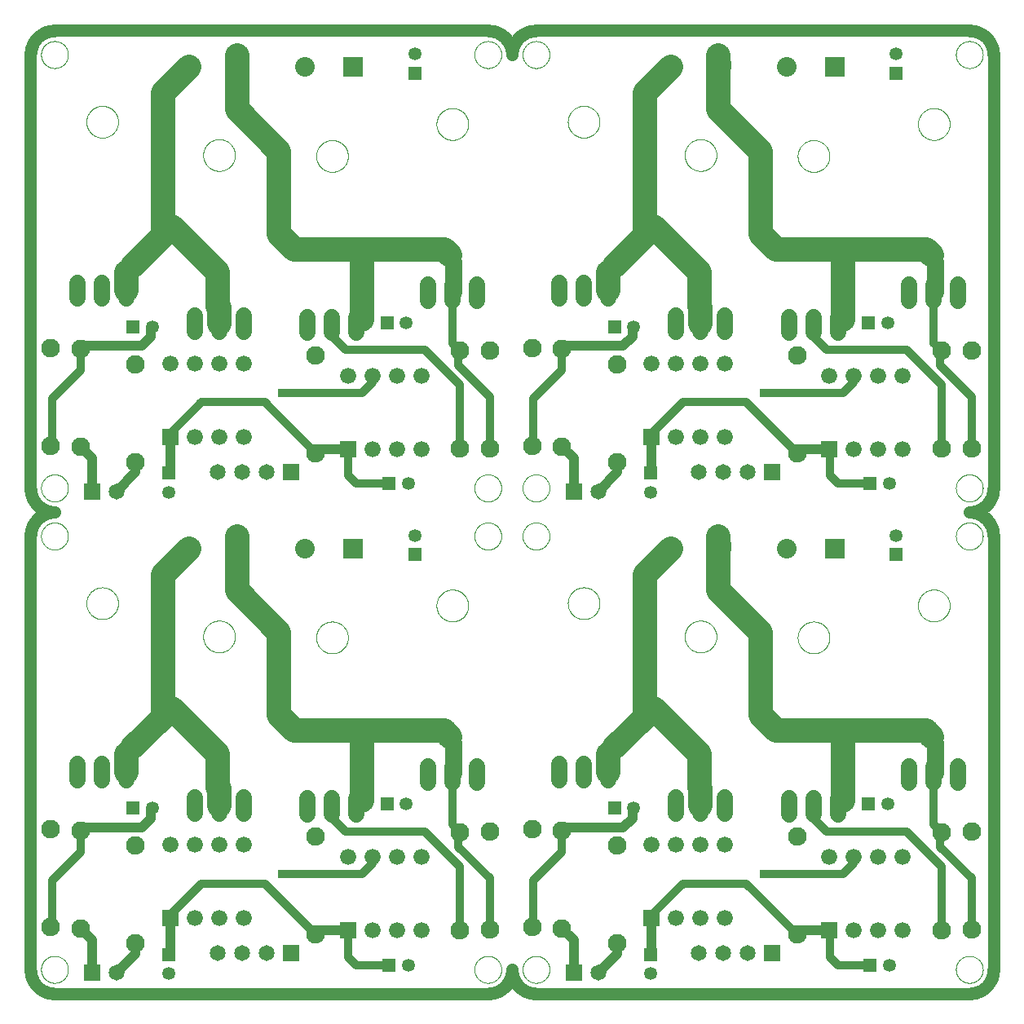
<source format=gtl>
G75*
%MOIN*%
%OFA0B0*%
%FSLAX25Y25*%
%IPPOS*%
%LPD*%
%AMOC8*
5,1,8,0,0,1.08239X$1,22.5*
%
%ADD10C,0.05000*%
%ADD11C,0.00000*%
%ADD12R,0.05315X0.05315*%
%ADD13C,0.05315*%
%ADD14C,0.07600*%
%ADD15R,0.06500X0.06500*%
%ADD16C,0.06500*%
%ADD17C,0.06600*%
%ADD18R,0.06600X0.06600*%
%ADD19C,0.06600*%
%ADD20R,0.08000X0.08000*%
%ADD21C,0.08000*%
%ADD22C,0.04000*%
%ADD23C,0.03200*%
%ADD24C,0.10000*%
%ADD25C,0.07000*%
%ADD26C,0.07600*%
%ADD27R,0.03562X0.03562*%
D10*
X0105562Y0052713D02*
X0105562Y0229878D01*
X0105565Y0230116D01*
X0105573Y0230354D01*
X0105588Y0230591D01*
X0105608Y0230828D01*
X0105634Y0231064D01*
X0105665Y0231300D01*
X0105702Y0231535D01*
X0105745Y0231769D01*
X0105794Y0232002D01*
X0105848Y0232234D01*
X0105908Y0232464D01*
X0105973Y0232693D01*
X0106044Y0232920D01*
X0106120Y0233145D01*
X0106202Y0233368D01*
X0106289Y0233590D01*
X0106381Y0233809D01*
X0106479Y0234026D01*
X0106581Y0234240D01*
X0106689Y0234452D01*
X0106803Y0234662D01*
X0106921Y0234868D01*
X0107044Y0235072D01*
X0107172Y0235272D01*
X0107304Y0235469D01*
X0107442Y0235664D01*
X0107584Y0235854D01*
X0107731Y0236042D01*
X0107882Y0236225D01*
X0108037Y0236405D01*
X0108197Y0236581D01*
X0108361Y0236753D01*
X0108530Y0236922D01*
X0108702Y0237086D01*
X0108878Y0237246D01*
X0109058Y0237401D01*
X0109241Y0237552D01*
X0109429Y0237699D01*
X0109619Y0237841D01*
X0109814Y0237979D01*
X0110011Y0238111D01*
X0110211Y0238239D01*
X0110415Y0238362D01*
X0110621Y0238480D01*
X0110831Y0238594D01*
X0111043Y0238702D01*
X0111257Y0238804D01*
X0111474Y0238902D01*
X0111693Y0238994D01*
X0111915Y0239081D01*
X0112138Y0239163D01*
X0112363Y0239239D01*
X0112590Y0239310D01*
X0112819Y0239375D01*
X0113049Y0239435D01*
X0113281Y0239489D01*
X0113514Y0239538D01*
X0113748Y0239581D01*
X0113983Y0239618D01*
X0114219Y0239649D01*
X0114455Y0239675D01*
X0114692Y0239695D01*
X0114929Y0239710D01*
X0115167Y0239718D01*
X0115405Y0239721D01*
X0115405Y0239720D02*
X0115167Y0239723D01*
X0114929Y0239731D01*
X0114692Y0239746D01*
X0114455Y0239766D01*
X0114219Y0239792D01*
X0113983Y0239823D01*
X0113748Y0239860D01*
X0113514Y0239903D01*
X0113281Y0239952D01*
X0113049Y0240006D01*
X0112819Y0240066D01*
X0112590Y0240131D01*
X0112363Y0240202D01*
X0112138Y0240278D01*
X0111915Y0240360D01*
X0111693Y0240447D01*
X0111474Y0240539D01*
X0111257Y0240637D01*
X0111043Y0240739D01*
X0110831Y0240847D01*
X0110621Y0240961D01*
X0110415Y0241079D01*
X0110211Y0241202D01*
X0110011Y0241330D01*
X0109814Y0241462D01*
X0109619Y0241600D01*
X0109429Y0241742D01*
X0109241Y0241889D01*
X0109058Y0242040D01*
X0108878Y0242195D01*
X0108702Y0242355D01*
X0108530Y0242519D01*
X0108361Y0242688D01*
X0108197Y0242860D01*
X0108037Y0243036D01*
X0107882Y0243216D01*
X0107731Y0243399D01*
X0107584Y0243587D01*
X0107442Y0243777D01*
X0107304Y0243972D01*
X0107172Y0244169D01*
X0107044Y0244369D01*
X0106921Y0244573D01*
X0106803Y0244779D01*
X0106689Y0244989D01*
X0106581Y0245201D01*
X0106479Y0245415D01*
X0106381Y0245632D01*
X0106289Y0245851D01*
X0106202Y0246073D01*
X0106120Y0246296D01*
X0106044Y0246521D01*
X0105973Y0246748D01*
X0105908Y0246977D01*
X0105848Y0247207D01*
X0105794Y0247439D01*
X0105745Y0247672D01*
X0105702Y0247906D01*
X0105665Y0248141D01*
X0105634Y0248377D01*
X0105608Y0248613D01*
X0105588Y0248850D01*
X0105573Y0249087D01*
X0105565Y0249325D01*
X0105562Y0249563D01*
X0105562Y0426728D01*
X0105565Y0426966D01*
X0105573Y0427204D01*
X0105588Y0427441D01*
X0105608Y0427678D01*
X0105634Y0427914D01*
X0105665Y0428150D01*
X0105702Y0428385D01*
X0105745Y0428619D01*
X0105794Y0428852D01*
X0105848Y0429084D01*
X0105908Y0429314D01*
X0105973Y0429543D01*
X0106044Y0429770D01*
X0106120Y0429995D01*
X0106202Y0430218D01*
X0106289Y0430440D01*
X0106381Y0430659D01*
X0106479Y0430876D01*
X0106581Y0431090D01*
X0106689Y0431302D01*
X0106803Y0431512D01*
X0106921Y0431718D01*
X0107044Y0431922D01*
X0107172Y0432122D01*
X0107304Y0432319D01*
X0107442Y0432514D01*
X0107584Y0432704D01*
X0107731Y0432892D01*
X0107882Y0433075D01*
X0108037Y0433255D01*
X0108197Y0433431D01*
X0108361Y0433603D01*
X0108530Y0433772D01*
X0108702Y0433936D01*
X0108878Y0434096D01*
X0109058Y0434251D01*
X0109241Y0434402D01*
X0109429Y0434549D01*
X0109619Y0434691D01*
X0109814Y0434829D01*
X0110011Y0434961D01*
X0110211Y0435089D01*
X0110415Y0435212D01*
X0110621Y0435330D01*
X0110831Y0435444D01*
X0111043Y0435552D01*
X0111257Y0435654D01*
X0111474Y0435752D01*
X0111693Y0435844D01*
X0111915Y0435931D01*
X0112138Y0436013D01*
X0112363Y0436089D01*
X0112590Y0436160D01*
X0112819Y0436225D01*
X0113049Y0436285D01*
X0113281Y0436339D01*
X0113514Y0436388D01*
X0113748Y0436431D01*
X0113983Y0436468D01*
X0114219Y0436499D01*
X0114455Y0436525D01*
X0114692Y0436545D01*
X0114929Y0436560D01*
X0115167Y0436568D01*
X0115405Y0436571D01*
X0292570Y0436571D01*
X0292808Y0436568D01*
X0293046Y0436560D01*
X0293283Y0436545D01*
X0293520Y0436525D01*
X0293756Y0436499D01*
X0293992Y0436468D01*
X0294227Y0436431D01*
X0294461Y0436388D01*
X0294694Y0436339D01*
X0294926Y0436285D01*
X0295156Y0436225D01*
X0295385Y0436160D01*
X0295612Y0436089D01*
X0295837Y0436013D01*
X0296060Y0435931D01*
X0296282Y0435844D01*
X0296501Y0435752D01*
X0296718Y0435654D01*
X0296932Y0435552D01*
X0297144Y0435444D01*
X0297354Y0435330D01*
X0297560Y0435212D01*
X0297764Y0435089D01*
X0297964Y0434961D01*
X0298161Y0434829D01*
X0298356Y0434691D01*
X0298546Y0434549D01*
X0298734Y0434402D01*
X0298917Y0434251D01*
X0299097Y0434096D01*
X0299273Y0433936D01*
X0299445Y0433772D01*
X0299614Y0433603D01*
X0299778Y0433431D01*
X0299938Y0433255D01*
X0300093Y0433075D01*
X0300244Y0432892D01*
X0300391Y0432704D01*
X0300533Y0432514D01*
X0300671Y0432319D01*
X0300803Y0432122D01*
X0300931Y0431922D01*
X0301054Y0431718D01*
X0301172Y0431512D01*
X0301286Y0431302D01*
X0301394Y0431090D01*
X0301496Y0430876D01*
X0301594Y0430659D01*
X0301686Y0430440D01*
X0301773Y0430218D01*
X0301855Y0429995D01*
X0301931Y0429770D01*
X0302002Y0429543D01*
X0302067Y0429314D01*
X0302127Y0429084D01*
X0302181Y0428852D01*
X0302230Y0428619D01*
X0302273Y0428385D01*
X0302310Y0428150D01*
X0302341Y0427914D01*
X0302367Y0427678D01*
X0302387Y0427441D01*
X0302402Y0427204D01*
X0302410Y0426966D01*
X0302413Y0426728D01*
X0302412Y0426728D02*
X0302415Y0426966D01*
X0302423Y0427204D01*
X0302438Y0427441D01*
X0302458Y0427678D01*
X0302484Y0427914D01*
X0302515Y0428150D01*
X0302552Y0428385D01*
X0302595Y0428619D01*
X0302644Y0428852D01*
X0302698Y0429084D01*
X0302758Y0429314D01*
X0302823Y0429543D01*
X0302894Y0429770D01*
X0302970Y0429995D01*
X0303052Y0430218D01*
X0303139Y0430440D01*
X0303231Y0430659D01*
X0303329Y0430876D01*
X0303431Y0431090D01*
X0303539Y0431302D01*
X0303653Y0431512D01*
X0303771Y0431718D01*
X0303894Y0431922D01*
X0304022Y0432122D01*
X0304154Y0432319D01*
X0304292Y0432514D01*
X0304434Y0432704D01*
X0304581Y0432892D01*
X0304732Y0433075D01*
X0304887Y0433255D01*
X0305047Y0433431D01*
X0305211Y0433603D01*
X0305380Y0433772D01*
X0305552Y0433936D01*
X0305728Y0434096D01*
X0305908Y0434251D01*
X0306091Y0434402D01*
X0306279Y0434549D01*
X0306469Y0434691D01*
X0306664Y0434829D01*
X0306861Y0434961D01*
X0307061Y0435089D01*
X0307265Y0435212D01*
X0307471Y0435330D01*
X0307681Y0435444D01*
X0307893Y0435552D01*
X0308107Y0435654D01*
X0308324Y0435752D01*
X0308543Y0435844D01*
X0308765Y0435931D01*
X0308988Y0436013D01*
X0309213Y0436089D01*
X0309440Y0436160D01*
X0309669Y0436225D01*
X0309899Y0436285D01*
X0310131Y0436339D01*
X0310364Y0436388D01*
X0310598Y0436431D01*
X0310833Y0436468D01*
X0311069Y0436499D01*
X0311305Y0436525D01*
X0311542Y0436545D01*
X0311779Y0436560D01*
X0312017Y0436568D01*
X0312255Y0436571D01*
X0489420Y0436571D01*
X0489658Y0436568D01*
X0489896Y0436560D01*
X0490133Y0436545D01*
X0490370Y0436525D01*
X0490606Y0436499D01*
X0490842Y0436468D01*
X0491077Y0436431D01*
X0491311Y0436388D01*
X0491544Y0436339D01*
X0491776Y0436285D01*
X0492006Y0436225D01*
X0492235Y0436160D01*
X0492462Y0436089D01*
X0492687Y0436013D01*
X0492910Y0435931D01*
X0493132Y0435844D01*
X0493351Y0435752D01*
X0493568Y0435654D01*
X0493782Y0435552D01*
X0493994Y0435444D01*
X0494204Y0435330D01*
X0494410Y0435212D01*
X0494614Y0435089D01*
X0494814Y0434961D01*
X0495011Y0434829D01*
X0495206Y0434691D01*
X0495396Y0434549D01*
X0495584Y0434402D01*
X0495767Y0434251D01*
X0495947Y0434096D01*
X0496123Y0433936D01*
X0496295Y0433772D01*
X0496464Y0433603D01*
X0496628Y0433431D01*
X0496788Y0433255D01*
X0496943Y0433075D01*
X0497094Y0432892D01*
X0497241Y0432704D01*
X0497383Y0432514D01*
X0497521Y0432319D01*
X0497653Y0432122D01*
X0497781Y0431922D01*
X0497904Y0431718D01*
X0498022Y0431512D01*
X0498136Y0431302D01*
X0498244Y0431090D01*
X0498346Y0430876D01*
X0498444Y0430659D01*
X0498536Y0430440D01*
X0498623Y0430218D01*
X0498705Y0429995D01*
X0498781Y0429770D01*
X0498852Y0429543D01*
X0498917Y0429314D01*
X0498977Y0429084D01*
X0499031Y0428852D01*
X0499080Y0428619D01*
X0499123Y0428385D01*
X0499160Y0428150D01*
X0499191Y0427914D01*
X0499217Y0427678D01*
X0499237Y0427441D01*
X0499252Y0427204D01*
X0499260Y0426966D01*
X0499263Y0426728D01*
X0499263Y0249563D01*
X0499260Y0249325D01*
X0499252Y0249087D01*
X0499237Y0248850D01*
X0499217Y0248613D01*
X0499191Y0248377D01*
X0499160Y0248141D01*
X0499123Y0247906D01*
X0499080Y0247672D01*
X0499031Y0247439D01*
X0498977Y0247207D01*
X0498917Y0246977D01*
X0498852Y0246748D01*
X0498781Y0246521D01*
X0498705Y0246296D01*
X0498623Y0246073D01*
X0498536Y0245851D01*
X0498444Y0245632D01*
X0498346Y0245415D01*
X0498244Y0245201D01*
X0498136Y0244989D01*
X0498022Y0244779D01*
X0497904Y0244573D01*
X0497781Y0244369D01*
X0497653Y0244169D01*
X0497521Y0243972D01*
X0497383Y0243777D01*
X0497241Y0243587D01*
X0497094Y0243399D01*
X0496943Y0243216D01*
X0496788Y0243036D01*
X0496628Y0242860D01*
X0496464Y0242688D01*
X0496295Y0242519D01*
X0496123Y0242355D01*
X0495947Y0242195D01*
X0495767Y0242040D01*
X0495584Y0241889D01*
X0495396Y0241742D01*
X0495206Y0241600D01*
X0495011Y0241462D01*
X0494814Y0241330D01*
X0494614Y0241202D01*
X0494410Y0241079D01*
X0494204Y0240961D01*
X0493994Y0240847D01*
X0493782Y0240739D01*
X0493568Y0240637D01*
X0493351Y0240539D01*
X0493132Y0240447D01*
X0492910Y0240360D01*
X0492687Y0240278D01*
X0492462Y0240202D01*
X0492235Y0240131D01*
X0492006Y0240066D01*
X0491776Y0240006D01*
X0491544Y0239952D01*
X0491311Y0239903D01*
X0491077Y0239860D01*
X0490842Y0239823D01*
X0490606Y0239792D01*
X0490370Y0239766D01*
X0490133Y0239746D01*
X0489896Y0239731D01*
X0489658Y0239723D01*
X0489420Y0239720D01*
X0489420Y0239721D02*
X0489658Y0239718D01*
X0489896Y0239710D01*
X0490133Y0239695D01*
X0490370Y0239675D01*
X0490606Y0239649D01*
X0490842Y0239618D01*
X0491077Y0239581D01*
X0491311Y0239538D01*
X0491544Y0239489D01*
X0491776Y0239435D01*
X0492006Y0239375D01*
X0492235Y0239310D01*
X0492462Y0239239D01*
X0492687Y0239163D01*
X0492910Y0239081D01*
X0493132Y0238994D01*
X0493351Y0238902D01*
X0493568Y0238804D01*
X0493782Y0238702D01*
X0493994Y0238594D01*
X0494204Y0238480D01*
X0494410Y0238362D01*
X0494614Y0238239D01*
X0494814Y0238111D01*
X0495011Y0237979D01*
X0495206Y0237841D01*
X0495396Y0237699D01*
X0495584Y0237552D01*
X0495767Y0237401D01*
X0495947Y0237246D01*
X0496123Y0237086D01*
X0496295Y0236922D01*
X0496464Y0236753D01*
X0496628Y0236581D01*
X0496788Y0236405D01*
X0496943Y0236225D01*
X0497094Y0236042D01*
X0497241Y0235854D01*
X0497383Y0235664D01*
X0497521Y0235469D01*
X0497653Y0235272D01*
X0497781Y0235072D01*
X0497904Y0234868D01*
X0498022Y0234662D01*
X0498136Y0234452D01*
X0498244Y0234240D01*
X0498346Y0234026D01*
X0498444Y0233809D01*
X0498536Y0233590D01*
X0498623Y0233368D01*
X0498705Y0233145D01*
X0498781Y0232920D01*
X0498852Y0232693D01*
X0498917Y0232464D01*
X0498977Y0232234D01*
X0499031Y0232002D01*
X0499080Y0231769D01*
X0499123Y0231535D01*
X0499160Y0231300D01*
X0499191Y0231064D01*
X0499217Y0230828D01*
X0499237Y0230591D01*
X0499252Y0230354D01*
X0499260Y0230116D01*
X0499263Y0229878D01*
X0499263Y0052713D01*
X0499260Y0052475D01*
X0499252Y0052237D01*
X0499237Y0052000D01*
X0499217Y0051763D01*
X0499191Y0051527D01*
X0499160Y0051291D01*
X0499123Y0051056D01*
X0499080Y0050822D01*
X0499031Y0050589D01*
X0498977Y0050357D01*
X0498917Y0050127D01*
X0498852Y0049898D01*
X0498781Y0049671D01*
X0498705Y0049446D01*
X0498623Y0049223D01*
X0498536Y0049001D01*
X0498444Y0048782D01*
X0498346Y0048565D01*
X0498244Y0048351D01*
X0498136Y0048139D01*
X0498022Y0047929D01*
X0497904Y0047723D01*
X0497781Y0047519D01*
X0497653Y0047319D01*
X0497521Y0047122D01*
X0497383Y0046927D01*
X0497241Y0046737D01*
X0497094Y0046549D01*
X0496943Y0046366D01*
X0496788Y0046186D01*
X0496628Y0046010D01*
X0496464Y0045838D01*
X0496295Y0045669D01*
X0496123Y0045505D01*
X0495947Y0045345D01*
X0495767Y0045190D01*
X0495584Y0045039D01*
X0495396Y0044892D01*
X0495206Y0044750D01*
X0495011Y0044612D01*
X0494814Y0044480D01*
X0494614Y0044352D01*
X0494410Y0044229D01*
X0494204Y0044111D01*
X0493994Y0043997D01*
X0493782Y0043889D01*
X0493568Y0043787D01*
X0493351Y0043689D01*
X0493132Y0043597D01*
X0492910Y0043510D01*
X0492687Y0043428D01*
X0492462Y0043352D01*
X0492235Y0043281D01*
X0492006Y0043216D01*
X0491776Y0043156D01*
X0491544Y0043102D01*
X0491311Y0043053D01*
X0491077Y0043010D01*
X0490842Y0042973D01*
X0490606Y0042942D01*
X0490370Y0042916D01*
X0490133Y0042896D01*
X0489896Y0042881D01*
X0489658Y0042873D01*
X0489420Y0042870D01*
X0312255Y0042870D01*
X0312017Y0042873D01*
X0311779Y0042881D01*
X0311542Y0042896D01*
X0311305Y0042916D01*
X0311069Y0042942D01*
X0310833Y0042973D01*
X0310598Y0043010D01*
X0310364Y0043053D01*
X0310131Y0043102D01*
X0309899Y0043156D01*
X0309669Y0043216D01*
X0309440Y0043281D01*
X0309213Y0043352D01*
X0308988Y0043428D01*
X0308765Y0043510D01*
X0308543Y0043597D01*
X0308324Y0043689D01*
X0308107Y0043787D01*
X0307893Y0043889D01*
X0307681Y0043997D01*
X0307471Y0044111D01*
X0307265Y0044229D01*
X0307061Y0044352D01*
X0306861Y0044480D01*
X0306664Y0044612D01*
X0306469Y0044750D01*
X0306279Y0044892D01*
X0306091Y0045039D01*
X0305908Y0045190D01*
X0305728Y0045345D01*
X0305552Y0045505D01*
X0305380Y0045669D01*
X0305211Y0045838D01*
X0305047Y0046010D01*
X0304887Y0046186D01*
X0304732Y0046366D01*
X0304581Y0046549D01*
X0304434Y0046737D01*
X0304292Y0046927D01*
X0304154Y0047122D01*
X0304022Y0047319D01*
X0303894Y0047519D01*
X0303771Y0047723D01*
X0303653Y0047929D01*
X0303539Y0048139D01*
X0303431Y0048351D01*
X0303329Y0048565D01*
X0303231Y0048782D01*
X0303139Y0049001D01*
X0303052Y0049223D01*
X0302970Y0049446D01*
X0302894Y0049671D01*
X0302823Y0049898D01*
X0302758Y0050127D01*
X0302698Y0050357D01*
X0302644Y0050589D01*
X0302595Y0050822D01*
X0302552Y0051056D01*
X0302515Y0051291D01*
X0302484Y0051527D01*
X0302458Y0051763D01*
X0302438Y0052000D01*
X0302423Y0052237D01*
X0302415Y0052475D01*
X0302412Y0052713D01*
X0302413Y0052713D02*
X0302410Y0052475D01*
X0302402Y0052237D01*
X0302387Y0052000D01*
X0302367Y0051763D01*
X0302341Y0051527D01*
X0302310Y0051291D01*
X0302273Y0051056D01*
X0302230Y0050822D01*
X0302181Y0050589D01*
X0302127Y0050357D01*
X0302067Y0050127D01*
X0302002Y0049898D01*
X0301931Y0049671D01*
X0301855Y0049446D01*
X0301773Y0049223D01*
X0301686Y0049001D01*
X0301594Y0048782D01*
X0301496Y0048565D01*
X0301394Y0048351D01*
X0301286Y0048139D01*
X0301172Y0047929D01*
X0301054Y0047723D01*
X0300931Y0047519D01*
X0300803Y0047319D01*
X0300671Y0047122D01*
X0300533Y0046927D01*
X0300391Y0046737D01*
X0300244Y0046549D01*
X0300093Y0046366D01*
X0299938Y0046186D01*
X0299778Y0046010D01*
X0299614Y0045838D01*
X0299445Y0045669D01*
X0299273Y0045505D01*
X0299097Y0045345D01*
X0298917Y0045190D01*
X0298734Y0045039D01*
X0298546Y0044892D01*
X0298356Y0044750D01*
X0298161Y0044612D01*
X0297964Y0044480D01*
X0297764Y0044352D01*
X0297560Y0044229D01*
X0297354Y0044111D01*
X0297144Y0043997D01*
X0296932Y0043889D01*
X0296718Y0043787D01*
X0296501Y0043689D01*
X0296282Y0043597D01*
X0296060Y0043510D01*
X0295837Y0043428D01*
X0295612Y0043352D01*
X0295385Y0043281D01*
X0295156Y0043216D01*
X0294926Y0043156D01*
X0294694Y0043102D01*
X0294461Y0043053D01*
X0294227Y0043010D01*
X0293992Y0042973D01*
X0293756Y0042942D01*
X0293520Y0042916D01*
X0293283Y0042896D01*
X0293046Y0042881D01*
X0292808Y0042873D01*
X0292570Y0042870D01*
X0115405Y0042870D01*
X0115167Y0042873D01*
X0114929Y0042881D01*
X0114692Y0042896D01*
X0114455Y0042916D01*
X0114219Y0042942D01*
X0113983Y0042973D01*
X0113748Y0043010D01*
X0113514Y0043053D01*
X0113281Y0043102D01*
X0113049Y0043156D01*
X0112819Y0043216D01*
X0112590Y0043281D01*
X0112363Y0043352D01*
X0112138Y0043428D01*
X0111915Y0043510D01*
X0111693Y0043597D01*
X0111474Y0043689D01*
X0111257Y0043787D01*
X0111043Y0043889D01*
X0110831Y0043997D01*
X0110621Y0044111D01*
X0110415Y0044229D01*
X0110211Y0044352D01*
X0110011Y0044480D01*
X0109814Y0044612D01*
X0109619Y0044750D01*
X0109429Y0044892D01*
X0109241Y0045039D01*
X0109058Y0045190D01*
X0108878Y0045345D01*
X0108702Y0045505D01*
X0108530Y0045669D01*
X0108361Y0045838D01*
X0108197Y0046010D01*
X0108037Y0046186D01*
X0107882Y0046366D01*
X0107731Y0046549D01*
X0107584Y0046737D01*
X0107442Y0046927D01*
X0107304Y0047122D01*
X0107172Y0047319D01*
X0107044Y0047519D01*
X0106921Y0047723D01*
X0106803Y0047929D01*
X0106689Y0048139D01*
X0106581Y0048351D01*
X0106479Y0048565D01*
X0106381Y0048782D01*
X0106289Y0049001D01*
X0106202Y0049223D01*
X0106120Y0049446D01*
X0106044Y0049671D01*
X0105973Y0049898D01*
X0105908Y0050127D01*
X0105848Y0050357D01*
X0105794Y0050589D01*
X0105745Y0050822D01*
X0105702Y0051056D01*
X0105665Y0051291D01*
X0105634Y0051527D01*
X0105608Y0051763D01*
X0105588Y0052000D01*
X0105573Y0052237D01*
X0105565Y0052475D01*
X0105562Y0052713D01*
D11*
X0109893Y0052713D02*
X0109895Y0052861D01*
X0109901Y0053009D01*
X0109911Y0053157D01*
X0109925Y0053304D01*
X0109943Y0053451D01*
X0109964Y0053597D01*
X0109990Y0053743D01*
X0110020Y0053888D01*
X0110053Y0054032D01*
X0110091Y0054175D01*
X0110132Y0054317D01*
X0110177Y0054458D01*
X0110225Y0054598D01*
X0110278Y0054737D01*
X0110334Y0054874D01*
X0110394Y0055009D01*
X0110457Y0055143D01*
X0110524Y0055275D01*
X0110595Y0055405D01*
X0110669Y0055533D01*
X0110746Y0055659D01*
X0110827Y0055783D01*
X0110911Y0055905D01*
X0110998Y0056024D01*
X0111089Y0056141D01*
X0111183Y0056256D01*
X0111279Y0056368D01*
X0111379Y0056478D01*
X0111481Y0056584D01*
X0111587Y0056688D01*
X0111695Y0056789D01*
X0111806Y0056887D01*
X0111919Y0056983D01*
X0112035Y0057075D01*
X0112153Y0057164D01*
X0112274Y0057249D01*
X0112397Y0057332D01*
X0112522Y0057411D01*
X0112649Y0057487D01*
X0112778Y0057559D01*
X0112909Y0057628D01*
X0113042Y0057693D01*
X0113177Y0057754D01*
X0113313Y0057812D01*
X0113450Y0057867D01*
X0113589Y0057917D01*
X0113730Y0057964D01*
X0113871Y0058007D01*
X0114014Y0058047D01*
X0114158Y0058082D01*
X0114302Y0058114D01*
X0114448Y0058141D01*
X0114594Y0058165D01*
X0114741Y0058185D01*
X0114888Y0058201D01*
X0115035Y0058213D01*
X0115183Y0058221D01*
X0115331Y0058225D01*
X0115479Y0058225D01*
X0115627Y0058221D01*
X0115775Y0058213D01*
X0115922Y0058201D01*
X0116069Y0058185D01*
X0116216Y0058165D01*
X0116362Y0058141D01*
X0116508Y0058114D01*
X0116652Y0058082D01*
X0116796Y0058047D01*
X0116939Y0058007D01*
X0117080Y0057964D01*
X0117221Y0057917D01*
X0117360Y0057867D01*
X0117497Y0057812D01*
X0117633Y0057754D01*
X0117768Y0057693D01*
X0117901Y0057628D01*
X0118032Y0057559D01*
X0118161Y0057487D01*
X0118288Y0057411D01*
X0118413Y0057332D01*
X0118536Y0057249D01*
X0118657Y0057164D01*
X0118775Y0057075D01*
X0118891Y0056983D01*
X0119004Y0056887D01*
X0119115Y0056789D01*
X0119223Y0056688D01*
X0119329Y0056584D01*
X0119431Y0056478D01*
X0119531Y0056368D01*
X0119627Y0056256D01*
X0119721Y0056141D01*
X0119812Y0056024D01*
X0119899Y0055905D01*
X0119983Y0055783D01*
X0120064Y0055659D01*
X0120141Y0055533D01*
X0120215Y0055405D01*
X0120286Y0055275D01*
X0120353Y0055143D01*
X0120416Y0055009D01*
X0120476Y0054874D01*
X0120532Y0054737D01*
X0120585Y0054598D01*
X0120633Y0054458D01*
X0120678Y0054317D01*
X0120719Y0054175D01*
X0120757Y0054032D01*
X0120790Y0053888D01*
X0120820Y0053743D01*
X0120846Y0053597D01*
X0120867Y0053451D01*
X0120885Y0053304D01*
X0120899Y0053157D01*
X0120909Y0053009D01*
X0120915Y0052861D01*
X0120917Y0052713D01*
X0120915Y0052565D01*
X0120909Y0052417D01*
X0120899Y0052269D01*
X0120885Y0052122D01*
X0120867Y0051975D01*
X0120846Y0051829D01*
X0120820Y0051683D01*
X0120790Y0051538D01*
X0120757Y0051394D01*
X0120719Y0051251D01*
X0120678Y0051109D01*
X0120633Y0050968D01*
X0120585Y0050828D01*
X0120532Y0050689D01*
X0120476Y0050552D01*
X0120416Y0050417D01*
X0120353Y0050283D01*
X0120286Y0050151D01*
X0120215Y0050021D01*
X0120141Y0049893D01*
X0120064Y0049767D01*
X0119983Y0049643D01*
X0119899Y0049521D01*
X0119812Y0049402D01*
X0119721Y0049285D01*
X0119627Y0049170D01*
X0119531Y0049058D01*
X0119431Y0048948D01*
X0119329Y0048842D01*
X0119223Y0048738D01*
X0119115Y0048637D01*
X0119004Y0048539D01*
X0118891Y0048443D01*
X0118775Y0048351D01*
X0118657Y0048262D01*
X0118536Y0048177D01*
X0118413Y0048094D01*
X0118288Y0048015D01*
X0118161Y0047939D01*
X0118032Y0047867D01*
X0117901Y0047798D01*
X0117768Y0047733D01*
X0117633Y0047672D01*
X0117497Y0047614D01*
X0117360Y0047559D01*
X0117221Y0047509D01*
X0117080Y0047462D01*
X0116939Y0047419D01*
X0116796Y0047379D01*
X0116652Y0047344D01*
X0116508Y0047312D01*
X0116362Y0047285D01*
X0116216Y0047261D01*
X0116069Y0047241D01*
X0115922Y0047225D01*
X0115775Y0047213D01*
X0115627Y0047205D01*
X0115479Y0047201D01*
X0115331Y0047201D01*
X0115183Y0047205D01*
X0115035Y0047213D01*
X0114888Y0047225D01*
X0114741Y0047241D01*
X0114594Y0047261D01*
X0114448Y0047285D01*
X0114302Y0047312D01*
X0114158Y0047344D01*
X0114014Y0047379D01*
X0113871Y0047419D01*
X0113730Y0047462D01*
X0113589Y0047509D01*
X0113450Y0047559D01*
X0113313Y0047614D01*
X0113177Y0047672D01*
X0113042Y0047733D01*
X0112909Y0047798D01*
X0112778Y0047867D01*
X0112649Y0047939D01*
X0112522Y0048015D01*
X0112397Y0048094D01*
X0112274Y0048177D01*
X0112153Y0048262D01*
X0112035Y0048351D01*
X0111919Y0048443D01*
X0111806Y0048539D01*
X0111695Y0048637D01*
X0111587Y0048738D01*
X0111481Y0048842D01*
X0111379Y0048948D01*
X0111279Y0049058D01*
X0111183Y0049170D01*
X0111089Y0049285D01*
X0110998Y0049402D01*
X0110911Y0049521D01*
X0110827Y0049643D01*
X0110746Y0049767D01*
X0110669Y0049893D01*
X0110595Y0050021D01*
X0110524Y0050151D01*
X0110457Y0050283D01*
X0110394Y0050417D01*
X0110334Y0050552D01*
X0110278Y0050689D01*
X0110225Y0050828D01*
X0110177Y0050968D01*
X0110132Y0051109D01*
X0110091Y0051251D01*
X0110053Y0051394D01*
X0110020Y0051538D01*
X0109990Y0051683D01*
X0109964Y0051829D01*
X0109943Y0051975D01*
X0109925Y0052122D01*
X0109911Y0052269D01*
X0109901Y0052417D01*
X0109895Y0052565D01*
X0109893Y0052713D01*
X0176178Y0188809D02*
X0176180Y0188970D01*
X0176186Y0189130D01*
X0176196Y0189291D01*
X0176210Y0189451D01*
X0176228Y0189611D01*
X0176249Y0189770D01*
X0176275Y0189929D01*
X0176305Y0190087D01*
X0176338Y0190244D01*
X0176376Y0190401D01*
X0176417Y0190556D01*
X0176462Y0190710D01*
X0176511Y0190863D01*
X0176564Y0191015D01*
X0176620Y0191166D01*
X0176681Y0191315D01*
X0176744Y0191463D01*
X0176812Y0191609D01*
X0176883Y0191753D01*
X0176957Y0191895D01*
X0177035Y0192036D01*
X0177117Y0192174D01*
X0177202Y0192311D01*
X0177290Y0192445D01*
X0177382Y0192577D01*
X0177477Y0192707D01*
X0177575Y0192835D01*
X0177676Y0192960D01*
X0177780Y0193082D01*
X0177887Y0193202D01*
X0177997Y0193319D01*
X0178110Y0193434D01*
X0178226Y0193545D01*
X0178345Y0193654D01*
X0178466Y0193759D01*
X0178590Y0193862D01*
X0178716Y0193962D01*
X0178844Y0194058D01*
X0178975Y0194151D01*
X0179109Y0194241D01*
X0179244Y0194328D01*
X0179382Y0194411D01*
X0179521Y0194491D01*
X0179663Y0194567D01*
X0179806Y0194640D01*
X0179951Y0194709D01*
X0180098Y0194775D01*
X0180246Y0194837D01*
X0180396Y0194895D01*
X0180547Y0194950D01*
X0180700Y0195001D01*
X0180854Y0195048D01*
X0181009Y0195091D01*
X0181165Y0195130D01*
X0181321Y0195166D01*
X0181479Y0195197D01*
X0181637Y0195225D01*
X0181796Y0195249D01*
X0181956Y0195269D01*
X0182116Y0195285D01*
X0182276Y0195297D01*
X0182437Y0195305D01*
X0182598Y0195309D01*
X0182758Y0195309D01*
X0182919Y0195305D01*
X0183080Y0195297D01*
X0183240Y0195285D01*
X0183400Y0195269D01*
X0183560Y0195249D01*
X0183719Y0195225D01*
X0183877Y0195197D01*
X0184035Y0195166D01*
X0184191Y0195130D01*
X0184347Y0195091D01*
X0184502Y0195048D01*
X0184656Y0195001D01*
X0184809Y0194950D01*
X0184960Y0194895D01*
X0185110Y0194837D01*
X0185258Y0194775D01*
X0185405Y0194709D01*
X0185550Y0194640D01*
X0185693Y0194567D01*
X0185835Y0194491D01*
X0185974Y0194411D01*
X0186112Y0194328D01*
X0186247Y0194241D01*
X0186381Y0194151D01*
X0186512Y0194058D01*
X0186640Y0193962D01*
X0186766Y0193862D01*
X0186890Y0193759D01*
X0187011Y0193654D01*
X0187130Y0193545D01*
X0187246Y0193434D01*
X0187359Y0193319D01*
X0187469Y0193202D01*
X0187576Y0193082D01*
X0187680Y0192960D01*
X0187781Y0192835D01*
X0187879Y0192707D01*
X0187974Y0192577D01*
X0188066Y0192445D01*
X0188154Y0192311D01*
X0188239Y0192174D01*
X0188321Y0192036D01*
X0188399Y0191895D01*
X0188473Y0191753D01*
X0188544Y0191609D01*
X0188612Y0191463D01*
X0188675Y0191315D01*
X0188736Y0191166D01*
X0188792Y0191015D01*
X0188845Y0190863D01*
X0188894Y0190710D01*
X0188939Y0190556D01*
X0188980Y0190401D01*
X0189018Y0190244D01*
X0189051Y0190087D01*
X0189081Y0189929D01*
X0189107Y0189770D01*
X0189128Y0189611D01*
X0189146Y0189451D01*
X0189160Y0189291D01*
X0189170Y0189130D01*
X0189176Y0188970D01*
X0189178Y0188809D01*
X0189176Y0188648D01*
X0189170Y0188488D01*
X0189160Y0188327D01*
X0189146Y0188167D01*
X0189128Y0188007D01*
X0189107Y0187848D01*
X0189081Y0187689D01*
X0189051Y0187531D01*
X0189018Y0187374D01*
X0188980Y0187217D01*
X0188939Y0187062D01*
X0188894Y0186908D01*
X0188845Y0186755D01*
X0188792Y0186603D01*
X0188736Y0186452D01*
X0188675Y0186303D01*
X0188612Y0186155D01*
X0188544Y0186009D01*
X0188473Y0185865D01*
X0188399Y0185723D01*
X0188321Y0185582D01*
X0188239Y0185444D01*
X0188154Y0185307D01*
X0188066Y0185173D01*
X0187974Y0185041D01*
X0187879Y0184911D01*
X0187781Y0184783D01*
X0187680Y0184658D01*
X0187576Y0184536D01*
X0187469Y0184416D01*
X0187359Y0184299D01*
X0187246Y0184184D01*
X0187130Y0184073D01*
X0187011Y0183964D01*
X0186890Y0183859D01*
X0186766Y0183756D01*
X0186640Y0183656D01*
X0186512Y0183560D01*
X0186381Y0183467D01*
X0186247Y0183377D01*
X0186112Y0183290D01*
X0185974Y0183207D01*
X0185835Y0183127D01*
X0185693Y0183051D01*
X0185550Y0182978D01*
X0185405Y0182909D01*
X0185258Y0182843D01*
X0185110Y0182781D01*
X0184960Y0182723D01*
X0184809Y0182668D01*
X0184656Y0182617D01*
X0184502Y0182570D01*
X0184347Y0182527D01*
X0184191Y0182488D01*
X0184035Y0182452D01*
X0183877Y0182421D01*
X0183719Y0182393D01*
X0183560Y0182369D01*
X0183400Y0182349D01*
X0183240Y0182333D01*
X0183080Y0182321D01*
X0182919Y0182313D01*
X0182758Y0182309D01*
X0182598Y0182309D01*
X0182437Y0182313D01*
X0182276Y0182321D01*
X0182116Y0182333D01*
X0181956Y0182349D01*
X0181796Y0182369D01*
X0181637Y0182393D01*
X0181479Y0182421D01*
X0181321Y0182452D01*
X0181165Y0182488D01*
X0181009Y0182527D01*
X0180854Y0182570D01*
X0180700Y0182617D01*
X0180547Y0182668D01*
X0180396Y0182723D01*
X0180246Y0182781D01*
X0180098Y0182843D01*
X0179951Y0182909D01*
X0179806Y0182978D01*
X0179663Y0183051D01*
X0179521Y0183127D01*
X0179382Y0183207D01*
X0179244Y0183290D01*
X0179109Y0183377D01*
X0178975Y0183467D01*
X0178844Y0183560D01*
X0178716Y0183656D01*
X0178590Y0183756D01*
X0178466Y0183859D01*
X0178345Y0183964D01*
X0178226Y0184073D01*
X0178110Y0184184D01*
X0177997Y0184299D01*
X0177887Y0184416D01*
X0177780Y0184536D01*
X0177676Y0184658D01*
X0177575Y0184783D01*
X0177477Y0184911D01*
X0177382Y0185041D01*
X0177290Y0185173D01*
X0177202Y0185307D01*
X0177117Y0185444D01*
X0177035Y0185582D01*
X0176957Y0185723D01*
X0176883Y0185865D01*
X0176812Y0186009D01*
X0176744Y0186155D01*
X0176681Y0186303D01*
X0176620Y0186452D01*
X0176564Y0186603D01*
X0176511Y0186755D01*
X0176462Y0186908D01*
X0176417Y0187062D01*
X0176376Y0187217D01*
X0176338Y0187374D01*
X0176305Y0187531D01*
X0176275Y0187689D01*
X0176249Y0187848D01*
X0176228Y0188007D01*
X0176210Y0188167D01*
X0176196Y0188327D01*
X0176186Y0188488D01*
X0176180Y0188648D01*
X0176178Y0188809D01*
X0128403Y0202411D02*
X0128405Y0202572D01*
X0128411Y0202732D01*
X0128421Y0202893D01*
X0128435Y0203053D01*
X0128453Y0203213D01*
X0128474Y0203372D01*
X0128500Y0203531D01*
X0128530Y0203689D01*
X0128563Y0203846D01*
X0128601Y0204003D01*
X0128642Y0204158D01*
X0128687Y0204312D01*
X0128736Y0204465D01*
X0128789Y0204617D01*
X0128845Y0204768D01*
X0128906Y0204917D01*
X0128969Y0205065D01*
X0129037Y0205211D01*
X0129108Y0205355D01*
X0129182Y0205497D01*
X0129260Y0205638D01*
X0129342Y0205776D01*
X0129427Y0205913D01*
X0129515Y0206047D01*
X0129607Y0206179D01*
X0129702Y0206309D01*
X0129800Y0206437D01*
X0129901Y0206562D01*
X0130005Y0206684D01*
X0130112Y0206804D01*
X0130222Y0206921D01*
X0130335Y0207036D01*
X0130451Y0207147D01*
X0130570Y0207256D01*
X0130691Y0207361D01*
X0130815Y0207464D01*
X0130941Y0207564D01*
X0131069Y0207660D01*
X0131200Y0207753D01*
X0131334Y0207843D01*
X0131469Y0207930D01*
X0131607Y0208013D01*
X0131746Y0208093D01*
X0131888Y0208169D01*
X0132031Y0208242D01*
X0132176Y0208311D01*
X0132323Y0208377D01*
X0132471Y0208439D01*
X0132621Y0208497D01*
X0132772Y0208552D01*
X0132925Y0208603D01*
X0133079Y0208650D01*
X0133234Y0208693D01*
X0133390Y0208732D01*
X0133546Y0208768D01*
X0133704Y0208799D01*
X0133862Y0208827D01*
X0134021Y0208851D01*
X0134181Y0208871D01*
X0134341Y0208887D01*
X0134501Y0208899D01*
X0134662Y0208907D01*
X0134823Y0208911D01*
X0134983Y0208911D01*
X0135144Y0208907D01*
X0135305Y0208899D01*
X0135465Y0208887D01*
X0135625Y0208871D01*
X0135785Y0208851D01*
X0135944Y0208827D01*
X0136102Y0208799D01*
X0136260Y0208768D01*
X0136416Y0208732D01*
X0136572Y0208693D01*
X0136727Y0208650D01*
X0136881Y0208603D01*
X0137034Y0208552D01*
X0137185Y0208497D01*
X0137335Y0208439D01*
X0137483Y0208377D01*
X0137630Y0208311D01*
X0137775Y0208242D01*
X0137918Y0208169D01*
X0138060Y0208093D01*
X0138199Y0208013D01*
X0138337Y0207930D01*
X0138472Y0207843D01*
X0138606Y0207753D01*
X0138737Y0207660D01*
X0138865Y0207564D01*
X0138991Y0207464D01*
X0139115Y0207361D01*
X0139236Y0207256D01*
X0139355Y0207147D01*
X0139471Y0207036D01*
X0139584Y0206921D01*
X0139694Y0206804D01*
X0139801Y0206684D01*
X0139905Y0206562D01*
X0140006Y0206437D01*
X0140104Y0206309D01*
X0140199Y0206179D01*
X0140291Y0206047D01*
X0140379Y0205913D01*
X0140464Y0205776D01*
X0140546Y0205638D01*
X0140624Y0205497D01*
X0140698Y0205355D01*
X0140769Y0205211D01*
X0140837Y0205065D01*
X0140900Y0204917D01*
X0140961Y0204768D01*
X0141017Y0204617D01*
X0141070Y0204465D01*
X0141119Y0204312D01*
X0141164Y0204158D01*
X0141205Y0204003D01*
X0141243Y0203846D01*
X0141276Y0203689D01*
X0141306Y0203531D01*
X0141332Y0203372D01*
X0141353Y0203213D01*
X0141371Y0203053D01*
X0141385Y0202893D01*
X0141395Y0202732D01*
X0141401Y0202572D01*
X0141403Y0202411D01*
X0141401Y0202250D01*
X0141395Y0202090D01*
X0141385Y0201929D01*
X0141371Y0201769D01*
X0141353Y0201609D01*
X0141332Y0201450D01*
X0141306Y0201291D01*
X0141276Y0201133D01*
X0141243Y0200976D01*
X0141205Y0200819D01*
X0141164Y0200664D01*
X0141119Y0200510D01*
X0141070Y0200357D01*
X0141017Y0200205D01*
X0140961Y0200054D01*
X0140900Y0199905D01*
X0140837Y0199757D01*
X0140769Y0199611D01*
X0140698Y0199467D01*
X0140624Y0199325D01*
X0140546Y0199184D01*
X0140464Y0199046D01*
X0140379Y0198909D01*
X0140291Y0198775D01*
X0140199Y0198643D01*
X0140104Y0198513D01*
X0140006Y0198385D01*
X0139905Y0198260D01*
X0139801Y0198138D01*
X0139694Y0198018D01*
X0139584Y0197901D01*
X0139471Y0197786D01*
X0139355Y0197675D01*
X0139236Y0197566D01*
X0139115Y0197461D01*
X0138991Y0197358D01*
X0138865Y0197258D01*
X0138737Y0197162D01*
X0138606Y0197069D01*
X0138472Y0196979D01*
X0138337Y0196892D01*
X0138199Y0196809D01*
X0138060Y0196729D01*
X0137918Y0196653D01*
X0137775Y0196580D01*
X0137630Y0196511D01*
X0137483Y0196445D01*
X0137335Y0196383D01*
X0137185Y0196325D01*
X0137034Y0196270D01*
X0136881Y0196219D01*
X0136727Y0196172D01*
X0136572Y0196129D01*
X0136416Y0196090D01*
X0136260Y0196054D01*
X0136102Y0196023D01*
X0135944Y0195995D01*
X0135785Y0195971D01*
X0135625Y0195951D01*
X0135465Y0195935D01*
X0135305Y0195923D01*
X0135144Y0195915D01*
X0134983Y0195911D01*
X0134823Y0195911D01*
X0134662Y0195915D01*
X0134501Y0195923D01*
X0134341Y0195935D01*
X0134181Y0195951D01*
X0134021Y0195971D01*
X0133862Y0195995D01*
X0133704Y0196023D01*
X0133546Y0196054D01*
X0133390Y0196090D01*
X0133234Y0196129D01*
X0133079Y0196172D01*
X0132925Y0196219D01*
X0132772Y0196270D01*
X0132621Y0196325D01*
X0132471Y0196383D01*
X0132323Y0196445D01*
X0132176Y0196511D01*
X0132031Y0196580D01*
X0131888Y0196653D01*
X0131746Y0196729D01*
X0131607Y0196809D01*
X0131469Y0196892D01*
X0131334Y0196979D01*
X0131200Y0197069D01*
X0131069Y0197162D01*
X0130941Y0197258D01*
X0130815Y0197358D01*
X0130691Y0197461D01*
X0130570Y0197566D01*
X0130451Y0197675D01*
X0130335Y0197786D01*
X0130222Y0197901D01*
X0130112Y0198018D01*
X0130005Y0198138D01*
X0129901Y0198260D01*
X0129800Y0198385D01*
X0129702Y0198513D01*
X0129607Y0198643D01*
X0129515Y0198775D01*
X0129427Y0198909D01*
X0129342Y0199046D01*
X0129260Y0199184D01*
X0129182Y0199325D01*
X0129108Y0199467D01*
X0129037Y0199611D01*
X0128969Y0199757D01*
X0128906Y0199905D01*
X0128845Y0200054D01*
X0128789Y0200205D01*
X0128736Y0200357D01*
X0128687Y0200510D01*
X0128642Y0200664D01*
X0128601Y0200819D01*
X0128563Y0200976D01*
X0128530Y0201133D01*
X0128500Y0201291D01*
X0128474Y0201450D01*
X0128453Y0201609D01*
X0128435Y0201769D01*
X0128421Y0201929D01*
X0128411Y0202090D01*
X0128405Y0202250D01*
X0128403Y0202411D01*
X0109893Y0229878D02*
X0109895Y0230026D01*
X0109901Y0230174D01*
X0109911Y0230322D01*
X0109925Y0230469D01*
X0109943Y0230616D01*
X0109964Y0230762D01*
X0109990Y0230908D01*
X0110020Y0231053D01*
X0110053Y0231197D01*
X0110091Y0231340D01*
X0110132Y0231482D01*
X0110177Y0231623D01*
X0110225Y0231763D01*
X0110278Y0231902D01*
X0110334Y0232039D01*
X0110394Y0232174D01*
X0110457Y0232308D01*
X0110524Y0232440D01*
X0110595Y0232570D01*
X0110669Y0232698D01*
X0110746Y0232824D01*
X0110827Y0232948D01*
X0110911Y0233070D01*
X0110998Y0233189D01*
X0111089Y0233306D01*
X0111183Y0233421D01*
X0111279Y0233533D01*
X0111379Y0233643D01*
X0111481Y0233749D01*
X0111587Y0233853D01*
X0111695Y0233954D01*
X0111806Y0234052D01*
X0111919Y0234148D01*
X0112035Y0234240D01*
X0112153Y0234329D01*
X0112274Y0234414D01*
X0112397Y0234497D01*
X0112522Y0234576D01*
X0112649Y0234652D01*
X0112778Y0234724D01*
X0112909Y0234793D01*
X0113042Y0234858D01*
X0113177Y0234919D01*
X0113313Y0234977D01*
X0113450Y0235032D01*
X0113589Y0235082D01*
X0113730Y0235129D01*
X0113871Y0235172D01*
X0114014Y0235212D01*
X0114158Y0235247D01*
X0114302Y0235279D01*
X0114448Y0235306D01*
X0114594Y0235330D01*
X0114741Y0235350D01*
X0114888Y0235366D01*
X0115035Y0235378D01*
X0115183Y0235386D01*
X0115331Y0235390D01*
X0115479Y0235390D01*
X0115627Y0235386D01*
X0115775Y0235378D01*
X0115922Y0235366D01*
X0116069Y0235350D01*
X0116216Y0235330D01*
X0116362Y0235306D01*
X0116508Y0235279D01*
X0116652Y0235247D01*
X0116796Y0235212D01*
X0116939Y0235172D01*
X0117080Y0235129D01*
X0117221Y0235082D01*
X0117360Y0235032D01*
X0117497Y0234977D01*
X0117633Y0234919D01*
X0117768Y0234858D01*
X0117901Y0234793D01*
X0118032Y0234724D01*
X0118161Y0234652D01*
X0118288Y0234576D01*
X0118413Y0234497D01*
X0118536Y0234414D01*
X0118657Y0234329D01*
X0118775Y0234240D01*
X0118891Y0234148D01*
X0119004Y0234052D01*
X0119115Y0233954D01*
X0119223Y0233853D01*
X0119329Y0233749D01*
X0119431Y0233643D01*
X0119531Y0233533D01*
X0119627Y0233421D01*
X0119721Y0233306D01*
X0119812Y0233189D01*
X0119899Y0233070D01*
X0119983Y0232948D01*
X0120064Y0232824D01*
X0120141Y0232698D01*
X0120215Y0232570D01*
X0120286Y0232440D01*
X0120353Y0232308D01*
X0120416Y0232174D01*
X0120476Y0232039D01*
X0120532Y0231902D01*
X0120585Y0231763D01*
X0120633Y0231623D01*
X0120678Y0231482D01*
X0120719Y0231340D01*
X0120757Y0231197D01*
X0120790Y0231053D01*
X0120820Y0230908D01*
X0120846Y0230762D01*
X0120867Y0230616D01*
X0120885Y0230469D01*
X0120899Y0230322D01*
X0120909Y0230174D01*
X0120915Y0230026D01*
X0120917Y0229878D01*
X0120915Y0229730D01*
X0120909Y0229582D01*
X0120899Y0229434D01*
X0120885Y0229287D01*
X0120867Y0229140D01*
X0120846Y0228994D01*
X0120820Y0228848D01*
X0120790Y0228703D01*
X0120757Y0228559D01*
X0120719Y0228416D01*
X0120678Y0228274D01*
X0120633Y0228133D01*
X0120585Y0227993D01*
X0120532Y0227854D01*
X0120476Y0227717D01*
X0120416Y0227582D01*
X0120353Y0227448D01*
X0120286Y0227316D01*
X0120215Y0227186D01*
X0120141Y0227058D01*
X0120064Y0226932D01*
X0119983Y0226808D01*
X0119899Y0226686D01*
X0119812Y0226567D01*
X0119721Y0226450D01*
X0119627Y0226335D01*
X0119531Y0226223D01*
X0119431Y0226113D01*
X0119329Y0226007D01*
X0119223Y0225903D01*
X0119115Y0225802D01*
X0119004Y0225704D01*
X0118891Y0225608D01*
X0118775Y0225516D01*
X0118657Y0225427D01*
X0118536Y0225342D01*
X0118413Y0225259D01*
X0118288Y0225180D01*
X0118161Y0225104D01*
X0118032Y0225032D01*
X0117901Y0224963D01*
X0117768Y0224898D01*
X0117633Y0224837D01*
X0117497Y0224779D01*
X0117360Y0224724D01*
X0117221Y0224674D01*
X0117080Y0224627D01*
X0116939Y0224584D01*
X0116796Y0224544D01*
X0116652Y0224509D01*
X0116508Y0224477D01*
X0116362Y0224450D01*
X0116216Y0224426D01*
X0116069Y0224406D01*
X0115922Y0224390D01*
X0115775Y0224378D01*
X0115627Y0224370D01*
X0115479Y0224366D01*
X0115331Y0224366D01*
X0115183Y0224370D01*
X0115035Y0224378D01*
X0114888Y0224390D01*
X0114741Y0224406D01*
X0114594Y0224426D01*
X0114448Y0224450D01*
X0114302Y0224477D01*
X0114158Y0224509D01*
X0114014Y0224544D01*
X0113871Y0224584D01*
X0113730Y0224627D01*
X0113589Y0224674D01*
X0113450Y0224724D01*
X0113313Y0224779D01*
X0113177Y0224837D01*
X0113042Y0224898D01*
X0112909Y0224963D01*
X0112778Y0225032D01*
X0112649Y0225104D01*
X0112522Y0225180D01*
X0112397Y0225259D01*
X0112274Y0225342D01*
X0112153Y0225427D01*
X0112035Y0225516D01*
X0111919Y0225608D01*
X0111806Y0225704D01*
X0111695Y0225802D01*
X0111587Y0225903D01*
X0111481Y0226007D01*
X0111379Y0226113D01*
X0111279Y0226223D01*
X0111183Y0226335D01*
X0111089Y0226450D01*
X0110998Y0226567D01*
X0110911Y0226686D01*
X0110827Y0226808D01*
X0110746Y0226932D01*
X0110669Y0227058D01*
X0110595Y0227186D01*
X0110524Y0227316D01*
X0110457Y0227448D01*
X0110394Y0227582D01*
X0110334Y0227717D01*
X0110278Y0227854D01*
X0110225Y0227993D01*
X0110177Y0228133D01*
X0110132Y0228274D01*
X0110091Y0228416D01*
X0110053Y0228559D01*
X0110020Y0228703D01*
X0109990Y0228848D01*
X0109964Y0228994D01*
X0109943Y0229140D01*
X0109925Y0229287D01*
X0109911Y0229434D01*
X0109901Y0229582D01*
X0109895Y0229730D01*
X0109893Y0229878D01*
X0109893Y0249563D02*
X0109895Y0249711D01*
X0109901Y0249859D01*
X0109911Y0250007D01*
X0109925Y0250154D01*
X0109943Y0250301D01*
X0109964Y0250447D01*
X0109990Y0250593D01*
X0110020Y0250738D01*
X0110053Y0250882D01*
X0110091Y0251025D01*
X0110132Y0251167D01*
X0110177Y0251308D01*
X0110225Y0251448D01*
X0110278Y0251587D01*
X0110334Y0251724D01*
X0110394Y0251859D01*
X0110457Y0251993D01*
X0110524Y0252125D01*
X0110595Y0252255D01*
X0110669Y0252383D01*
X0110746Y0252509D01*
X0110827Y0252633D01*
X0110911Y0252755D01*
X0110998Y0252874D01*
X0111089Y0252991D01*
X0111183Y0253106D01*
X0111279Y0253218D01*
X0111379Y0253328D01*
X0111481Y0253434D01*
X0111587Y0253538D01*
X0111695Y0253639D01*
X0111806Y0253737D01*
X0111919Y0253833D01*
X0112035Y0253925D01*
X0112153Y0254014D01*
X0112274Y0254099D01*
X0112397Y0254182D01*
X0112522Y0254261D01*
X0112649Y0254337D01*
X0112778Y0254409D01*
X0112909Y0254478D01*
X0113042Y0254543D01*
X0113177Y0254604D01*
X0113313Y0254662D01*
X0113450Y0254717D01*
X0113589Y0254767D01*
X0113730Y0254814D01*
X0113871Y0254857D01*
X0114014Y0254897D01*
X0114158Y0254932D01*
X0114302Y0254964D01*
X0114448Y0254991D01*
X0114594Y0255015D01*
X0114741Y0255035D01*
X0114888Y0255051D01*
X0115035Y0255063D01*
X0115183Y0255071D01*
X0115331Y0255075D01*
X0115479Y0255075D01*
X0115627Y0255071D01*
X0115775Y0255063D01*
X0115922Y0255051D01*
X0116069Y0255035D01*
X0116216Y0255015D01*
X0116362Y0254991D01*
X0116508Y0254964D01*
X0116652Y0254932D01*
X0116796Y0254897D01*
X0116939Y0254857D01*
X0117080Y0254814D01*
X0117221Y0254767D01*
X0117360Y0254717D01*
X0117497Y0254662D01*
X0117633Y0254604D01*
X0117768Y0254543D01*
X0117901Y0254478D01*
X0118032Y0254409D01*
X0118161Y0254337D01*
X0118288Y0254261D01*
X0118413Y0254182D01*
X0118536Y0254099D01*
X0118657Y0254014D01*
X0118775Y0253925D01*
X0118891Y0253833D01*
X0119004Y0253737D01*
X0119115Y0253639D01*
X0119223Y0253538D01*
X0119329Y0253434D01*
X0119431Y0253328D01*
X0119531Y0253218D01*
X0119627Y0253106D01*
X0119721Y0252991D01*
X0119812Y0252874D01*
X0119899Y0252755D01*
X0119983Y0252633D01*
X0120064Y0252509D01*
X0120141Y0252383D01*
X0120215Y0252255D01*
X0120286Y0252125D01*
X0120353Y0251993D01*
X0120416Y0251859D01*
X0120476Y0251724D01*
X0120532Y0251587D01*
X0120585Y0251448D01*
X0120633Y0251308D01*
X0120678Y0251167D01*
X0120719Y0251025D01*
X0120757Y0250882D01*
X0120790Y0250738D01*
X0120820Y0250593D01*
X0120846Y0250447D01*
X0120867Y0250301D01*
X0120885Y0250154D01*
X0120899Y0250007D01*
X0120909Y0249859D01*
X0120915Y0249711D01*
X0120917Y0249563D01*
X0120915Y0249415D01*
X0120909Y0249267D01*
X0120899Y0249119D01*
X0120885Y0248972D01*
X0120867Y0248825D01*
X0120846Y0248679D01*
X0120820Y0248533D01*
X0120790Y0248388D01*
X0120757Y0248244D01*
X0120719Y0248101D01*
X0120678Y0247959D01*
X0120633Y0247818D01*
X0120585Y0247678D01*
X0120532Y0247539D01*
X0120476Y0247402D01*
X0120416Y0247267D01*
X0120353Y0247133D01*
X0120286Y0247001D01*
X0120215Y0246871D01*
X0120141Y0246743D01*
X0120064Y0246617D01*
X0119983Y0246493D01*
X0119899Y0246371D01*
X0119812Y0246252D01*
X0119721Y0246135D01*
X0119627Y0246020D01*
X0119531Y0245908D01*
X0119431Y0245798D01*
X0119329Y0245692D01*
X0119223Y0245588D01*
X0119115Y0245487D01*
X0119004Y0245389D01*
X0118891Y0245293D01*
X0118775Y0245201D01*
X0118657Y0245112D01*
X0118536Y0245027D01*
X0118413Y0244944D01*
X0118288Y0244865D01*
X0118161Y0244789D01*
X0118032Y0244717D01*
X0117901Y0244648D01*
X0117768Y0244583D01*
X0117633Y0244522D01*
X0117497Y0244464D01*
X0117360Y0244409D01*
X0117221Y0244359D01*
X0117080Y0244312D01*
X0116939Y0244269D01*
X0116796Y0244229D01*
X0116652Y0244194D01*
X0116508Y0244162D01*
X0116362Y0244135D01*
X0116216Y0244111D01*
X0116069Y0244091D01*
X0115922Y0244075D01*
X0115775Y0244063D01*
X0115627Y0244055D01*
X0115479Y0244051D01*
X0115331Y0244051D01*
X0115183Y0244055D01*
X0115035Y0244063D01*
X0114888Y0244075D01*
X0114741Y0244091D01*
X0114594Y0244111D01*
X0114448Y0244135D01*
X0114302Y0244162D01*
X0114158Y0244194D01*
X0114014Y0244229D01*
X0113871Y0244269D01*
X0113730Y0244312D01*
X0113589Y0244359D01*
X0113450Y0244409D01*
X0113313Y0244464D01*
X0113177Y0244522D01*
X0113042Y0244583D01*
X0112909Y0244648D01*
X0112778Y0244717D01*
X0112649Y0244789D01*
X0112522Y0244865D01*
X0112397Y0244944D01*
X0112274Y0245027D01*
X0112153Y0245112D01*
X0112035Y0245201D01*
X0111919Y0245293D01*
X0111806Y0245389D01*
X0111695Y0245487D01*
X0111587Y0245588D01*
X0111481Y0245692D01*
X0111379Y0245798D01*
X0111279Y0245908D01*
X0111183Y0246020D01*
X0111089Y0246135D01*
X0110998Y0246252D01*
X0110911Y0246371D01*
X0110827Y0246493D01*
X0110746Y0246617D01*
X0110669Y0246743D01*
X0110595Y0246871D01*
X0110524Y0247001D01*
X0110457Y0247133D01*
X0110394Y0247267D01*
X0110334Y0247402D01*
X0110278Y0247539D01*
X0110225Y0247678D01*
X0110177Y0247818D01*
X0110132Y0247959D01*
X0110091Y0248101D01*
X0110053Y0248244D01*
X0110020Y0248388D01*
X0109990Y0248533D01*
X0109964Y0248679D01*
X0109943Y0248825D01*
X0109925Y0248972D01*
X0109911Y0249119D01*
X0109901Y0249267D01*
X0109895Y0249415D01*
X0109893Y0249563D01*
X0222379Y0188415D02*
X0222381Y0188576D01*
X0222387Y0188736D01*
X0222397Y0188897D01*
X0222411Y0189057D01*
X0222429Y0189217D01*
X0222450Y0189376D01*
X0222476Y0189535D01*
X0222506Y0189693D01*
X0222539Y0189850D01*
X0222577Y0190007D01*
X0222618Y0190162D01*
X0222663Y0190316D01*
X0222712Y0190469D01*
X0222765Y0190621D01*
X0222821Y0190772D01*
X0222882Y0190921D01*
X0222945Y0191069D01*
X0223013Y0191215D01*
X0223084Y0191359D01*
X0223158Y0191501D01*
X0223236Y0191642D01*
X0223318Y0191780D01*
X0223403Y0191917D01*
X0223491Y0192051D01*
X0223583Y0192183D01*
X0223678Y0192313D01*
X0223776Y0192441D01*
X0223877Y0192566D01*
X0223981Y0192688D01*
X0224088Y0192808D01*
X0224198Y0192925D01*
X0224311Y0193040D01*
X0224427Y0193151D01*
X0224546Y0193260D01*
X0224667Y0193365D01*
X0224791Y0193468D01*
X0224917Y0193568D01*
X0225045Y0193664D01*
X0225176Y0193757D01*
X0225310Y0193847D01*
X0225445Y0193934D01*
X0225583Y0194017D01*
X0225722Y0194097D01*
X0225864Y0194173D01*
X0226007Y0194246D01*
X0226152Y0194315D01*
X0226299Y0194381D01*
X0226447Y0194443D01*
X0226597Y0194501D01*
X0226748Y0194556D01*
X0226901Y0194607D01*
X0227055Y0194654D01*
X0227210Y0194697D01*
X0227366Y0194736D01*
X0227522Y0194772D01*
X0227680Y0194803D01*
X0227838Y0194831D01*
X0227997Y0194855D01*
X0228157Y0194875D01*
X0228317Y0194891D01*
X0228477Y0194903D01*
X0228638Y0194911D01*
X0228799Y0194915D01*
X0228959Y0194915D01*
X0229120Y0194911D01*
X0229281Y0194903D01*
X0229441Y0194891D01*
X0229601Y0194875D01*
X0229761Y0194855D01*
X0229920Y0194831D01*
X0230078Y0194803D01*
X0230236Y0194772D01*
X0230392Y0194736D01*
X0230548Y0194697D01*
X0230703Y0194654D01*
X0230857Y0194607D01*
X0231010Y0194556D01*
X0231161Y0194501D01*
X0231311Y0194443D01*
X0231459Y0194381D01*
X0231606Y0194315D01*
X0231751Y0194246D01*
X0231894Y0194173D01*
X0232036Y0194097D01*
X0232175Y0194017D01*
X0232313Y0193934D01*
X0232448Y0193847D01*
X0232582Y0193757D01*
X0232713Y0193664D01*
X0232841Y0193568D01*
X0232967Y0193468D01*
X0233091Y0193365D01*
X0233212Y0193260D01*
X0233331Y0193151D01*
X0233447Y0193040D01*
X0233560Y0192925D01*
X0233670Y0192808D01*
X0233777Y0192688D01*
X0233881Y0192566D01*
X0233982Y0192441D01*
X0234080Y0192313D01*
X0234175Y0192183D01*
X0234267Y0192051D01*
X0234355Y0191917D01*
X0234440Y0191780D01*
X0234522Y0191642D01*
X0234600Y0191501D01*
X0234674Y0191359D01*
X0234745Y0191215D01*
X0234813Y0191069D01*
X0234876Y0190921D01*
X0234937Y0190772D01*
X0234993Y0190621D01*
X0235046Y0190469D01*
X0235095Y0190316D01*
X0235140Y0190162D01*
X0235181Y0190007D01*
X0235219Y0189850D01*
X0235252Y0189693D01*
X0235282Y0189535D01*
X0235308Y0189376D01*
X0235329Y0189217D01*
X0235347Y0189057D01*
X0235361Y0188897D01*
X0235371Y0188736D01*
X0235377Y0188576D01*
X0235379Y0188415D01*
X0235377Y0188254D01*
X0235371Y0188094D01*
X0235361Y0187933D01*
X0235347Y0187773D01*
X0235329Y0187613D01*
X0235308Y0187454D01*
X0235282Y0187295D01*
X0235252Y0187137D01*
X0235219Y0186980D01*
X0235181Y0186823D01*
X0235140Y0186668D01*
X0235095Y0186514D01*
X0235046Y0186361D01*
X0234993Y0186209D01*
X0234937Y0186058D01*
X0234876Y0185909D01*
X0234813Y0185761D01*
X0234745Y0185615D01*
X0234674Y0185471D01*
X0234600Y0185329D01*
X0234522Y0185188D01*
X0234440Y0185050D01*
X0234355Y0184913D01*
X0234267Y0184779D01*
X0234175Y0184647D01*
X0234080Y0184517D01*
X0233982Y0184389D01*
X0233881Y0184264D01*
X0233777Y0184142D01*
X0233670Y0184022D01*
X0233560Y0183905D01*
X0233447Y0183790D01*
X0233331Y0183679D01*
X0233212Y0183570D01*
X0233091Y0183465D01*
X0232967Y0183362D01*
X0232841Y0183262D01*
X0232713Y0183166D01*
X0232582Y0183073D01*
X0232448Y0182983D01*
X0232313Y0182896D01*
X0232175Y0182813D01*
X0232036Y0182733D01*
X0231894Y0182657D01*
X0231751Y0182584D01*
X0231606Y0182515D01*
X0231459Y0182449D01*
X0231311Y0182387D01*
X0231161Y0182329D01*
X0231010Y0182274D01*
X0230857Y0182223D01*
X0230703Y0182176D01*
X0230548Y0182133D01*
X0230392Y0182094D01*
X0230236Y0182058D01*
X0230078Y0182027D01*
X0229920Y0181999D01*
X0229761Y0181975D01*
X0229601Y0181955D01*
X0229441Y0181939D01*
X0229281Y0181927D01*
X0229120Y0181919D01*
X0228959Y0181915D01*
X0228799Y0181915D01*
X0228638Y0181919D01*
X0228477Y0181927D01*
X0228317Y0181939D01*
X0228157Y0181955D01*
X0227997Y0181975D01*
X0227838Y0181999D01*
X0227680Y0182027D01*
X0227522Y0182058D01*
X0227366Y0182094D01*
X0227210Y0182133D01*
X0227055Y0182176D01*
X0226901Y0182223D01*
X0226748Y0182274D01*
X0226597Y0182329D01*
X0226447Y0182387D01*
X0226299Y0182449D01*
X0226152Y0182515D01*
X0226007Y0182584D01*
X0225864Y0182657D01*
X0225722Y0182733D01*
X0225583Y0182813D01*
X0225445Y0182896D01*
X0225310Y0182983D01*
X0225176Y0183073D01*
X0225045Y0183166D01*
X0224917Y0183262D01*
X0224791Y0183362D01*
X0224667Y0183465D01*
X0224546Y0183570D01*
X0224427Y0183679D01*
X0224311Y0183790D01*
X0224198Y0183905D01*
X0224088Y0184022D01*
X0223981Y0184142D01*
X0223877Y0184264D01*
X0223776Y0184389D01*
X0223678Y0184517D01*
X0223583Y0184647D01*
X0223491Y0184779D01*
X0223403Y0184913D01*
X0223318Y0185050D01*
X0223236Y0185188D01*
X0223158Y0185329D01*
X0223084Y0185471D01*
X0223013Y0185615D01*
X0222945Y0185761D01*
X0222882Y0185909D01*
X0222821Y0186058D01*
X0222765Y0186209D01*
X0222712Y0186361D01*
X0222663Y0186514D01*
X0222618Y0186668D01*
X0222577Y0186823D01*
X0222539Y0186980D01*
X0222506Y0187137D01*
X0222476Y0187295D01*
X0222450Y0187454D01*
X0222429Y0187613D01*
X0222411Y0187773D01*
X0222397Y0187933D01*
X0222387Y0188094D01*
X0222381Y0188254D01*
X0222379Y0188415D01*
X0271552Y0201486D02*
X0271554Y0201647D01*
X0271560Y0201807D01*
X0271570Y0201968D01*
X0271584Y0202128D01*
X0271602Y0202288D01*
X0271623Y0202447D01*
X0271649Y0202606D01*
X0271679Y0202764D01*
X0271712Y0202921D01*
X0271750Y0203078D01*
X0271791Y0203233D01*
X0271836Y0203387D01*
X0271885Y0203540D01*
X0271938Y0203692D01*
X0271994Y0203843D01*
X0272055Y0203992D01*
X0272118Y0204140D01*
X0272186Y0204286D01*
X0272257Y0204430D01*
X0272331Y0204572D01*
X0272409Y0204713D01*
X0272491Y0204851D01*
X0272576Y0204988D01*
X0272664Y0205122D01*
X0272756Y0205254D01*
X0272851Y0205384D01*
X0272949Y0205512D01*
X0273050Y0205637D01*
X0273154Y0205759D01*
X0273261Y0205879D01*
X0273371Y0205996D01*
X0273484Y0206111D01*
X0273600Y0206222D01*
X0273719Y0206331D01*
X0273840Y0206436D01*
X0273964Y0206539D01*
X0274090Y0206639D01*
X0274218Y0206735D01*
X0274349Y0206828D01*
X0274483Y0206918D01*
X0274618Y0207005D01*
X0274756Y0207088D01*
X0274895Y0207168D01*
X0275037Y0207244D01*
X0275180Y0207317D01*
X0275325Y0207386D01*
X0275472Y0207452D01*
X0275620Y0207514D01*
X0275770Y0207572D01*
X0275921Y0207627D01*
X0276074Y0207678D01*
X0276228Y0207725D01*
X0276383Y0207768D01*
X0276539Y0207807D01*
X0276695Y0207843D01*
X0276853Y0207874D01*
X0277011Y0207902D01*
X0277170Y0207926D01*
X0277330Y0207946D01*
X0277490Y0207962D01*
X0277650Y0207974D01*
X0277811Y0207982D01*
X0277972Y0207986D01*
X0278132Y0207986D01*
X0278293Y0207982D01*
X0278454Y0207974D01*
X0278614Y0207962D01*
X0278774Y0207946D01*
X0278934Y0207926D01*
X0279093Y0207902D01*
X0279251Y0207874D01*
X0279409Y0207843D01*
X0279565Y0207807D01*
X0279721Y0207768D01*
X0279876Y0207725D01*
X0280030Y0207678D01*
X0280183Y0207627D01*
X0280334Y0207572D01*
X0280484Y0207514D01*
X0280632Y0207452D01*
X0280779Y0207386D01*
X0280924Y0207317D01*
X0281067Y0207244D01*
X0281209Y0207168D01*
X0281348Y0207088D01*
X0281486Y0207005D01*
X0281621Y0206918D01*
X0281755Y0206828D01*
X0281886Y0206735D01*
X0282014Y0206639D01*
X0282140Y0206539D01*
X0282264Y0206436D01*
X0282385Y0206331D01*
X0282504Y0206222D01*
X0282620Y0206111D01*
X0282733Y0205996D01*
X0282843Y0205879D01*
X0282950Y0205759D01*
X0283054Y0205637D01*
X0283155Y0205512D01*
X0283253Y0205384D01*
X0283348Y0205254D01*
X0283440Y0205122D01*
X0283528Y0204988D01*
X0283613Y0204851D01*
X0283695Y0204713D01*
X0283773Y0204572D01*
X0283847Y0204430D01*
X0283918Y0204286D01*
X0283986Y0204140D01*
X0284049Y0203992D01*
X0284110Y0203843D01*
X0284166Y0203692D01*
X0284219Y0203540D01*
X0284268Y0203387D01*
X0284313Y0203233D01*
X0284354Y0203078D01*
X0284392Y0202921D01*
X0284425Y0202764D01*
X0284455Y0202606D01*
X0284481Y0202447D01*
X0284502Y0202288D01*
X0284520Y0202128D01*
X0284534Y0201968D01*
X0284544Y0201807D01*
X0284550Y0201647D01*
X0284552Y0201486D01*
X0284550Y0201325D01*
X0284544Y0201165D01*
X0284534Y0201004D01*
X0284520Y0200844D01*
X0284502Y0200684D01*
X0284481Y0200525D01*
X0284455Y0200366D01*
X0284425Y0200208D01*
X0284392Y0200051D01*
X0284354Y0199894D01*
X0284313Y0199739D01*
X0284268Y0199585D01*
X0284219Y0199432D01*
X0284166Y0199280D01*
X0284110Y0199129D01*
X0284049Y0198980D01*
X0283986Y0198832D01*
X0283918Y0198686D01*
X0283847Y0198542D01*
X0283773Y0198400D01*
X0283695Y0198259D01*
X0283613Y0198121D01*
X0283528Y0197984D01*
X0283440Y0197850D01*
X0283348Y0197718D01*
X0283253Y0197588D01*
X0283155Y0197460D01*
X0283054Y0197335D01*
X0282950Y0197213D01*
X0282843Y0197093D01*
X0282733Y0196976D01*
X0282620Y0196861D01*
X0282504Y0196750D01*
X0282385Y0196641D01*
X0282264Y0196536D01*
X0282140Y0196433D01*
X0282014Y0196333D01*
X0281886Y0196237D01*
X0281755Y0196144D01*
X0281621Y0196054D01*
X0281486Y0195967D01*
X0281348Y0195884D01*
X0281209Y0195804D01*
X0281067Y0195728D01*
X0280924Y0195655D01*
X0280779Y0195586D01*
X0280632Y0195520D01*
X0280484Y0195458D01*
X0280334Y0195400D01*
X0280183Y0195345D01*
X0280030Y0195294D01*
X0279876Y0195247D01*
X0279721Y0195204D01*
X0279565Y0195165D01*
X0279409Y0195129D01*
X0279251Y0195098D01*
X0279093Y0195070D01*
X0278934Y0195046D01*
X0278774Y0195026D01*
X0278614Y0195010D01*
X0278454Y0194998D01*
X0278293Y0194990D01*
X0278132Y0194986D01*
X0277972Y0194986D01*
X0277811Y0194990D01*
X0277650Y0194998D01*
X0277490Y0195010D01*
X0277330Y0195026D01*
X0277170Y0195046D01*
X0277011Y0195070D01*
X0276853Y0195098D01*
X0276695Y0195129D01*
X0276539Y0195165D01*
X0276383Y0195204D01*
X0276228Y0195247D01*
X0276074Y0195294D01*
X0275921Y0195345D01*
X0275770Y0195400D01*
X0275620Y0195458D01*
X0275472Y0195520D01*
X0275325Y0195586D01*
X0275180Y0195655D01*
X0275037Y0195728D01*
X0274895Y0195804D01*
X0274756Y0195884D01*
X0274618Y0195967D01*
X0274483Y0196054D01*
X0274349Y0196144D01*
X0274218Y0196237D01*
X0274090Y0196333D01*
X0273964Y0196433D01*
X0273840Y0196536D01*
X0273719Y0196641D01*
X0273600Y0196750D01*
X0273484Y0196861D01*
X0273371Y0196976D01*
X0273261Y0197093D01*
X0273154Y0197213D01*
X0273050Y0197335D01*
X0272949Y0197460D01*
X0272851Y0197588D01*
X0272756Y0197718D01*
X0272664Y0197850D01*
X0272576Y0197984D01*
X0272491Y0198121D01*
X0272409Y0198259D01*
X0272331Y0198400D01*
X0272257Y0198542D01*
X0272186Y0198686D01*
X0272118Y0198832D01*
X0272055Y0198980D01*
X0271994Y0199129D01*
X0271938Y0199280D01*
X0271885Y0199432D01*
X0271836Y0199585D01*
X0271791Y0199739D01*
X0271750Y0199894D01*
X0271712Y0200051D01*
X0271679Y0200208D01*
X0271649Y0200366D01*
X0271623Y0200525D01*
X0271602Y0200684D01*
X0271584Y0200844D01*
X0271570Y0201004D01*
X0271560Y0201165D01*
X0271554Y0201325D01*
X0271552Y0201486D01*
X0287058Y0229878D02*
X0287060Y0230026D01*
X0287066Y0230174D01*
X0287076Y0230322D01*
X0287090Y0230469D01*
X0287108Y0230616D01*
X0287129Y0230762D01*
X0287155Y0230908D01*
X0287185Y0231053D01*
X0287218Y0231197D01*
X0287256Y0231340D01*
X0287297Y0231482D01*
X0287342Y0231623D01*
X0287390Y0231763D01*
X0287443Y0231902D01*
X0287499Y0232039D01*
X0287559Y0232174D01*
X0287622Y0232308D01*
X0287689Y0232440D01*
X0287760Y0232570D01*
X0287834Y0232698D01*
X0287911Y0232824D01*
X0287992Y0232948D01*
X0288076Y0233070D01*
X0288163Y0233189D01*
X0288254Y0233306D01*
X0288348Y0233421D01*
X0288444Y0233533D01*
X0288544Y0233643D01*
X0288646Y0233749D01*
X0288752Y0233853D01*
X0288860Y0233954D01*
X0288971Y0234052D01*
X0289084Y0234148D01*
X0289200Y0234240D01*
X0289318Y0234329D01*
X0289439Y0234414D01*
X0289562Y0234497D01*
X0289687Y0234576D01*
X0289814Y0234652D01*
X0289943Y0234724D01*
X0290074Y0234793D01*
X0290207Y0234858D01*
X0290342Y0234919D01*
X0290478Y0234977D01*
X0290615Y0235032D01*
X0290754Y0235082D01*
X0290895Y0235129D01*
X0291036Y0235172D01*
X0291179Y0235212D01*
X0291323Y0235247D01*
X0291467Y0235279D01*
X0291613Y0235306D01*
X0291759Y0235330D01*
X0291906Y0235350D01*
X0292053Y0235366D01*
X0292200Y0235378D01*
X0292348Y0235386D01*
X0292496Y0235390D01*
X0292644Y0235390D01*
X0292792Y0235386D01*
X0292940Y0235378D01*
X0293087Y0235366D01*
X0293234Y0235350D01*
X0293381Y0235330D01*
X0293527Y0235306D01*
X0293673Y0235279D01*
X0293817Y0235247D01*
X0293961Y0235212D01*
X0294104Y0235172D01*
X0294245Y0235129D01*
X0294386Y0235082D01*
X0294525Y0235032D01*
X0294662Y0234977D01*
X0294798Y0234919D01*
X0294933Y0234858D01*
X0295066Y0234793D01*
X0295197Y0234724D01*
X0295326Y0234652D01*
X0295453Y0234576D01*
X0295578Y0234497D01*
X0295701Y0234414D01*
X0295822Y0234329D01*
X0295940Y0234240D01*
X0296056Y0234148D01*
X0296169Y0234052D01*
X0296280Y0233954D01*
X0296388Y0233853D01*
X0296494Y0233749D01*
X0296596Y0233643D01*
X0296696Y0233533D01*
X0296792Y0233421D01*
X0296886Y0233306D01*
X0296977Y0233189D01*
X0297064Y0233070D01*
X0297148Y0232948D01*
X0297229Y0232824D01*
X0297306Y0232698D01*
X0297380Y0232570D01*
X0297451Y0232440D01*
X0297518Y0232308D01*
X0297581Y0232174D01*
X0297641Y0232039D01*
X0297697Y0231902D01*
X0297750Y0231763D01*
X0297798Y0231623D01*
X0297843Y0231482D01*
X0297884Y0231340D01*
X0297922Y0231197D01*
X0297955Y0231053D01*
X0297985Y0230908D01*
X0298011Y0230762D01*
X0298032Y0230616D01*
X0298050Y0230469D01*
X0298064Y0230322D01*
X0298074Y0230174D01*
X0298080Y0230026D01*
X0298082Y0229878D01*
X0298080Y0229730D01*
X0298074Y0229582D01*
X0298064Y0229434D01*
X0298050Y0229287D01*
X0298032Y0229140D01*
X0298011Y0228994D01*
X0297985Y0228848D01*
X0297955Y0228703D01*
X0297922Y0228559D01*
X0297884Y0228416D01*
X0297843Y0228274D01*
X0297798Y0228133D01*
X0297750Y0227993D01*
X0297697Y0227854D01*
X0297641Y0227717D01*
X0297581Y0227582D01*
X0297518Y0227448D01*
X0297451Y0227316D01*
X0297380Y0227186D01*
X0297306Y0227058D01*
X0297229Y0226932D01*
X0297148Y0226808D01*
X0297064Y0226686D01*
X0296977Y0226567D01*
X0296886Y0226450D01*
X0296792Y0226335D01*
X0296696Y0226223D01*
X0296596Y0226113D01*
X0296494Y0226007D01*
X0296388Y0225903D01*
X0296280Y0225802D01*
X0296169Y0225704D01*
X0296056Y0225608D01*
X0295940Y0225516D01*
X0295822Y0225427D01*
X0295701Y0225342D01*
X0295578Y0225259D01*
X0295453Y0225180D01*
X0295326Y0225104D01*
X0295197Y0225032D01*
X0295066Y0224963D01*
X0294933Y0224898D01*
X0294798Y0224837D01*
X0294662Y0224779D01*
X0294525Y0224724D01*
X0294386Y0224674D01*
X0294245Y0224627D01*
X0294104Y0224584D01*
X0293961Y0224544D01*
X0293817Y0224509D01*
X0293673Y0224477D01*
X0293527Y0224450D01*
X0293381Y0224426D01*
X0293234Y0224406D01*
X0293087Y0224390D01*
X0292940Y0224378D01*
X0292792Y0224370D01*
X0292644Y0224366D01*
X0292496Y0224366D01*
X0292348Y0224370D01*
X0292200Y0224378D01*
X0292053Y0224390D01*
X0291906Y0224406D01*
X0291759Y0224426D01*
X0291613Y0224450D01*
X0291467Y0224477D01*
X0291323Y0224509D01*
X0291179Y0224544D01*
X0291036Y0224584D01*
X0290895Y0224627D01*
X0290754Y0224674D01*
X0290615Y0224724D01*
X0290478Y0224779D01*
X0290342Y0224837D01*
X0290207Y0224898D01*
X0290074Y0224963D01*
X0289943Y0225032D01*
X0289814Y0225104D01*
X0289687Y0225180D01*
X0289562Y0225259D01*
X0289439Y0225342D01*
X0289318Y0225427D01*
X0289200Y0225516D01*
X0289084Y0225608D01*
X0288971Y0225704D01*
X0288860Y0225802D01*
X0288752Y0225903D01*
X0288646Y0226007D01*
X0288544Y0226113D01*
X0288444Y0226223D01*
X0288348Y0226335D01*
X0288254Y0226450D01*
X0288163Y0226567D01*
X0288076Y0226686D01*
X0287992Y0226808D01*
X0287911Y0226932D01*
X0287834Y0227058D01*
X0287760Y0227186D01*
X0287689Y0227316D01*
X0287622Y0227448D01*
X0287559Y0227582D01*
X0287499Y0227717D01*
X0287443Y0227854D01*
X0287390Y0227993D01*
X0287342Y0228133D01*
X0287297Y0228274D01*
X0287256Y0228416D01*
X0287218Y0228559D01*
X0287185Y0228703D01*
X0287155Y0228848D01*
X0287129Y0228994D01*
X0287108Y0229140D01*
X0287090Y0229287D01*
X0287076Y0229434D01*
X0287066Y0229582D01*
X0287060Y0229730D01*
X0287058Y0229878D01*
X0287058Y0249563D02*
X0287060Y0249711D01*
X0287066Y0249859D01*
X0287076Y0250007D01*
X0287090Y0250154D01*
X0287108Y0250301D01*
X0287129Y0250447D01*
X0287155Y0250593D01*
X0287185Y0250738D01*
X0287218Y0250882D01*
X0287256Y0251025D01*
X0287297Y0251167D01*
X0287342Y0251308D01*
X0287390Y0251448D01*
X0287443Y0251587D01*
X0287499Y0251724D01*
X0287559Y0251859D01*
X0287622Y0251993D01*
X0287689Y0252125D01*
X0287760Y0252255D01*
X0287834Y0252383D01*
X0287911Y0252509D01*
X0287992Y0252633D01*
X0288076Y0252755D01*
X0288163Y0252874D01*
X0288254Y0252991D01*
X0288348Y0253106D01*
X0288444Y0253218D01*
X0288544Y0253328D01*
X0288646Y0253434D01*
X0288752Y0253538D01*
X0288860Y0253639D01*
X0288971Y0253737D01*
X0289084Y0253833D01*
X0289200Y0253925D01*
X0289318Y0254014D01*
X0289439Y0254099D01*
X0289562Y0254182D01*
X0289687Y0254261D01*
X0289814Y0254337D01*
X0289943Y0254409D01*
X0290074Y0254478D01*
X0290207Y0254543D01*
X0290342Y0254604D01*
X0290478Y0254662D01*
X0290615Y0254717D01*
X0290754Y0254767D01*
X0290895Y0254814D01*
X0291036Y0254857D01*
X0291179Y0254897D01*
X0291323Y0254932D01*
X0291467Y0254964D01*
X0291613Y0254991D01*
X0291759Y0255015D01*
X0291906Y0255035D01*
X0292053Y0255051D01*
X0292200Y0255063D01*
X0292348Y0255071D01*
X0292496Y0255075D01*
X0292644Y0255075D01*
X0292792Y0255071D01*
X0292940Y0255063D01*
X0293087Y0255051D01*
X0293234Y0255035D01*
X0293381Y0255015D01*
X0293527Y0254991D01*
X0293673Y0254964D01*
X0293817Y0254932D01*
X0293961Y0254897D01*
X0294104Y0254857D01*
X0294245Y0254814D01*
X0294386Y0254767D01*
X0294525Y0254717D01*
X0294662Y0254662D01*
X0294798Y0254604D01*
X0294933Y0254543D01*
X0295066Y0254478D01*
X0295197Y0254409D01*
X0295326Y0254337D01*
X0295453Y0254261D01*
X0295578Y0254182D01*
X0295701Y0254099D01*
X0295822Y0254014D01*
X0295940Y0253925D01*
X0296056Y0253833D01*
X0296169Y0253737D01*
X0296280Y0253639D01*
X0296388Y0253538D01*
X0296494Y0253434D01*
X0296596Y0253328D01*
X0296696Y0253218D01*
X0296792Y0253106D01*
X0296886Y0252991D01*
X0296977Y0252874D01*
X0297064Y0252755D01*
X0297148Y0252633D01*
X0297229Y0252509D01*
X0297306Y0252383D01*
X0297380Y0252255D01*
X0297451Y0252125D01*
X0297518Y0251993D01*
X0297581Y0251859D01*
X0297641Y0251724D01*
X0297697Y0251587D01*
X0297750Y0251448D01*
X0297798Y0251308D01*
X0297843Y0251167D01*
X0297884Y0251025D01*
X0297922Y0250882D01*
X0297955Y0250738D01*
X0297985Y0250593D01*
X0298011Y0250447D01*
X0298032Y0250301D01*
X0298050Y0250154D01*
X0298064Y0250007D01*
X0298074Y0249859D01*
X0298080Y0249711D01*
X0298082Y0249563D01*
X0298080Y0249415D01*
X0298074Y0249267D01*
X0298064Y0249119D01*
X0298050Y0248972D01*
X0298032Y0248825D01*
X0298011Y0248679D01*
X0297985Y0248533D01*
X0297955Y0248388D01*
X0297922Y0248244D01*
X0297884Y0248101D01*
X0297843Y0247959D01*
X0297798Y0247818D01*
X0297750Y0247678D01*
X0297697Y0247539D01*
X0297641Y0247402D01*
X0297581Y0247267D01*
X0297518Y0247133D01*
X0297451Y0247001D01*
X0297380Y0246871D01*
X0297306Y0246743D01*
X0297229Y0246617D01*
X0297148Y0246493D01*
X0297064Y0246371D01*
X0296977Y0246252D01*
X0296886Y0246135D01*
X0296792Y0246020D01*
X0296696Y0245908D01*
X0296596Y0245798D01*
X0296494Y0245692D01*
X0296388Y0245588D01*
X0296280Y0245487D01*
X0296169Y0245389D01*
X0296056Y0245293D01*
X0295940Y0245201D01*
X0295822Y0245112D01*
X0295701Y0245027D01*
X0295578Y0244944D01*
X0295453Y0244865D01*
X0295326Y0244789D01*
X0295197Y0244717D01*
X0295066Y0244648D01*
X0294933Y0244583D01*
X0294798Y0244522D01*
X0294662Y0244464D01*
X0294525Y0244409D01*
X0294386Y0244359D01*
X0294245Y0244312D01*
X0294104Y0244269D01*
X0293961Y0244229D01*
X0293817Y0244194D01*
X0293673Y0244162D01*
X0293527Y0244135D01*
X0293381Y0244111D01*
X0293234Y0244091D01*
X0293087Y0244075D01*
X0292940Y0244063D01*
X0292792Y0244055D01*
X0292644Y0244051D01*
X0292496Y0244051D01*
X0292348Y0244055D01*
X0292200Y0244063D01*
X0292053Y0244075D01*
X0291906Y0244091D01*
X0291759Y0244111D01*
X0291613Y0244135D01*
X0291467Y0244162D01*
X0291323Y0244194D01*
X0291179Y0244229D01*
X0291036Y0244269D01*
X0290895Y0244312D01*
X0290754Y0244359D01*
X0290615Y0244409D01*
X0290478Y0244464D01*
X0290342Y0244522D01*
X0290207Y0244583D01*
X0290074Y0244648D01*
X0289943Y0244717D01*
X0289814Y0244789D01*
X0289687Y0244865D01*
X0289562Y0244944D01*
X0289439Y0245027D01*
X0289318Y0245112D01*
X0289200Y0245201D01*
X0289084Y0245293D01*
X0288971Y0245389D01*
X0288860Y0245487D01*
X0288752Y0245588D01*
X0288646Y0245692D01*
X0288544Y0245798D01*
X0288444Y0245908D01*
X0288348Y0246020D01*
X0288254Y0246135D01*
X0288163Y0246252D01*
X0288076Y0246371D01*
X0287992Y0246493D01*
X0287911Y0246617D01*
X0287834Y0246743D01*
X0287760Y0246871D01*
X0287689Y0247001D01*
X0287622Y0247133D01*
X0287559Y0247267D01*
X0287499Y0247402D01*
X0287443Y0247539D01*
X0287390Y0247678D01*
X0287342Y0247818D01*
X0287297Y0247959D01*
X0287256Y0248101D01*
X0287218Y0248244D01*
X0287185Y0248388D01*
X0287155Y0248533D01*
X0287129Y0248679D01*
X0287108Y0248825D01*
X0287090Y0248972D01*
X0287076Y0249119D01*
X0287066Y0249267D01*
X0287060Y0249415D01*
X0287058Y0249563D01*
X0306743Y0249563D02*
X0306745Y0249711D01*
X0306751Y0249859D01*
X0306761Y0250007D01*
X0306775Y0250154D01*
X0306793Y0250301D01*
X0306814Y0250447D01*
X0306840Y0250593D01*
X0306870Y0250738D01*
X0306903Y0250882D01*
X0306941Y0251025D01*
X0306982Y0251167D01*
X0307027Y0251308D01*
X0307075Y0251448D01*
X0307128Y0251587D01*
X0307184Y0251724D01*
X0307244Y0251859D01*
X0307307Y0251993D01*
X0307374Y0252125D01*
X0307445Y0252255D01*
X0307519Y0252383D01*
X0307596Y0252509D01*
X0307677Y0252633D01*
X0307761Y0252755D01*
X0307848Y0252874D01*
X0307939Y0252991D01*
X0308033Y0253106D01*
X0308129Y0253218D01*
X0308229Y0253328D01*
X0308331Y0253434D01*
X0308437Y0253538D01*
X0308545Y0253639D01*
X0308656Y0253737D01*
X0308769Y0253833D01*
X0308885Y0253925D01*
X0309003Y0254014D01*
X0309124Y0254099D01*
X0309247Y0254182D01*
X0309372Y0254261D01*
X0309499Y0254337D01*
X0309628Y0254409D01*
X0309759Y0254478D01*
X0309892Y0254543D01*
X0310027Y0254604D01*
X0310163Y0254662D01*
X0310300Y0254717D01*
X0310439Y0254767D01*
X0310580Y0254814D01*
X0310721Y0254857D01*
X0310864Y0254897D01*
X0311008Y0254932D01*
X0311152Y0254964D01*
X0311298Y0254991D01*
X0311444Y0255015D01*
X0311591Y0255035D01*
X0311738Y0255051D01*
X0311885Y0255063D01*
X0312033Y0255071D01*
X0312181Y0255075D01*
X0312329Y0255075D01*
X0312477Y0255071D01*
X0312625Y0255063D01*
X0312772Y0255051D01*
X0312919Y0255035D01*
X0313066Y0255015D01*
X0313212Y0254991D01*
X0313358Y0254964D01*
X0313502Y0254932D01*
X0313646Y0254897D01*
X0313789Y0254857D01*
X0313930Y0254814D01*
X0314071Y0254767D01*
X0314210Y0254717D01*
X0314347Y0254662D01*
X0314483Y0254604D01*
X0314618Y0254543D01*
X0314751Y0254478D01*
X0314882Y0254409D01*
X0315011Y0254337D01*
X0315138Y0254261D01*
X0315263Y0254182D01*
X0315386Y0254099D01*
X0315507Y0254014D01*
X0315625Y0253925D01*
X0315741Y0253833D01*
X0315854Y0253737D01*
X0315965Y0253639D01*
X0316073Y0253538D01*
X0316179Y0253434D01*
X0316281Y0253328D01*
X0316381Y0253218D01*
X0316477Y0253106D01*
X0316571Y0252991D01*
X0316662Y0252874D01*
X0316749Y0252755D01*
X0316833Y0252633D01*
X0316914Y0252509D01*
X0316991Y0252383D01*
X0317065Y0252255D01*
X0317136Y0252125D01*
X0317203Y0251993D01*
X0317266Y0251859D01*
X0317326Y0251724D01*
X0317382Y0251587D01*
X0317435Y0251448D01*
X0317483Y0251308D01*
X0317528Y0251167D01*
X0317569Y0251025D01*
X0317607Y0250882D01*
X0317640Y0250738D01*
X0317670Y0250593D01*
X0317696Y0250447D01*
X0317717Y0250301D01*
X0317735Y0250154D01*
X0317749Y0250007D01*
X0317759Y0249859D01*
X0317765Y0249711D01*
X0317767Y0249563D01*
X0317765Y0249415D01*
X0317759Y0249267D01*
X0317749Y0249119D01*
X0317735Y0248972D01*
X0317717Y0248825D01*
X0317696Y0248679D01*
X0317670Y0248533D01*
X0317640Y0248388D01*
X0317607Y0248244D01*
X0317569Y0248101D01*
X0317528Y0247959D01*
X0317483Y0247818D01*
X0317435Y0247678D01*
X0317382Y0247539D01*
X0317326Y0247402D01*
X0317266Y0247267D01*
X0317203Y0247133D01*
X0317136Y0247001D01*
X0317065Y0246871D01*
X0316991Y0246743D01*
X0316914Y0246617D01*
X0316833Y0246493D01*
X0316749Y0246371D01*
X0316662Y0246252D01*
X0316571Y0246135D01*
X0316477Y0246020D01*
X0316381Y0245908D01*
X0316281Y0245798D01*
X0316179Y0245692D01*
X0316073Y0245588D01*
X0315965Y0245487D01*
X0315854Y0245389D01*
X0315741Y0245293D01*
X0315625Y0245201D01*
X0315507Y0245112D01*
X0315386Y0245027D01*
X0315263Y0244944D01*
X0315138Y0244865D01*
X0315011Y0244789D01*
X0314882Y0244717D01*
X0314751Y0244648D01*
X0314618Y0244583D01*
X0314483Y0244522D01*
X0314347Y0244464D01*
X0314210Y0244409D01*
X0314071Y0244359D01*
X0313930Y0244312D01*
X0313789Y0244269D01*
X0313646Y0244229D01*
X0313502Y0244194D01*
X0313358Y0244162D01*
X0313212Y0244135D01*
X0313066Y0244111D01*
X0312919Y0244091D01*
X0312772Y0244075D01*
X0312625Y0244063D01*
X0312477Y0244055D01*
X0312329Y0244051D01*
X0312181Y0244051D01*
X0312033Y0244055D01*
X0311885Y0244063D01*
X0311738Y0244075D01*
X0311591Y0244091D01*
X0311444Y0244111D01*
X0311298Y0244135D01*
X0311152Y0244162D01*
X0311008Y0244194D01*
X0310864Y0244229D01*
X0310721Y0244269D01*
X0310580Y0244312D01*
X0310439Y0244359D01*
X0310300Y0244409D01*
X0310163Y0244464D01*
X0310027Y0244522D01*
X0309892Y0244583D01*
X0309759Y0244648D01*
X0309628Y0244717D01*
X0309499Y0244789D01*
X0309372Y0244865D01*
X0309247Y0244944D01*
X0309124Y0245027D01*
X0309003Y0245112D01*
X0308885Y0245201D01*
X0308769Y0245293D01*
X0308656Y0245389D01*
X0308545Y0245487D01*
X0308437Y0245588D01*
X0308331Y0245692D01*
X0308229Y0245798D01*
X0308129Y0245908D01*
X0308033Y0246020D01*
X0307939Y0246135D01*
X0307848Y0246252D01*
X0307761Y0246371D01*
X0307677Y0246493D01*
X0307596Y0246617D01*
X0307519Y0246743D01*
X0307445Y0246871D01*
X0307374Y0247001D01*
X0307307Y0247133D01*
X0307244Y0247267D01*
X0307184Y0247402D01*
X0307128Y0247539D01*
X0307075Y0247678D01*
X0307027Y0247818D01*
X0306982Y0247959D01*
X0306941Y0248101D01*
X0306903Y0248244D01*
X0306870Y0248388D01*
X0306840Y0248533D01*
X0306814Y0248679D01*
X0306793Y0248825D01*
X0306775Y0248972D01*
X0306761Y0249119D01*
X0306751Y0249267D01*
X0306745Y0249415D01*
X0306743Y0249563D01*
X0306743Y0229878D02*
X0306745Y0230026D01*
X0306751Y0230174D01*
X0306761Y0230322D01*
X0306775Y0230469D01*
X0306793Y0230616D01*
X0306814Y0230762D01*
X0306840Y0230908D01*
X0306870Y0231053D01*
X0306903Y0231197D01*
X0306941Y0231340D01*
X0306982Y0231482D01*
X0307027Y0231623D01*
X0307075Y0231763D01*
X0307128Y0231902D01*
X0307184Y0232039D01*
X0307244Y0232174D01*
X0307307Y0232308D01*
X0307374Y0232440D01*
X0307445Y0232570D01*
X0307519Y0232698D01*
X0307596Y0232824D01*
X0307677Y0232948D01*
X0307761Y0233070D01*
X0307848Y0233189D01*
X0307939Y0233306D01*
X0308033Y0233421D01*
X0308129Y0233533D01*
X0308229Y0233643D01*
X0308331Y0233749D01*
X0308437Y0233853D01*
X0308545Y0233954D01*
X0308656Y0234052D01*
X0308769Y0234148D01*
X0308885Y0234240D01*
X0309003Y0234329D01*
X0309124Y0234414D01*
X0309247Y0234497D01*
X0309372Y0234576D01*
X0309499Y0234652D01*
X0309628Y0234724D01*
X0309759Y0234793D01*
X0309892Y0234858D01*
X0310027Y0234919D01*
X0310163Y0234977D01*
X0310300Y0235032D01*
X0310439Y0235082D01*
X0310580Y0235129D01*
X0310721Y0235172D01*
X0310864Y0235212D01*
X0311008Y0235247D01*
X0311152Y0235279D01*
X0311298Y0235306D01*
X0311444Y0235330D01*
X0311591Y0235350D01*
X0311738Y0235366D01*
X0311885Y0235378D01*
X0312033Y0235386D01*
X0312181Y0235390D01*
X0312329Y0235390D01*
X0312477Y0235386D01*
X0312625Y0235378D01*
X0312772Y0235366D01*
X0312919Y0235350D01*
X0313066Y0235330D01*
X0313212Y0235306D01*
X0313358Y0235279D01*
X0313502Y0235247D01*
X0313646Y0235212D01*
X0313789Y0235172D01*
X0313930Y0235129D01*
X0314071Y0235082D01*
X0314210Y0235032D01*
X0314347Y0234977D01*
X0314483Y0234919D01*
X0314618Y0234858D01*
X0314751Y0234793D01*
X0314882Y0234724D01*
X0315011Y0234652D01*
X0315138Y0234576D01*
X0315263Y0234497D01*
X0315386Y0234414D01*
X0315507Y0234329D01*
X0315625Y0234240D01*
X0315741Y0234148D01*
X0315854Y0234052D01*
X0315965Y0233954D01*
X0316073Y0233853D01*
X0316179Y0233749D01*
X0316281Y0233643D01*
X0316381Y0233533D01*
X0316477Y0233421D01*
X0316571Y0233306D01*
X0316662Y0233189D01*
X0316749Y0233070D01*
X0316833Y0232948D01*
X0316914Y0232824D01*
X0316991Y0232698D01*
X0317065Y0232570D01*
X0317136Y0232440D01*
X0317203Y0232308D01*
X0317266Y0232174D01*
X0317326Y0232039D01*
X0317382Y0231902D01*
X0317435Y0231763D01*
X0317483Y0231623D01*
X0317528Y0231482D01*
X0317569Y0231340D01*
X0317607Y0231197D01*
X0317640Y0231053D01*
X0317670Y0230908D01*
X0317696Y0230762D01*
X0317717Y0230616D01*
X0317735Y0230469D01*
X0317749Y0230322D01*
X0317759Y0230174D01*
X0317765Y0230026D01*
X0317767Y0229878D01*
X0317765Y0229730D01*
X0317759Y0229582D01*
X0317749Y0229434D01*
X0317735Y0229287D01*
X0317717Y0229140D01*
X0317696Y0228994D01*
X0317670Y0228848D01*
X0317640Y0228703D01*
X0317607Y0228559D01*
X0317569Y0228416D01*
X0317528Y0228274D01*
X0317483Y0228133D01*
X0317435Y0227993D01*
X0317382Y0227854D01*
X0317326Y0227717D01*
X0317266Y0227582D01*
X0317203Y0227448D01*
X0317136Y0227316D01*
X0317065Y0227186D01*
X0316991Y0227058D01*
X0316914Y0226932D01*
X0316833Y0226808D01*
X0316749Y0226686D01*
X0316662Y0226567D01*
X0316571Y0226450D01*
X0316477Y0226335D01*
X0316381Y0226223D01*
X0316281Y0226113D01*
X0316179Y0226007D01*
X0316073Y0225903D01*
X0315965Y0225802D01*
X0315854Y0225704D01*
X0315741Y0225608D01*
X0315625Y0225516D01*
X0315507Y0225427D01*
X0315386Y0225342D01*
X0315263Y0225259D01*
X0315138Y0225180D01*
X0315011Y0225104D01*
X0314882Y0225032D01*
X0314751Y0224963D01*
X0314618Y0224898D01*
X0314483Y0224837D01*
X0314347Y0224779D01*
X0314210Y0224724D01*
X0314071Y0224674D01*
X0313930Y0224627D01*
X0313789Y0224584D01*
X0313646Y0224544D01*
X0313502Y0224509D01*
X0313358Y0224477D01*
X0313212Y0224450D01*
X0313066Y0224426D01*
X0312919Y0224406D01*
X0312772Y0224390D01*
X0312625Y0224378D01*
X0312477Y0224370D01*
X0312329Y0224366D01*
X0312181Y0224366D01*
X0312033Y0224370D01*
X0311885Y0224378D01*
X0311738Y0224390D01*
X0311591Y0224406D01*
X0311444Y0224426D01*
X0311298Y0224450D01*
X0311152Y0224477D01*
X0311008Y0224509D01*
X0310864Y0224544D01*
X0310721Y0224584D01*
X0310580Y0224627D01*
X0310439Y0224674D01*
X0310300Y0224724D01*
X0310163Y0224779D01*
X0310027Y0224837D01*
X0309892Y0224898D01*
X0309759Y0224963D01*
X0309628Y0225032D01*
X0309499Y0225104D01*
X0309372Y0225180D01*
X0309247Y0225259D01*
X0309124Y0225342D01*
X0309003Y0225427D01*
X0308885Y0225516D01*
X0308769Y0225608D01*
X0308656Y0225704D01*
X0308545Y0225802D01*
X0308437Y0225903D01*
X0308331Y0226007D01*
X0308229Y0226113D01*
X0308129Y0226223D01*
X0308033Y0226335D01*
X0307939Y0226450D01*
X0307848Y0226567D01*
X0307761Y0226686D01*
X0307677Y0226808D01*
X0307596Y0226932D01*
X0307519Y0227058D01*
X0307445Y0227186D01*
X0307374Y0227316D01*
X0307307Y0227448D01*
X0307244Y0227582D01*
X0307184Y0227717D01*
X0307128Y0227854D01*
X0307075Y0227993D01*
X0307027Y0228133D01*
X0306982Y0228274D01*
X0306941Y0228416D01*
X0306903Y0228559D01*
X0306870Y0228703D01*
X0306840Y0228848D01*
X0306814Y0228994D01*
X0306793Y0229140D01*
X0306775Y0229287D01*
X0306761Y0229434D01*
X0306751Y0229582D01*
X0306745Y0229730D01*
X0306743Y0229878D01*
X0325253Y0202411D02*
X0325255Y0202572D01*
X0325261Y0202732D01*
X0325271Y0202893D01*
X0325285Y0203053D01*
X0325303Y0203213D01*
X0325324Y0203372D01*
X0325350Y0203531D01*
X0325380Y0203689D01*
X0325413Y0203846D01*
X0325451Y0204003D01*
X0325492Y0204158D01*
X0325537Y0204312D01*
X0325586Y0204465D01*
X0325639Y0204617D01*
X0325695Y0204768D01*
X0325756Y0204917D01*
X0325819Y0205065D01*
X0325887Y0205211D01*
X0325958Y0205355D01*
X0326032Y0205497D01*
X0326110Y0205638D01*
X0326192Y0205776D01*
X0326277Y0205913D01*
X0326365Y0206047D01*
X0326457Y0206179D01*
X0326552Y0206309D01*
X0326650Y0206437D01*
X0326751Y0206562D01*
X0326855Y0206684D01*
X0326962Y0206804D01*
X0327072Y0206921D01*
X0327185Y0207036D01*
X0327301Y0207147D01*
X0327420Y0207256D01*
X0327541Y0207361D01*
X0327665Y0207464D01*
X0327791Y0207564D01*
X0327919Y0207660D01*
X0328050Y0207753D01*
X0328184Y0207843D01*
X0328319Y0207930D01*
X0328457Y0208013D01*
X0328596Y0208093D01*
X0328738Y0208169D01*
X0328881Y0208242D01*
X0329026Y0208311D01*
X0329173Y0208377D01*
X0329321Y0208439D01*
X0329471Y0208497D01*
X0329622Y0208552D01*
X0329775Y0208603D01*
X0329929Y0208650D01*
X0330084Y0208693D01*
X0330240Y0208732D01*
X0330396Y0208768D01*
X0330554Y0208799D01*
X0330712Y0208827D01*
X0330871Y0208851D01*
X0331031Y0208871D01*
X0331191Y0208887D01*
X0331351Y0208899D01*
X0331512Y0208907D01*
X0331673Y0208911D01*
X0331833Y0208911D01*
X0331994Y0208907D01*
X0332155Y0208899D01*
X0332315Y0208887D01*
X0332475Y0208871D01*
X0332635Y0208851D01*
X0332794Y0208827D01*
X0332952Y0208799D01*
X0333110Y0208768D01*
X0333266Y0208732D01*
X0333422Y0208693D01*
X0333577Y0208650D01*
X0333731Y0208603D01*
X0333884Y0208552D01*
X0334035Y0208497D01*
X0334185Y0208439D01*
X0334333Y0208377D01*
X0334480Y0208311D01*
X0334625Y0208242D01*
X0334768Y0208169D01*
X0334910Y0208093D01*
X0335049Y0208013D01*
X0335187Y0207930D01*
X0335322Y0207843D01*
X0335456Y0207753D01*
X0335587Y0207660D01*
X0335715Y0207564D01*
X0335841Y0207464D01*
X0335965Y0207361D01*
X0336086Y0207256D01*
X0336205Y0207147D01*
X0336321Y0207036D01*
X0336434Y0206921D01*
X0336544Y0206804D01*
X0336651Y0206684D01*
X0336755Y0206562D01*
X0336856Y0206437D01*
X0336954Y0206309D01*
X0337049Y0206179D01*
X0337141Y0206047D01*
X0337229Y0205913D01*
X0337314Y0205776D01*
X0337396Y0205638D01*
X0337474Y0205497D01*
X0337548Y0205355D01*
X0337619Y0205211D01*
X0337687Y0205065D01*
X0337750Y0204917D01*
X0337811Y0204768D01*
X0337867Y0204617D01*
X0337920Y0204465D01*
X0337969Y0204312D01*
X0338014Y0204158D01*
X0338055Y0204003D01*
X0338093Y0203846D01*
X0338126Y0203689D01*
X0338156Y0203531D01*
X0338182Y0203372D01*
X0338203Y0203213D01*
X0338221Y0203053D01*
X0338235Y0202893D01*
X0338245Y0202732D01*
X0338251Y0202572D01*
X0338253Y0202411D01*
X0338251Y0202250D01*
X0338245Y0202090D01*
X0338235Y0201929D01*
X0338221Y0201769D01*
X0338203Y0201609D01*
X0338182Y0201450D01*
X0338156Y0201291D01*
X0338126Y0201133D01*
X0338093Y0200976D01*
X0338055Y0200819D01*
X0338014Y0200664D01*
X0337969Y0200510D01*
X0337920Y0200357D01*
X0337867Y0200205D01*
X0337811Y0200054D01*
X0337750Y0199905D01*
X0337687Y0199757D01*
X0337619Y0199611D01*
X0337548Y0199467D01*
X0337474Y0199325D01*
X0337396Y0199184D01*
X0337314Y0199046D01*
X0337229Y0198909D01*
X0337141Y0198775D01*
X0337049Y0198643D01*
X0336954Y0198513D01*
X0336856Y0198385D01*
X0336755Y0198260D01*
X0336651Y0198138D01*
X0336544Y0198018D01*
X0336434Y0197901D01*
X0336321Y0197786D01*
X0336205Y0197675D01*
X0336086Y0197566D01*
X0335965Y0197461D01*
X0335841Y0197358D01*
X0335715Y0197258D01*
X0335587Y0197162D01*
X0335456Y0197069D01*
X0335322Y0196979D01*
X0335187Y0196892D01*
X0335049Y0196809D01*
X0334910Y0196729D01*
X0334768Y0196653D01*
X0334625Y0196580D01*
X0334480Y0196511D01*
X0334333Y0196445D01*
X0334185Y0196383D01*
X0334035Y0196325D01*
X0333884Y0196270D01*
X0333731Y0196219D01*
X0333577Y0196172D01*
X0333422Y0196129D01*
X0333266Y0196090D01*
X0333110Y0196054D01*
X0332952Y0196023D01*
X0332794Y0195995D01*
X0332635Y0195971D01*
X0332475Y0195951D01*
X0332315Y0195935D01*
X0332155Y0195923D01*
X0331994Y0195915D01*
X0331833Y0195911D01*
X0331673Y0195911D01*
X0331512Y0195915D01*
X0331351Y0195923D01*
X0331191Y0195935D01*
X0331031Y0195951D01*
X0330871Y0195971D01*
X0330712Y0195995D01*
X0330554Y0196023D01*
X0330396Y0196054D01*
X0330240Y0196090D01*
X0330084Y0196129D01*
X0329929Y0196172D01*
X0329775Y0196219D01*
X0329622Y0196270D01*
X0329471Y0196325D01*
X0329321Y0196383D01*
X0329173Y0196445D01*
X0329026Y0196511D01*
X0328881Y0196580D01*
X0328738Y0196653D01*
X0328596Y0196729D01*
X0328457Y0196809D01*
X0328319Y0196892D01*
X0328184Y0196979D01*
X0328050Y0197069D01*
X0327919Y0197162D01*
X0327791Y0197258D01*
X0327665Y0197358D01*
X0327541Y0197461D01*
X0327420Y0197566D01*
X0327301Y0197675D01*
X0327185Y0197786D01*
X0327072Y0197901D01*
X0326962Y0198018D01*
X0326855Y0198138D01*
X0326751Y0198260D01*
X0326650Y0198385D01*
X0326552Y0198513D01*
X0326457Y0198643D01*
X0326365Y0198775D01*
X0326277Y0198909D01*
X0326192Y0199046D01*
X0326110Y0199184D01*
X0326032Y0199325D01*
X0325958Y0199467D01*
X0325887Y0199611D01*
X0325819Y0199757D01*
X0325756Y0199905D01*
X0325695Y0200054D01*
X0325639Y0200205D01*
X0325586Y0200357D01*
X0325537Y0200510D01*
X0325492Y0200664D01*
X0325451Y0200819D01*
X0325413Y0200976D01*
X0325380Y0201133D01*
X0325350Y0201291D01*
X0325324Y0201450D01*
X0325303Y0201609D01*
X0325285Y0201769D01*
X0325271Y0201929D01*
X0325261Y0202090D01*
X0325255Y0202250D01*
X0325253Y0202411D01*
X0373029Y0188809D02*
X0373031Y0188970D01*
X0373037Y0189130D01*
X0373047Y0189291D01*
X0373061Y0189451D01*
X0373079Y0189611D01*
X0373100Y0189770D01*
X0373126Y0189929D01*
X0373156Y0190087D01*
X0373189Y0190244D01*
X0373227Y0190401D01*
X0373268Y0190556D01*
X0373313Y0190710D01*
X0373362Y0190863D01*
X0373415Y0191015D01*
X0373471Y0191166D01*
X0373532Y0191315D01*
X0373595Y0191463D01*
X0373663Y0191609D01*
X0373734Y0191753D01*
X0373808Y0191895D01*
X0373886Y0192036D01*
X0373968Y0192174D01*
X0374053Y0192311D01*
X0374141Y0192445D01*
X0374233Y0192577D01*
X0374328Y0192707D01*
X0374426Y0192835D01*
X0374527Y0192960D01*
X0374631Y0193082D01*
X0374738Y0193202D01*
X0374848Y0193319D01*
X0374961Y0193434D01*
X0375077Y0193545D01*
X0375196Y0193654D01*
X0375317Y0193759D01*
X0375441Y0193862D01*
X0375567Y0193962D01*
X0375695Y0194058D01*
X0375826Y0194151D01*
X0375960Y0194241D01*
X0376095Y0194328D01*
X0376233Y0194411D01*
X0376372Y0194491D01*
X0376514Y0194567D01*
X0376657Y0194640D01*
X0376802Y0194709D01*
X0376949Y0194775D01*
X0377097Y0194837D01*
X0377247Y0194895D01*
X0377398Y0194950D01*
X0377551Y0195001D01*
X0377705Y0195048D01*
X0377860Y0195091D01*
X0378016Y0195130D01*
X0378172Y0195166D01*
X0378330Y0195197D01*
X0378488Y0195225D01*
X0378647Y0195249D01*
X0378807Y0195269D01*
X0378967Y0195285D01*
X0379127Y0195297D01*
X0379288Y0195305D01*
X0379449Y0195309D01*
X0379609Y0195309D01*
X0379770Y0195305D01*
X0379931Y0195297D01*
X0380091Y0195285D01*
X0380251Y0195269D01*
X0380411Y0195249D01*
X0380570Y0195225D01*
X0380728Y0195197D01*
X0380886Y0195166D01*
X0381042Y0195130D01*
X0381198Y0195091D01*
X0381353Y0195048D01*
X0381507Y0195001D01*
X0381660Y0194950D01*
X0381811Y0194895D01*
X0381961Y0194837D01*
X0382109Y0194775D01*
X0382256Y0194709D01*
X0382401Y0194640D01*
X0382544Y0194567D01*
X0382686Y0194491D01*
X0382825Y0194411D01*
X0382963Y0194328D01*
X0383098Y0194241D01*
X0383232Y0194151D01*
X0383363Y0194058D01*
X0383491Y0193962D01*
X0383617Y0193862D01*
X0383741Y0193759D01*
X0383862Y0193654D01*
X0383981Y0193545D01*
X0384097Y0193434D01*
X0384210Y0193319D01*
X0384320Y0193202D01*
X0384427Y0193082D01*
X0384531Y0192960D01*
X0384632Y0192835D01*
X0384730Y0192707D01*
X0384825Y0192577D01*
X0384917Y0192445D01*
X0385005Y0192311D01*
X0385090Y0192174D01*
X0385172Y0192036D01*
X0385250Y0191895D01*
X0385324Y0191753D01*
X0385395Y0191609D01*
X0385463Y0191463D01*
X0385526Y0191315D01*
X0385587Y0191166D01*
X0385643Y0191015D01*
X0385696Y0190863D01*
X0385745Y0190710D01*
X0385790Y0190556D01*
X0385831Y0190401D01*
X0385869Y0190244D01*
X0385902Y0190087D01*
X0385932Y0189929D01*
X0385958Y0189770D01*
X0385979Y0189611D01*
X0385997Y0189451D01*
X0386011Y0189291D01*
X0386021Y0189130D01*
X0386027Y0188970D01*
X0386029Y0188809D01*
X0386027Y0188648D01*
X0386021Y0188488D01*
X0386011Y0188327D01*
X0385997Y0188167D01*
X0385979Y0188007D01*
X0385958Y0187848D01*
X0385932Y0187689D01*
X0385902Y0187531D01*
X0385869Y0187374D01*
X0385831Y0187217D01*
X0385790Y0187062D01*
X0385745Y0186908D01*
X0385696Y0186755D01*
X0385643Y0186603D01*
X0385587Y0186452D01*
X0385526Y0186303D01*
X0385463Y0186155D01*
X0385395Y0186009D01*
X0385324Y0185865D01*
X0385250Y0185723D01*
X0385172Y0185582D01*
X0385090Y0185444D01*
X0385005Y0185307D01*
X0384917Y0185173D01*
X0384825Y0185041D01*
X0384730Y0184911D01*
X0384632Y0184783D01*
X0384531Y0184658D01*
X0384427Y0184536D01*
X0384320Y0184416D01*
X0384210Y0184299D01*
X0384097Y0184184D01*
X0383981Y0184073D01*
X0383862Y0183964D01*
X0383741Y0183859D01*
X0383617Y0183756D01*
X0383491Y0183656D01*
X0383363Y0183560D01*
X0383232Y0183467D01*
X0383098Y0183377D01*
X0382963Y0183290D01*
X0382825Y0183207D01*
X0382686Y0183127D01*
X0382544Y0183051D01*
X0382401Y0182978D01*
X0382256Y0182909D01*
X0382109Y0182843D01*
X0381961Y0182781D01*
X0381811Y0182723D01*
X0381660Y0182668D01*
X0381507Y0182617D01*
X0381353Y0182570D01*
X0381198Y0182527D01*
X0381042Y0182488D01*
X0380886Y0182452D01*
X0380728Y0182421D01*
X0380570Y0182393D01*
X0380411Y0182369D01*
X0380251Y0182349D01*
X0380091Y0182333D01*
X0379931Y0182321D01*
X0379770Y0182313D01*
X0379609Y0182309D01*
X0379449Y0182309D01*
X0379288Y0182313D01*
X0379127Y0182321D01*
X0378967Y0182333D01*
X0378807Y0182349D01*
X0378647Y0182369D01*
X0378488Y0182393D01*
X0378330Y0182421D01*
X0378172Y0182452D01*
X0378016Y0182488D01*
X0377860Y0182527D01*
X0377705Y0182570D01*
X0377551Y0182617D01*
X0377398Y0182668D01*
X0377247Y0182723D01*
X0377097Y0182781D01*
X0376949Y0182843D01*
X0376802Y0182909D01*
X0376657Y0182978D01*
X0376514Y0183051D01*
X0376372Y0183127D01*
X0376233Y0183207D01*
X0376095Y0183290D01*
X0375960Y0183377D01*
X0375826Y0183467D01*
X0375695Y0183560D01*
X0375567Y0183656D01*
X0375441Y0183756D01*
X0375317Y0183859D01*
X0375196Y0183964D01*
X0375077Y0184073D01*
X0374961Y0184184D01*
X0374848Y0184299D01*
X0374738Y0184416D01*
X0374631Y0184536D01*
X0374527Y0184658D01*
X0374426Y0184783D01*
X0374328Y0184911D01*
X0374233Y0185041D01*
X0374141Y0185173D01*
X0374053Y0185307D01*
X0373968Y0185444D01*
X0373886Y0185582D01*
X0373808Y0185723D01*
X0373734Y0185865D01*
X0373663Y0186009D01*
X0373595Y0186155D01*
X0373532Y0186303D01*
X0373471Y0186452D01*
X0373415Y0186603D01*
X0373362Y0186755D01*
X0373313Y0186908D01*
X0373268Y0187062D01*
X0373227Y0187217D01*
X0373189Y0187374D01*
X0373156Y0187531D01*
X0373126Y0187689D01*
X0373100Y0187848D01*
X0373079Y0188007D01*
X0373061Y0188167D01*
X0373047Y0188327D01*
X0373037Y0188488D01*
X0373031Y0188648D01*
X0373029Y0188809D01*
X0419230Y0188415D02*
X0419232Y0188576D01*
X0419238Y0188736D01*
X0419248Y0188897D01*
X0419262Y0189057D01*
X0419280Y0189217D01*
X0419301Y0189376D01*
X0419327Y0189535D01*
X0419357Y0189693D01*
X0419390Y0189850D01*
X0419428Y0190007D01*
X0419469Y0190162D01*
X0419514Y0190316D01*
X0419563Y0190469D01*
X0419616Y0190621D01*
X0419672Y0190772D01*
X0419733Y0190921D01*
X0419796Y0191069D01*
X0419864Y0191215D01*
X0419935Y0191359D01*
X0420009Y0191501D01*
X0420087Y0191642D01*
X0420169Y0191780D01*
X0420254Y0191917D01*
X0420342Y0192051D01*
X0420434Y0192183D01*
X0420529Y0192313D01*
X0420627Y0192441D01*
X0420728Y0192566D01*
X0420832Y0192688D01*
X0420939Y0192808D01*
X0421049Y0192925D01*
X0421162Y0193040D01*
X0421278Y0193151D01*
X0421397Y0193260D01*
X0421518Y0193365D01*
X0421642Y0193468D01*
X0421768Y0193568D01*
X0421896Y0193664D01*
X0422027Y0193757D01*
X0422161Y0193847D01*
X0422296Y0193934D01*
X0422434Y0194017D01*
X0422573Y0194097D01*
X0422715Y0194173D01*
X0422858Y0194246D01*
X0423003Y0194315D01*
X0423150Y0194381D01*
X0423298Y0194443D01*
X0423448Y0194501D01*
X0423599Y0194556D01*
X0423752Y0194607D01*
X0423906Y0194654D01*
X0424061Y0194697D01*
X0424217Y0194736D01*
X0424373Y0194772D01*
X0424531Y0194803D01*
X0424689Y0194831D01*
X0424848Y0194855D01*
X0425008Y0194875D01*
X0425168Y0194891D01*
X0425328Y0194903D01*
X0425489Y0194911D01*
X0425650Y0194915D01*
X0425810Y0194915D01*
X0425971Y0194911D01*
X0426132Y0194903D01*
X0426292Y0194891D01*
X0426452Y0194875D01*
X0426612Y0194855D01*
X0426771Y0194831D01*
X0426929Y0194803D01*
X0427087Y0194772D01*
X0427243Y0194736D01*
X0427399Y0194697D01*
X0427554Y0194654D01*
X0427708Y0194607D01*
X0427861Y0194556D01*
X0428012Y0194501D01*
X0428162Y0194443D01*
X0428310Y0194381D01*
X0428457Y0194315D01*
X0428602Y0194246D01*
X0428745Y0194173D01*
X0428887Y0194097D01*
X0429026Y0194017D01*
X0429164Y0193934D01*
X0429299Y0193847D01*
X0429433Y0193757D01*
X0429564Y0193664D01*
X0429692Y0193568D01*
X0429818Y0193468D01*
X0429942Y0193365D01*
X0430063Y0193260D01*
X0430182Y0193151D01*
X0430298Y0193040D01*
X0430411Y0192925D01*
X0430521Y0192808D01*
X0430628Y0192688D01*
X0430732Y0192566D01*
X0430833Y0192441D01*
X0430931Y0192313D01*
X0431026Y0192183D01*
X0431118Y0192051D01*
X0431206Y0191917D01*
X0431291Y0191780D01*
X0431373Y0191642D01*
X0431451Y0191501D01*
X0431525Y0191359D01*
X0431596Y0191215D01*
X0431664Y0191069D01*
X0431727Y0190921D01*
X0431788Y0190772D01*
X0431844Y0190621D01*
X0431897Y0190469D01*
X0431946Y0190316D01*
X0431991Y0190162D01*
X0432032Y0190007D01*
X0432070Y0189850D01*
X0432103Y0189693D01*
X0432133Y0189535D01*
X0432159Y0189376D01*
X0432180Y0189217D01*
X0432198Y0189057D01*
X0432212Y0188897D01*
X0432222Y0188736D01*
X0432228Y0188576D01*
X0432230Y0188415D01*
X0432228Y0188254D01*
X0432222Y0188094D01*
X0432212Y0187933D01*
X0432198Y0187773D01*
X0432180Y0187613D01*
X0432159Y0187454D01*
X0432133Y0187295D01*
X0432103Y0187137D01*
X0432070Y0186980D01*
X0432032Y0186823D01*
X0431991Y0186668D01*
X0431946Y0186514D01*
X0431897Y0186361D01*
X0431844Y0186209D01*
X0431788Y0186058D01*
X0431727Y0185909D01*
X0431664Y0185761D01*
X0431596Y0185615D01*
X0431525Y0185471D01*
X0431451Y0185329D01*
X0431373Y0185188D01*
X0431291Y0185050D01*
X0431206Y0184913D01*
X0431118Y0184779D01*
X0431026Y0184647D01*
X0430931Y0184517D01*
X0430833Y0184389D01*
X0430732Y0184264D01*
X0430628Y0184142D01*
X0430521Y0184022D01*
X0430411Y0183905D01*
X0430298Y0183790D01*
X0430182Y0183679D01*
X0430063Y0183570D01*
X0429942Y0183465D01*
X0429818Y0183362D01*
X0429692Y0183262D01*
X0429564Y0183166D01*
X0429433Y0183073D01*
X0429299Y0182983D01*
X0429164Y0182896D01*
X0429026Y0182813D01*
X0428887Y0182733D01*
X0428745Y0182657D01*
X0428602Y0182584D01*
X0428457Y0182515D01*
X0428310Y0182449D01*
X0428162Y0182387D01*
X0428012Y0182329D01*
X0427861Y0182274D01*
X0427708Y0182223D01*
X0427554Y0182176D01*
X0427399Y0182133D01*
X0427243Y0182094D01*
X0427087Y0182058D01*
X0426929Y0182027D01*
X0426771Y0181999D01*
X0426612Y0181975D01*
X0426452Y0181955D01*
X0426292Y0181939D01*
X0426132Y0181927D01*
X0425971Y0181919D01*
X0425810Y0181915D01*
X0425650Y0181915D01*
X0425489Y0181919D01*
X0425328Y0181927D01*
X0425168Y0181939D01*
X0425008Y0181955D01*
X0424848Y0181975D01*
X0424689Y0181999D01*
X0424531Y0182027D01*
X0424373Y0182058D01*
X0424217Y0182094D01*
X0424061Y0182133D01*
X0423906Y0182176D01*
X0423752Y0182223D01*
X0423599Y0182274D01*
X0423448Y0182329D01*
X0423298Y0182387D01*
X0423150Y0182449D01*
X0423003Y0182515D01*
X0422858Y0182584D01*
X0422715Y0182657D01*
X0422573Y0182733D01*
X0422434Y0182813D01*
X0422296Y0182896D01*
X0422161Y0182983D01*
X0422027Y0183073D01*
X0421896Y0183166D01*
X0421768Y0183262D01*
X0421642Y0183362D01*
X0421518Y0183465D01*
X0421397Y0183570D01*
X0421278Y0183679D01*
X0421162Y0183790D01*
X0421049Y0183905D01*
X0420939Y0184022D01*
X0420832Y0184142D01*
X0420728Y0184264D01*
X0420627Y0184389D01*
X0420529Y0184517D01*
X0420434Y0184647D01*
X0420342Y0184779D01*
X0420254Y0184913D01*
X0420169Y0185050D01*
X0420087Y0185188D01*
X0420009Y0185329D01*
X0419935Y0185471D01*
X0419864Y0185615D01*
X0419796Y0185761D01*
X0419733Y0185909D01*
X0419672Y0186058D01*
X0419616Y0186209D01*
X0419563Y0186361D01*
X0419514Y0186514D01*
X0419469Y0186668D01*
X0419428Y0186823D01*
X0419390Y0186980D01*
X0419357Y0187137D01*
X0419327Y0187295D01*
X0419301Y0187454D01*
X0419280Y0187613D01*
X0419262Y0187773D01*
X0419248Y0187933D01*
X0419238Y0188094D01*
X0419232Y0188254D01*
X0419230Y0188415D01*
X0468403Y0201486D02*
X0468405Y0201647D01*
X0468411Y0201807D01*
X0468421Y0201968D01*
X0468435Y0202128D01*
X0468453Y0202288D01*
X0468474Y0202447D01*
X0468500Y0202606D01*
X0468530Y0202764D01*
X0468563Y0202921D01*
X0468601Y0203078D01*
X0468642Y0203233D01*
X0468687Y0203387D01*
X0468736Y0203540D01*
X0468789Y0203692D01*
X0468845Y0203843D01*
X0468906Y0203992D01*
X0468969Y0204140D01*
X0469037Y0204286D01*
X0469108Y0204430D01*
X0469182Y0204572D01*
X0469260Y0204713D01*
X0469342Y0204851D01*
X0469427Y0204988D01*
X0469515Y0205122D01*
X0469607Y0205254D01*
X0469702Y0205384D01*
X0469800Y0205512D01*
X0469901Y0205637D01*
X0470005Y0205759D01*
X0470112Y0205879D01*
X0470222Y0205996D01*
X0470335Y0206111D01*
X0470451Y0206222D01*
X0470570Y0206331D01*
X0470691Y0206436D01*
X0470815Y0206539D01*
X0470941Y0206639D01*
X0471069Y0206735D01*
X0471200Y0206828D01*
X0471334Y0206918D01*
X0471469Y0207005D01*
X0471607Y0207088D01*
X0471746Y0207168D01*
X0471888Y0207244D01*
X0472031Y0207317D01*
X0472176Y0207386D01*
X0472323Y0207452D01*
X0472471Y0207514D01*
X0472621Y0207572D01*
X0472772Y0207627D01*
X0472925Y0207678D01*
X0473079Y0207725D01*
X0473234Y0207768D01*
X0473390Y0207807D01*
X0473546Y0207843D01*
X0473704Y0207874D01*
X0473862Y0207902D01*
X0474021Y0207926D01*
X0474181Y0207946D01*
X0474341Y0207962D01*
X0474501Y0207974D01*
X0474662Y0207982D01*
X0474823Y0207986D01*
X0474983Y0207986D01*
X0475144Y0207982D01*
X0475305Y0207974D01*
X0475465Y0207962D01*
X0475625Y0207946D01*
X0475785Y0207926D01*
X0475944Y0207902D01*
X0476102Y0207874D01*
X0476260Y0207843D01*
X0476416Y0207807D01*
X0476572Y0207768D01*
X0476727Y0207725D01*
X0476881Y0207678D01*
X0477034Y0207627D01*
X0477185Y0207572D01*
X0477335Y0207514D01*
X0477483Y0207452D01*
X0477630Y0207386D01*
X0477775Y0207317D01*
X0477918Y0207244D01*
X0478060Y0207168D01*
X0478199Y0207088D01*
X0478337Y0207005D01*
X0478472Y0206918D01*
X0478606Y0206828D01*
X0478737Y0206735D01*
X0478865Y0206639D01*
X0478991Y0206539D01*
X0479115Y0206436D01*
X0479236Y0206331D01*
X0479355Y0206222D01*
X0479471Y0206111D01*
X0479584Y0205996D01*
X0479694Y0205879D01*
X0479801Y0205759D01*
X0479905Y0205637D01*
X0480006Y0205512D01*
X0480104Y0205384D01*
X0480199Y0205254D01*
X0480291Y0205122D01*
X0480379Y0204988D01*
X0480464Y0204851D01*
X0480546Y0204713D01*
X0480624Y0204572D01*
X0480698Y0204430D01*
X0480769Y0204286D01*
X0480837Y0204140D01*
X0480900Y0203992D01*
X0480961Y0203843D01*
X0481017Y0203692D01*
X0481070Y0203540D01*
X0481119Y0203387D01*
X0481164Y0203233D01*
X0481205Y0203078D01*
X0481243Y0202921D01*
X0481276Y0202764D01*
X0481306Y0202606D01*
X0481332Y0202447D01*
X0481353Y0202288D01*
X0481371Y0202128D01*
X0481385Y0201968D01*
X0481395Y0201807D01*
X0481401Y0201647D01*
X0481403Y0201486D01*
X0481401Y0201325D01*
X0481395Y0201165D01*
X0481385Y0201004D01*
X0481371Y0200844D01*
X0481353Y0200684D01*
X0481332Y0200525D01*
X0481306Y0200366D01*
X0481276Y0200208D01*
X0481243Y0200051D01*
X0481205Y0199894D01*
X0481164Y0199739D01*
X0481119Y0199585D01*
X0481070Y0199432D01*
X0481017Y0199280D01*
X0480961Y0199129D01*
X0480900Y0198980D01*
X0480837Y0198832D01*
X0480769Y0198686D01*
X0480698Y0198542D01*
X0480624Y0198400D01*
X0480546Y0198259D01*
X0480464Y0198121D01*
X0480379Y0197984D01*
X0480291Y0197850D01*
X0480199Y0197718D01*
X0480104Y0197588D01*
X0480006Y0197460D01*
X0479905Y0197335D01*
X0479801Y0197213D01*
X0479694Y0197093D01*
X0479584Y0196976D01*
X0479471Y0196861D01*
X0479355Y0196750D01*
X0479236Y0196641D01*
X0479115Y0196536D01*
X0478991Y0196433D01*
X0478865Y0196333D01*
X0478737Y0196237D01*
X0478606Y0196144D01*
X0478472Y0196054D01*
X0478337Y0195967D01*
X0478199Y0195884D01*
X0478060Y0195804D01*
X0477918Y0195728D01*
X0477775Y0195655D01*
X0477630Y0195586D01*
X0477483Y0195520D01*
X0477335Y0195458D01*
X0477185Y0195400D01*
X0477034Y0195345D01*
X0476881Y0195294D01*
X0476727Y0195247D01*
X0476572Y0195204D01*
X0476416Y0195165D01*
X0476260Y0195129D01*
X0476102Y0195098D01*
X0475944Y0195070D01*
X0475785Y0195046D01*
X0475625Y0195026D01*
X0475465Y0195010D01*
X0475305Y0194998D01*
X0475144Y0194990D01*
X0474983Y0194986D01*
X0474823Y0194986D01*
X0474662Y0194990D01*
X0474501Y0194998D01*
X0474341Y0195010D01*
X0474181Y0195026D01*
X0474021Y0195046D01*
X0473862Y0195070D01*
X0473704Y0195098D01*
X0473546Y0195129D01*
X0473390Y0195165D01*
X0473234Y0195204D01*
X0473079Y0195247D01*
X0472925Y0195294D01*
X0472772Y0195345D01*
X0472621Y0195400D01*
X0472471Y0195458D01*
X0472323Y0195520D01*
X0472176Y0195586D01*
X0472031Y0195655D01*
X0471888Y0195728D01*
X0471746Y0195804D01*
X0471607Y0195884D01*
X0471469Y0195967D01*
X0471334Y0196054D01*
X0471200Y0196144D01*
X0471069Y0196237D01*
X0470941Y0196333D01*
X0470815Y0196433D01*
X0470691Y0196536D01*
X0470570Y0196641D01*
X0470451Y0196750D01*
X0470335Y0196861D01*
X0470222Y0196976D01*
X0470112Y0197093D01*
X0470005Y0197213D01*
X0469901Y0197335D01*
X0469800Y0197460D01*
X0469702Y0197588D01*
X0469607Y0197718D01*
X0469515Y0197850D01*
X0469427Y0197984D01*
X0469342Y0198121D01*
X0469260Y0198259D01*
X0469182Y0198400D01*
X0469108Y0198542D01*
X0469037Y0198686D01*
X0468969Y0198832D01*
X0468906Y0198980D01*
X0468845Y0199129D01*
X0468789Y0199280D01*
X0468736Y0199432D01*
X0468687Y0199585D01*
X0468642Y0199739D01*
X0468601Y0199894D01*
X0468563Y0200051D01*
X0468530Y0200208D01*
X0468500Y0200366D01*
X0468474Y0200525D01*
X0468453Y0200684D01*
X0468435Y0200844D01*
X0468421Y0201004D01*
X0468411Y0201165D01*
X0468405Y0201325D01*
X0468403Y0201486D01*
X0483908Y0229878D02*
X0483910Y0230026D01*
X0483916Y0230174D01*
X0483926Y0230322D01*
X0483940Y0230469D01*
X0483958Y0230616D01*
X0483979Y0230762D01*
X0484005Y0230908D01*
X0484035Y0231053D01*
X0484068Y0231197D01*
X0484106Y0231340D01*
X0484147Y0231482D01*
X0484192Y0231623D01*
X0484240Y0231763D01*
X0484293Y0231902D01*
X0484349Y0232039D01*
X0484409Y0232174D01*
X0484472Y0232308D01*
X0484539Y0232440D01*
X0484610Y0232570D01*
X0484684Y0232698D01*
X0484761Y0232824D01*
X0484842Y0232948D01*
X0484926Y0233070D01*
X0485013Y0233189D01*
X0485104Y0233306D01*
X0485198Y0233421D01*
X0485294Y0233533D01*
X0485394Y0233643D01*
X0485496Y0233749D01*
X0485602Y0233853D01*
X0485710Y0233954D01*
X0485821Y0234052D01*
X0485934Y0234148D01*
X0486050Y0234240D01*
X0486168Y0234329D01*
X0486289Y0234414D01*
X0486412Y0234497D01*
X0486537Y0234576D01*
X0486664Y0234652D01*
X0486793Y0234724D01*
X0486924Y0234793D01*
X0487057Y0234858D01*
X0487192Y0234919D01*
X0487328Y0234977D01*
X0487465Y0235032D01*
X0487604Y0235082D01*
X0487745Y0235129D01*
X0487886Y0235172D01*
X0488029Y0235212D01*
X0488173Y0235247D01*
X0488317Y0235279D01*
X0488463Y0235306D01*
X0488609Y0235330D01*
X0488756Y0235350D01*
X0488903Y0235366D01*
X0489050Y0235378D01*
X0489198Y0235386D01*
X0489346Y0235390D01*
X0489494Y0235390D01*
X0489642Y0235386D01*
X0489790Y0235378D01*
X0489937Y0235366D01*
X0490084Y0235350D01*
X0490231Y0235330D01*
X0490377Y0235306D01*
X0490523Y0235279D01*
X0490667Y0235247D01*
X0490811Y0235212D01*
X0490954Y0235172D01*
X0491095Y0235129D01*
X0491236Y0235082D01*
X0491375Y0235032D01*
X0491512Y0234977D01*
X0491648Y0234919D01*
X0491783Y0234858D01*
X0491916Y0234793D01*
X0492047Y0234724D01*
X0492176Y0234652D01*
X0492303Y0234576D01*
X0492428Y0234497D01*
X0492551Y0234414D01*
X0492672Y0234329D01*
X0492790Y0234240D01*
X0492906Y0234148D01*
X0493019Y0234052D01*
X0493130Y0233954D01*
X0493238Y0233853D01*
X0493344Y0233749D01*
X0493446Y0233643D01*
X0493546Y0233533D01*
X0493642Y0233421D01*
X0493736Y0233306D01*
X0493827Y0233189D01*
X0493914Y0233070D01*
X0493998Y0232948D01*
X0494079Y0232824D01*
X0494156Y0232698D01*
X0494230Y0232570D01*
X0494301Y0232440D01*
X0494368Y0232308D01*
X0494431Y0232174D01*
X0494491Y0232039D01*
X0494547Y0231902D01*
X0494600Y0231763D01*
X0494648Y0231623D01*
X0494693Y0231482D01*
X0494734Y0231340D01*
X0494772Y0231197D01*
X0494805Y0231053D01*
X0494835Y0230908D01*
X0494861Y0230762D01*
X0494882Y0230616D01*
X0494900Y0230469D01*
X0494914Y0230322D01*
X0494924Y0230174D01*
X0494930Y0230026D01*
X0494932Y0229878D01*
X0494930Y0229730D01*
X0494924Y0229582D01*
X0494914Y0229434D01*
X0494900Y0229287D01*
X0494882Y0229140D01*
X0494861Y0228994D01*
X0494835Y0228848D01*
X0494805Y0228703D01*
X0494772Y0228559D01*
X0494734Y0228416D01*
X0494693Y0228274D01*
X0494648Y0228133D01*
X0494600Y0227993D01*
X0494547Y0227854D01*
X0494491Y0227717D01*
X0494431Y0227582D01*
X0494368Y0227448D01*
X0494301Y0227316D01*
X0494230Y0227186D01*
X0494156Y0227058D01*
X0494079Y0226932D01*
X0493998Y0226808D01*
X0493914Y0226686D01*
X0493827Y0226567D01*
X0493736Y0226450D01*
X0493642Y0226335D01*
X0493546Y0226223D01*
X0493446Y0226113D01*
X0493344Y0226007D01*
X0493238Y0225903D01*
X0493130Y0225802D01*
X0493019Y0225704D01*
X0492906Y0225608D01*
X0492790Y0225516D01*
X0492672Y0225427D01*
X0492551Y0225342D01*
X0492428Y0225259D01*
X0492303Y0225180D01*
X0492176Y0225104D01*
X0492047Y0225032D01*
X0491916Y0224963D01*
X0491783Y0224898D01*
X0491648Y0224837D01*
X0491512Y0224779D01*
X0491375Y0224724D01*
X0491236Y0224674D01*
X0491095Y0224627D01*
X0490954Y0224584D01*
X0490811Y0224544D01*
X0490667Y0224509D01*
X0490523Y0224477D01*
X0490377Y0224450D01*
X0490231Y0224426D01*
X0490084Y0224406D01*
X0489937Y0224390D01*
X0489790Y0224378D01*
X0489642Y0224370D01*
X0489494Y0224366D01*
X0489346Y0224366D01*
X0489198Y0224370D01*
X0489050Y0224378D01*
X0488903Y0224390D01*
X0488756Y0224406D01*
X0488609Y0224426D01*
X0488463Y0224450D01*
X0488317Y0224477D01*
X0488173Y0224509D01*
X0488029Y0224544D01*
X0487886Y0224584D01*
X0487745Y0224627D01*
X0487604Y0224674D01*
X0487465Y0224724D01*
X0487328Y0224779D01*
X0487192Y0224837D01*
X0487057Y0224898D01*
X0486924Y0224963D01*
X0486793Y0225032D01*
X0486664Y0225104D01*
X0486537Y0225180D01*
X0486412Y0225259D01*
X0486289Y0225342D01*
X0486168Y0225427D01*
X0486050Y0225516D01*
X0485934Y0225608D01*
X0485821Y0225704D01*
X0485710Y0225802D01*
X0485602Y0225903D01*
X0485496Y0226007D01*
X0485394Y0226113D01*
X0485294Y0226223D01*
X0485198Y0226335D01*
X0485104Y0226450D01*
X0485013Y0226567D01*
X0484926Y0226686D01*
X0484842Y0226808D01*
X0484761Y0226932D01*
X0484684Y0227058D01*
X0484610Y0227186D01*
X0484539Y0227316D01*
X0484472Y0227448D01*
X0484409Y0227582D01*
X0484349Y0227717D01*
X0484293Y0227854D01*
X0484240Y0227993D01*
X0484192Y0228133D01*
X0484147Y0228274D01*
X0484106Y0228416D01*
X0484068Y0228559D01*
X0484035Y0228703D01*
X0484005Y0228848D01*
X0483979Y0228994D01*
X0483958Y0229140D01*
X0483940Y0229287D01*
X0483926Y0229434D01*
X0483916Y0229582D01*
X0483910Y0229730D01*
X0483908Y0229878D01*
X0483908Y0249563D02*
X0483910Y0249711D01*
X0483916Y0249859D01*
X0483926Y0250007D01*
X0483940Y0250154D01*
X0483958Y0250301D01*
X0483979Y0250447D01*
X0484005Y0250593D01*
X0484035Y0250738D01*
X0484068Y0250882D01*
X0484106Y0251025D01*
X0484147Y0251167D01*
X0484192Y0251308D01*
X0484240Y0251448D01*
X0484293Y0251587D01*
X0484349Y0251724D01*
X0484409Y0251859D01*
X0484472Y0251993D01*
X0484539Y0252125D01*
X0484610Y0252255D01*
X0484684Y0252383D01*
X0484761Y0252509D01*
X0484842Y0252633D01*
X0484926Y0252755D01*
X0485013Y0252874D01*
X0485104Y0252991D01*
X0485198Y0253106D01*
X0485294Y0253218D01*
X0485394Y0253328D01*
X0485496Y0253434D01*
X0485602Y0253538D01*
X0485710Y0253639D01*
X0485821Y0253737D01*
X0485934Y0253833D01*
X0486050Y0253925D01*
X0486168Y0254014D01*
X0486289Y0254099D01*
X0486412Y0254182D01*
X0486537Y0254261D01*
X0486664Y0254337D01*
X0486793Y0254409D01*
X0486924Y0254478D01*
X0487057Y0254543D01*
X0487192Y0254604D01*
X0487328Y0254662D01*
X0487465Y0254717D01*
X0487604Y0254767D01*
X0487745Y0254814D01*
X0487886Y0254857D01*
X0488029Y0254897D01*
X0488173Y0254932D01*
X0488317Y0254964D01*
X0488463Y0254991D01*
X0488609Y0255015D01*
X0488756Y0255035D01*
X0488903Y0255051D01*
X0489050Y0255063D01*
X0489198Y0255071D01*
X0489346Y0255075D01*
X0489494Y0255075D01*
X0489642Y0255071D01*
X0489790Y0255063D01*
X0489937Y0255051D01*
X0490084Y0255035D01*
X0490231Y0255015D01*
X0490377Y0254991D01*
X0490523Y0254964D01*
X0490667Y0254932D01*
X0490811Y0254897D01*
X0490954Y0254857D01*
X0491095Y0254814D01*
X0491236Y0254767D01*
X0491375Y0254717D01*
X0491512Y0254662D01*
X0491648Y0254604D01*
X0491783Y0254543D01*
X0491916Y0254478D01*
X0492047Y0254409D01*
X0492176Y0254337D01*
X0492303Y0254261D01*
X0492428Y0254182D01*
X0492551Y0254099D01*
X0492672Y0254014D01*
X0492790Y0253925D01*
X0492906Y0253833D01*
X0493019Y0253737D01*
X0493130Y0253639D01*
X0493238Y0253538D01*
X0493344Y0253434D01*
X0493446Y0253328D01*
X0493546Y0253218D01*
X0493642Y0253106D01*
X0493736Y0252991D01*
X0493827Y0252874D01*
X0493914Y0252755D01*
X0493998Y0252633D01*
X0494079Y0252509D01*
X0494156Y0252383D01*
X0494230Y0252255D01*
X0494301Y0252125D01*
X0494368Y0251993D01*
X0494431Y0251859D01*
X0494491Y0251724D01*
X0494547Y0251587D01*
X0494600Y0251448D01*
X0494648Y0251308D01*
X0494693Y0251167D01*
X0494734Y0251025D01*
X0494772Y0250882D01*
X0494805Y0250738D01*
X0494835Y0250593D01*
X0494861Y0250447D01*
X0494882Y0250301D01*
X0494900Y0250154D01*
X0494914Y0250007D01*
X0494924Y0249859D01*
X0494930Y0249711D01*
X0494932Y0249563D01*
X0494930Y0249415D01*
X0494924Y0249267D01*
X0494914Y0249119D01*
X0494900Y0248972D01*
X0494882Y0248825D01*
X0494861Y0248679D01*
X0494835Y0248533D01*
X0494805Y0248388D01*
X0494772Y0248244D01*
X0494734Y0248101D01*
X0494693Y0247959D01*
X0494648Y0247818D01*
X0494600Y0247678D01*
X0494547Y0247539D01*
X0494491Y0247402D01*
X0494431Y0247267D01*
X0494368Y0247133D01*
X0494301Y0247001D01*
X0494230Y0246871D01*
X0494156Y0246743D01*
X0494079Y0246617D01*
X0493998Y0246493D01*
X0493914Y0246371D01*
X0493827Y0246252D01*
X0493736Y0246135D01*
X0493642Y0246020D01*
X0493546Y0245908D01*
X0493446Y0245798D01*
X0493344Y0245692D01*
X0493238Y0245588D01*
X0493130Y0245487D01*
X0493019Y0245389D01*
X0492906Y0245293D01*
X0492790Y0245201D01*
X0492672Y0245112D01*
X0492551Y0245027D01*
X0492428Y0244944D01*
X0492303Y0244865D01*
X0492176Y0244789D01*
X0492047Y0244717D01*
X0491916Y0244648D01*
X0491783Y0244583D01*
X0491648Y0244522D01*
X0491512Y0244464D01*
X0491375Y0244409D01*
X0491236Y0244359D01*
X0491095Y0244312D01*
X0490954Y0244269D01*
X0490811Y0244229D01*
X0490667Y0244194D01*
X0490523Y0244162D01*
X0490377Y0244135D01*
X0490231Y0244111D01*
X0490084Y0244091D01*
X0489937Y0244075D01*
X0489790Y0244063D01*
X0489642Y0244055D01*
X0489494Y0244051D01*
X0489346Y0244051D01*
X0489198Y0244055D01*
X0489050Y0244063D01*
X0488903Y0244075D01*
X0488756Y0244091D01*
X0488609Y0244111D01*
X0488463Y0244135D01*
X0488317Y0244162D01*
X0488173Y0244194D01*
X0488029Y0244229D01*
X0487886Y0244269D01*
X0487745Y0244312D01*
X0487604Y0244359D01*
X0487465Y0244409D01*
X0487328Y0244464D01*
X0487192Y0244522D01*
X0487057Y0244583D01*
X0486924Y0244648D01*
X0486793Y0244717D01*
X0486664Y0244789D01*
X0486537Y0244865D01*
X0486412Y0244944D01*
X0486289Y0245027D01*
X0486168Y0245112D01*
X0486050Y0245201D01*
X0485934Y0245293D01*
X0485821Y0245389D01*
X0485710Y0245487D01*
X0485602Y0245588D01*
X0485496Y0245692D01*
X0485394Y0245798D01*
X0485294Y0245908D01*
X0485198Y0246020D01*
X0485104Y0246135D01*
X0485013Y0246252D01*
X0484926Y0246371D01*
X0484842Y0246493D01*
X0484761Y0246617D01*
X0484684Y0246743D01*
X0484610Y0246871D01*
X0484539Y0247001D01*
X0484472Y0247133D01*
X0484409Y0247267D01*
X0484349Y0247402D01*
X0484293Y0247539D01*
X0484240Y0247678D01*
X0484192Y0247818D01*
X0484147Y0247959D01*
X0484106Y0248101D01*
X0484068Y0248244D01*
X0484035Y0248388D01*
X0484005Y0248533D01*
X0483979Y0248679D01*
X0483958Y0248825D01*
X0483940Y0248972D01*
X0483926Y0249119D01*
X0483916Y0249267D01*
X0483910Y0249415D01*
X0483908Y0249563D01*
X0419230Y0385266D02*
X0419232Y0385427D01*
X0419238Y0385587D01*
X0419248Y0385748D01*
X0419262Y0385908D01*
X0419280Y0386068D01*
X0419301Y0386227D01*
X0419327Y0386386D01*
X0419357Y0386544D01*
X0419390Y0386701D01*
X0419428Y0386858D01*
X0419469Y0387013D01*
X0419514Y0387167D01*
X0419563Y0387320D01*
X0419616Y0387472D01*
X0419672Y0387623D01*
X0419733Y0387772D01*
X0419796Y0387920D01*
X0419864Y0388066D01*
X0419935Y0388210D01*
X0420009Y0388352D01*
X0420087Y0388493D01*
X0420169Y0388631D01*
X0420254Y0388768D01*
X0420342Y0388902D01*
X0420434Y0389034D01*
X0420529Y0389164D01*
X0420627Y0389292D01*
X0420728Y0389417D01*
X0420832Y0389539D01*
X0420939Y0389659D01*
X0421049Y0389776D01*
X0421162Y0389891D01*
X0421278Y0390002D01*
X0421397Y0390111D01*
X0421518Y0390216D01*
X0421642Y0390319D01*
X0421768Y0390419D01*
X0421896Y0390515D01*
X0422027Y0390608D01*
X0422161Y0390698D01*
X0422296Y0390785D01*
X0422434Y0390868D01*
X0422573Y0390948D01*
X0422715Y0391024D01*
X0422858Y0391097D01*
X0423003Y0391166D01*
X0423150Y0391232D01*
X0423298Y0391294D01*
X0423448Y0391352D01*
X0423599Y0391407D01*
X0423752Y0391458D01*
X0423906Y0391505D01*
X0424061Y0391548D01*
X0424217Y0391587D01*
X0424373Y0391623D01*
X0424531Y0391654D01*
X0424689Y0391682D01*
X0424848Y0391706D01*
X0425008Y0391726D01*
X0425168Y0391742D01*
X0425328Y0391754D01*
X0425489Y0391762D01*
X0425650Y0391766D01*
X0425810Y0391766D01*
X0425971Y0391762D01*
X0426132Y0391754D01*
X0426292Y0391742D01*
X0426452Y0391726D01*
X0426612Y0391706D01*
X0426771Y0391682D01*
X0426929Y0391654D01*
X0427087Y0391623D01*
X0427243Y0391587D01*
X0427399Y0391548D01*
X0427554Y0391505D01*
X0427708Y0391458D01*
X0427861Y0391407D01*
X0428012Y0391352D01*
X0428162Y0391294D01*
X0428310Y0391232D01*
X0428457Y0391166D01*
X0428602Y0391097D01*
X0428745Y0391024D01*
X0428887Y0390948D01*
X0429026Y0390868D01*
X0429164Y0390785D01*
X0429299Y0390698D01*
X0429433Y0390608D01*
X0429564Y0390515D01*
X0429692Y0390419D01*
X0429818Y0390319D01*
X0429942Y0390216D01*
X0430063Y0390111D01*
X0430182Y0390002D01*
X0430298Y0389891D01*
X0430411Y0389776D01*
X0430521Y0389659D01*
X0430628Y0389539D01*
X0430732Y0389417D01*
X0430833Y0389292D01*
X0430931Y0389164D01*
X0431026Y0389034D01*
X0431118Y0388902D01*
X0431206Y0388768D01*
X0431291Y0388631D01*
X0431373Y0388493D01*
X0431451Y0388352D01*
X0431525Y0388210D01*
X0431596Y0388066D01*
X0431664Y0387920D01*
X0431727Y0387772D01*
X0431788Y0387623D01*
X0431844Y0387472D01*
X0431897Y0387320D01*
X0431946Y0387167D01*
X0431991Y0387013D01*
X0432032Y0386858D01*
X0432070Y0386701D01*
X0432103Y0386544D01*
X0432133Y0386386D01*
X0432159Y0386227D01*
X0432180Y0386068D01*
X0432198Y0385908D01*
X0432212Y0385748D01*
X0432222Y0385587D01*
X0432228Y0385427D01*
X0432230Y0385266D01*
X0432228Y0385105D01*
X0432222Y0384945D01*
X0432212Y0384784D01*
X0432198Y0384624D01*
X0432180Y0384464D01*
X0432159Y0384305D01*
X0432133Y0384146D01*
X0432103Y0383988D01*
X0432070Y0383831D01*
X0432032Y0383674D01*
X0431991Y0383519D01*
X0431946Y0383365D01*
X0431897Y0383212D01*
X0431844Y0383060D01*
X0431788Y0382909D01*
X0431727Y0382760D01*
X0431664Y0382612D01*
X0431596Y0382466D01*
X0431525Y0382322D01*
X0431451Y0382180D01*
X0431373Y0382039D01*
X0431291Y0381901D01*
X0431206Y0381764D01*
X0431118Y0381630D01*
X0431026Y0381498D01*
X0430931Y0381368D01*
X0430833Y0381240D01*
X0430732Y0381115D01*
X0430628Y0380993D01*
X0430521Y0380873D01*
X0430411Y0380756D01*
X0430298Y0380641D01*
X0430182Y0380530D01*
X0430063Y0380421D01*
X0429942Y0380316D01*
X0429818Y0380213D01*
X0429692Y0380113D01*
X0429564Y0380017D01*
X0429433Y0379924D01*
X0429299Y0379834D01*
X0429164Y0379747D01*
X0429026Y0379664D01*
X0428887Y0379584D01*
X0428745Y0379508D01*
X0428602Y0379435D01*
X0428457Y0379366D01*
X0428310Y0379300D01*
X0428162Y0379238D01*
X0428012Y0379180D01*
X0427861Y0379125D01*
X0427708Y0379074D01*
X0427554Y0379027D01*
X0427399Y0378984D01*
X0427243Y0378945D01*
X0427087Y0378909D01*
X0426929Y0378878D01*
X0426771Y0378850D01*
X0426612Y0378826D01*
X0426452Y0378806D01*
X0426292Y0378790D01*
X0426132Y0378778D01*
X0425971Y0378770D01*
X0425810Y0378766D01*
X0425650Y0378766D01*
X0425489Y0378770D01*
X0425328Y0378778D01*
X0425168Y0378790D01*
X0425008Y0378806D01*
X0424848Y0378826D01*
X0424689Y0378850D01*
X0424531Y0378878D01*
X0424373Y0378909D01*
X0424217Y0378945D01*
X0424061Y0378984D01*
X0423906Y0379027D01*
X0423752Y0379074D01*
X0423599Y0379125D01*
X0423448Y0379180D01*
X0423298Y0379238D01*
X0423150Y0379300D01*
X0423003Y0379366D01*
X0422858Y0379435D01*
X0422715Y0379508D01*
X0422573Y0379584D01*
X0422434Y0379664D01*
X0422296Y0379747D01*
X0422161Y0379834D01*
X0422027Y0379924D01*
X0421896Y0380017D01*
X0421768Y0380113D01*
X0421642Y0380213D01*
X0421518Y0380316D01*
X0421397Y0380421D01*
X0421278Y0380530D01*
X0421162Y0380641D01*
X0421049Y0380756D01*
X0420939Y0380873D01*
X0420832Y0380993D01*
X0420728Y0381115D01*
X0420627Y0381240D01*
X0420529Y0381368D01*
X0420434Y0381498D01*
X0420342Y0381630D01*
X0420254Y0381764D01*
X0420169Y0381901D01*
X0420087Y0382039D01*
X0420009Y0382180D01*
X0419935Y0382322D01*
X0419864Y0382466D01*
X0419796Y0382612D01*
X0419733Y0382760D01*
X0419672Y0382909D01*
X0419616Y0383060D01*
X0419563Y0383212D01*
X0419514Y0383365D01*
X0419469Y0383519D01*
X0419428Y0383674D01*
X0419390Y0383831D01*
X0419357Y0383988D01*
X0419327Y0384146D01*
X0419301Y0384305D01*
X0419280Y0384464D01*
X0419262Y0384624D01*
X0419248Y0384784D01*
X0419238Y0384945D01*
X0419232Y0385105D01*
X0419230Y0385266D01*
X0373029Y0385659D02*
X0373031Y0385820D01*
X0373037Y0385980D01*
X0373047Y0386141D01*
X0373061Y0386301D01*
X0373079Y0386461D01*
X0373100Y0386620D01*
X0373126Y0386779D01*
X0373156Y0386937D01*
X0373189Y0387094D01*
X0373227Y0387251D01*
X0373268Y0387406D01*
X0373313Y0387560D01*
X0373362Y0387713D01*
X0373415Y0387865D01*
X0373471Y0388016D01*
X0373532Y0388165D01*
X0373595Y0388313D01*
X0373663Y0388459D01*
X0373734Y0388603D01*
X0373808Y0388745D01*
X0373886Y0388886D01*
X0373968Y0389024D01*
X0374053Y0389161D01*
X0374141Y0389295D01*
X0374233Y0389427D01*
X0374328Y0389557D01*
X0374426Y0389685D01*
X0374527Y0389810D01*
X0374631Y0389932D01*
X0374738Y0390052D01*
X0374848Y0390169D01*
X0374961Y0390284D01*
X0375077Y0390395D01*
X0375196Y0390504D01*
X0375317Y0390609D01*
X0375441Y0390712D01*
X0375567Y0390812D01*
X0375695Y0390908D01*
X0375826Y0391001D01*
X0375960Y0391091D01*
X0376095Y0391178D01*
X0376233Y0391261D01*
X0376372Y0391341D01*
X0376514Y0391417D01*
X0376657Y0391490D01*
X0376802Y0391559D01*
X0376949Y0391625D01*
X0377097Y0391687D01*
X0377247Y0391745D01*
X0377398Y0391800D01*
X0377551Y0391851D01*
X0377705Y0391898D01*
X0377860Y0391941D01*
X0378016Y0391980D01*
X0378172Y0392016D01*
X0378330Y0392047D01*
X0378488Y0392075D01*
X0378647Y0392099D01*
X0378807Y0392119D01*
X0378967Y0392135D01*
X0379127Y0392147D01*
X0379288Y0392155D01*
X0379449Y0392159D01*
X0379609Y0392159D01*
X0379770Y0392155D01*
X0379931Y0392147D01*
X0380091Y0392135D01*
X0380251Y0392119D01*
X0380411Y0392099D01*
X0380570Y0392075D01*
X0380728Y0392047D01*
X0380886Y0392016D01*
X0381042Y0391980D01*
X0381198Y0391941D01*
X0381353Y0391898D01*
X0381507Y0391851D01*
X0381660Y0391800D01*
X0381811Y0391745D01*
X0381961Y0391687D01*
X0382109Y0391625D01*
X0382256Y0391559D01*
X0382401Y0391490D01*
X0382544Y0391417D01*
X0382686Y0391341D01*
X0382825Y0391261D01*
X0382963Y0391178D01*
X0383098Y0391091D01*
X0383232Y0391001D01*
X0383363Y0390908D01*
X0383491Y0390812D01*
X0383617Y0390712D01*
X0383741Y0390609D01*
X0383862Y0390504D01*
X0383981Y0390395D01*
X0384097Y0390284D01*
X0384210Y0390169D01*
X0384320Y0390052D01*
X0384427Y0389932D01*
X0384531Y0389810D01*
X0384632Y0389685D01*
X0384730Y0389557D01*
X0384825Y0389427D01*
X0384917Y0389295D01*
X0385005Y0389161D01*
X0385090Y0389024D01*
X0385172Y0388886D01*
X0385250Y0388745D01*
X0385324Y0388603D01*
X0385395Y0388459D01*
X0385463Y0388313D01*
X0385526Y0388165D01*
X0385587Y0388016D01*
X0385643Y0387865D01*
X0385696Y0387713D01*
X0385745Y0387560D01*
X0385790Y0387406D01*
X0385831Y0387251D01*
X0385869Y0387094D01*
X0385902Y0386937D01*
X0385932Y0386779D01*
X0385958Y0386620D01*
X0385979Y0386461D01*
X0385997Y0386301D01*
X0386011Y0386141D01*
X0386021Y0385980D01*
X0386027Y0385820D01*
X0386029Y0385659D01*
X0386027Y0385498D01*
X0386021Y0385338D01*
X0386011Y0385177D01*
X0385997Y0385017D01*
X0385979Y0384857D01*
X0385958Y0384698D01*
X0385932Y0384539D01*
X0385902Y0384381D01*
X0385869Y0384224D01*
X0385831Y0384067D01*
X0385790Y0383912D01*
X0385745Y0383758D01*
X0385696Y0383605D01*
X0385643Y0383453D01*
X0385587Y0383302D01*
X0385526Y0383153D01*
X0385463Y0383005D01*
X0385395Y0382859D01*
X0385324Y0382715D01*
X0385250Y0382573D01*
X0385172Y0382432D01*
X0385090Y0382294D01*
X0385005Y0382157D01*
X0384917Y0382023D01*
X0384825Y0381891D01*
X0384730Y0381761D01*
X0384632Y0381633D01*
X0384531Y0381508D01*
X0384427Y0381386D01*
X0384320Y0381266D01*
X0384210Y0381149D01*
X0384097Y0381034D01*
X0383981Y0380923D01*
X0383862Y0380814D01*
X0383741Y0380709D01*
X0383617Y0380606D01*
X0383491Y0380506D01*
X0383363Y0380410D01*
X0383232Y0380317D01*
X0383098Y0380227D01*
X0382963Y0380140D01*
X0382825Y0380057D01*
X0382686Y0379977D01*
X0382544Y0379901D01*
X0382401Y0379828D01*
X0382256Y0379759D01*
X0382109Y0379693D01*
X0381961Y0379631D01*
X0381811Y0379573D01*
X0381660Y0379518D01*
X0381507Y0379467D01*
X0381353Y0379420D01*
X0381198Y0379377D01*
X0381042Y0379338D01*
X0380886Y0379302D01*
X0380728Y0379271D01*
X0380570Y0379243D01*
X0380411Y0379219D01*
X0380251Y0379199D01*
X0380091Y0379183D01*
X0379931Y0379171D01*
X0379770Y0379163D01*
X0379609Y0379159D01*
X0379449Y0379159D01*
X0379288Y0379163D01*
X0379127Y0379171D01*
X0378967Y0379183D01*
X0378807Y0379199D01*
X0378647Y0379219D01*
X0378488Y0379243D01*
X0378330Y0379271D01*
X0378172Y0379302D01*
X0378016Y0379338D01*
X0377860Y0379377D01*
X0377705Y0379420D01*
X0377551Y0379467D01*
X0377398Y0379518D01*
X0377247Y0379573D01*
X0377097Y0379631D01*
X0376949Y0379693D01*
X0376802Y0379759D01*
X0376657Y0379828D01*
X0376514Y0379901D01*
X0376372Y0379977D01*
X0376233Y0380057D01*
X0376095Y0380140D01*
X0375960Y0380227D01*
X0375826Y0380317D01*
X0375695Y0380410D01*
X0375567Y0380506D01*
X0375441Y0380606D01*
X0375317Y0380709D01*
X0375196Y0380814D01*
X0375077Y0380923D01*
X0374961Y0381034D01*
X0374848Y0381149D01*
X0374738Y0381266D01*
X0374631Y0381386D01*
X0374527Y0381508D01*
X0374426Y0381633D01*
X0374328Y0381761D01*
X0374233Y0381891D01*
X0374141Y0382023D01*
X0374053Y0382157D01*
X0373968Y0382294D01*
X0373886Y0382432D01*
X0373808Y0382573D01*
X0373734Y0382715D01*
X0373663Y0382859D01*
X0373595Y0383005D01*
X0373532Y0383153D01*
X0373471Y0383302D01*
X0373415Y0383453D01*
X0373362Y0383605D01*
X0373313Y0383758D01*
X0373268Y0383912D01*
X0373227Y0384067D01*
X0373189Y0384224D01*
X0373156Y0384381D01*
X0373126Y0384539D01*
X0373100Y0384698D01*
X0373079Y0384857D01*
X0373061Y0385017D01*
X0373047Y0385177D01*
X0373037Y0385338D01*
X0373031Y0385498D01*
X0373029Y0385659D01*
X0325253Y0399262D02*
X0325255Y0399423D01*
X0325261Y0399583D01*
X0325271Y0399744D01*
X0325285Y0399904D01*
X0325303Y0400064D01*
X0325324Y0400223D01*
X0325350Y0400382D01*
X0325380Y0400540D01*
X0325413Y0400697D01*
X0325451Y0400854D01*
X0325492Y0401009D01*
X0325537Y0401163D01*
X0325586Y0401316D01*
X0325639Y0401468D01*
X0325695Y0401619D01*
X0325756Y0401768D01*
X0325819Y0401916D01*
X0325887Y0402062D01*
X0325958Y0402206D01*
X0326032Y0402348D01*
X0326110Y0402489D01*
X0326192Y0402627D01*
X0326277Y0402764D01*
X0326365Y0402898D01*
X0326457Y0403030D01*
X0326552Y0403160D01*
X0326650Y0403288D01*
X0326751Y0403413D01*
X0326855Y0403535D01*
X0326962Y0403655D01*
X0327072Y0403772D01*
X0327185Y0403887D01*
X0327301Y0403998D01*
X0327420Y0404107D01*
X0327541Y0404212D01*
X0327665Y0404315D01*
X0327791Y0404415D01*
X0327919Y0404511D01*
X0328050Y0404604D01*
X0328184Y0404694D01*
X0328319Y0404781D01*
X0328457Y0404864D01*
X0328596Y0404944D01*
X0328738Y0405020D01*
X0328881Y0405093D01*
X0329026Y0405162D01*
X0329173Y0405228D01*
X0329321Y0405290D01*
X0329471Y0405348D01*
X0329622Y0405403D01*
X0329775Y0405454D01*
X0329929Y0405501D01*
X0330084Y0405544D01*
X0330240Y0405583D01*
X0330396Y0405619D01*
X0330554Y0405650D01*
X0330712Y0405678D01*
X0330871Y0405702D01*
X0331031Y0405722D01*
X0331191Y0405738D01*
X0331351Y0405750D01*
X0331512Y0405758D01*
X0331673Y0405762D01*
X0331833Y0405762D01*
X0331994Y0405758D01*
X0332155Y0405750D01*
X0332315Y0405738D01*
X0332475Y0405722D01*
X0332635Y0405702D01*
X0332794Y0405678D01*
X0332952Y0405650D01*
X0333110Y0405619D01*
X0333266Y0405583D01*
X0333422Y0405544D01*
X0333577Y0405501D01*
X0333731Y0405454D01*
X0333884Y0405403D01*
X0334035Y0405348D01*
X0334185Y0405290D01*
X0334333Y0405228D01*
X0334480Y0405162D01*
X0334625Y0405093D01*
X0334768Y0405020D01*
X0334910Y0404944D01*
X0335049Y0404864D01*
X0335187Y0404781D01*
X0335322Y0404694D01*
X0335456Y0404604D01*
X0335587Y0404511D01*
X0335715Y0404415D01*
X0335841Y0404315D01*
X0335965Y0404212D01*
X0336086Y0404107D01*
X0336205Y0403998D01*
X0336321Y0403887D01*
X0336434Y0403772D01*
X0336544Y0403655D01*
X0336651Y0403535D01*
X0336755Y0403413D01*
X0336856Y0403288D01*
X0336954Y0403160D01*
X0337049Y0403030D01*
X0337141Y0402898D01*
X0337229Y0402764D01*
X0337314Y0402627D01*
X0337396Y0402489D01*
X0337474Y0402348D01*
X0337548Y0402206D01*
X0337619Y0402062D01*
X0337687Y0401916D01*
X0337750Y0401768D01*
X0337811Y0401619D01*
X0337867Y0401468D01*
X0337920Y0401316D01*
X0337969Y0401163D01*
X0338014Y0401009D01*
X0338055Y0400854D01*
X0338093Y0400697D01*
X0338126Y0400540D01*
X0338156Y0400382D01*
X0338182Y0400223D01*
X0338203Y0400064D01*
X0338221Y0399904D01*
X0338235Y0399744D01*
X0338245Y0399583D01*
X0338251Y0399423D01*
X0338253Y0399262D01*
X0338251Y0399101D01*
X0338245Y0398941D01*
X0338235Y0398780D01*
X0338221Y0398620D01*
X0338203Y0398460D01*
X0338182Y0398301D01*
X0338156Y0398142D01*
X0338126Y0397984D01*
X0338093Y0397827D01*
X0338055Y0397670D01*
X0338014Y0397515D01*
X0337969Y0397361D01*
X0337920Y0397208D01*
X0337867Y0397056D01*
X0337811Y0396905D01*
X0337750Y0396756D01*
X0337687Y0396608D01*
X0337619Y0396462D01*
X0337548Y0396318D01*
X0337474Y0396176D01*
X0337396Y0396035D01*
X0337314Y0395897D01*
X0337229Y0395760D01*
X0337141Y0395626D01*
X0337049Y0395494D01*
X0336954Y0395364D01*
X0336856Y0395236D01*
X0336755Y0395111D01*
X0336651Y0394989D01*
X0336544Y0394869D01*
X0336434Y0394752D01*
X0336321Y0394637D01*
X0336205Y0394526D01*
X0336086Y0394417D01*
X0335965Y0394312D01*
X0335841Y0394209D01*
X0335715Y0394109D01*
X0335587Y0394013D01*
X0335456Y0393920D01*
X0335322Y0393830D01*
X0335187Y0393743D01*
X0335049Y0393660D01*
X0334910Y0393580D01*
X0334768Y0393504D01*
X0334625Y0393431D01*
X0334480Y0393362D01*
X0334333Y0393296D01*
X0334185Y0393234D01*
X0334035Y0393176D01*
X0333884Y0393121D01*
X0333731Y0393070D01*
X0333577Y0393023D01*
X0333422Y0392980D01*
X0333266Y0392941D01*
X0333110Y0392905D01*
X0332952Y0392874D01*
X0332794Y0392846D01*
X0332635Y0392822D01*
X0332475Y0392802D01*
X0332315Y0392786D01*
X0332155Y0392774D01*
X0331994Y0392766D01*
X0331833Y0392762D01*
X0331673Y0392762D01*
X0331512Y0392766D01*
X0331351Y0392774D01*
X0331191Y0392786D01*
X0331031Y0392802D01*
X0330871Y0392822D01*
X0330712Y0392846D01*
X0330554Y0392874D01*
X0330396Y0392905D01*
X0330240Y0392941D01*
X0330084Y0392980D01*
X0329929Y0393023D01*
X0329775Y0393070D01*
X0329622Y0393121D01*
X0329471Y0393176D01*
X0329321Y0393234D01*
X0329173Y0393296D01*
X0329026Y0393362D01*
X0328881Y0393431D01*
X0328738Y0393504D01*
X0328596Y0393580D01*
X0328457Y0393660D01*
X0328319Y0393743D01*
X0328184Y0393830D01*
X0328050Y0393920D01*
X0327919Y0394013D01*
X0327791Y0394109D01*
X0327665Y0394209D01*
X0327541Y0394312D01*
X0327420Y0394417D01*
X0327301Y0394526D01*
X0327185Y0394637D01*
X0327072Y0394752D01*
X0326962Y0394869D01*
X0326855Y0394989D01*
X0326751Y0395111D01*
X0326650Y0395236D01*
X0326552Y0395364D01*
X0326457Y0395494D01*
X0326365Y0395626D01*
X0326277Y0395760D01*
X0326192Y0395897D01*
X0326110Y0396035D01*
X0326032Y0396176D01*
X0325958Y0396318D01*
X0325887Y0396462D01*
X0325819Y0396608D01*
X0325756Y0396756D01*
X0325695Y0396905D01*
X0325639Y0397056D01*
X0325586Y0397208D01*
X0325537Y0397361D01*
X0325492Y0397515D01*
X0325451Y0397670D01*
X0325413Y0397827D01*
X0325380Y0397984D01*
X0325350Y0398142D01*
X0325324Y0398301D01*
X0325303Y0398460D01*
X0325285Y0398620D01*
X0325271Y0398780D01*
X0325261Y0398941D01*
X0325255Y0399101D01*
X0325253Y0399262D01*
X0306743Y0426728D02*
X0306745Y0426876D01*
X0306751Y0427024D01*
X0306761Y0427172D01*
X0306775Y0427319D01*
X0306793Y0427466D01*
X0306814Y0427612D01*
X0306840Y0427758D01*
X0306870Y0427903D01*
X0306903Y0428047D01*
X0306941Y0428190D01*
X0306982Y0428332D01*
X0307027Y0428473D01*
X0307075Y0428613D01*
X0307128Y0428752D01*
X0307184Y0428889D01*
X0307244Y0429024D01*
X0307307Y0429158D01*
X0307374Y0429290D01*
X0307445Y0429420D01*
X0307519Y0429548D01*
X0307596Y0429674D01*
X0307677Y0429798D01*
X0307761Y0429920D01*
X0307848Y0430039D01*
X0307939Y0430156D01*
X0308033Y0430271D01*
X0308129Y0430383D01*
X0308229Y0430493D01*
X0308331Y0430599D01*
X0308437Y0430703D01*
X0308545Y0430804D01*
X0308656Y0430902D01*
X0308769Y0430998D01*
X0308885Y0431090D01*
X0309003Y0431179D01*
X0309124Y0431264D01*
X0309247Y0431347D01*
X0309372Y0431426D01*
X0309499Y0431502D01*
X0309628Y0431574D01*
X0309759Y0431643D01*
X0309892Y0431708D01*
X0310027Y0431769D01*
X0310163Y0431827D01*
X0310300Y0431882D01*
X0310439Y0431932D01*
X0310580Y0431979D01*
X0310721Y0432022D01*
X0310864Y0432062D01*
X0311008Y0432097D01*
X0311152Y0432129D01*
X0311298Y0432156D01*
X0311444Y0432180D01*
X0311591Y0432200D01*
X0311738Y0432216D01*
X0311885Y0432228D01*
X0312033Y0432236D01*
X0312181Y0432240D01*
X0312329Y0432240D01*
X0312477Y0432236D01*
X0312625Y0432228D01*
X0312772Y0432216D01*
X0312919Y0432200D01*
X0313066Y0432180D01*
X0313212Y0432156D01*
X0313358Y0432129D01*
X0313502Y0432097D01*
X0313646Y0432062D01*
X0313789Y0432022D01*
X0313930Y0431979D01*
X0314071Y0431932D01*
X0314210Y0431882D01*
X0314347Y0431827D01*
X0314483Y0431769D01*
X0314618Y0431708D01*
X0314751Y0431643D01*
X0314882Y0431574D01*
X0315011Y0431502D01*
X0315138Y0431426D01*
X0315263Y0431347D01*
X0315386Y0431264D01*
X0315507Y0431179D01*
X0315625Y0431090D01*
X0315741Y0430998D01*
X0315854Y0430902D01*
X0315965Y0430804D01*
X0316073Y0430703D01*
X0316179Y0430599D01*
X0316281Y0430493D01*
X0316381Y0430383D01*
X0316477Y0430271D01*
X0316571Y0430156D01*
X0316662Y0430039D01*
X0316749Y0429920D01*
X0316833Y0429798D01*
X0316914Y0429674D01*
X0316991Y0429548D01*
X0317065Y0429420D01*
X0317136Y0429290D01*
X0317203Y0429158D01*
X0317266Y0429024D01*
X0317326Y0428889D01*
X0317382Y0428752D01*
X0317435Y0428613D01*
X0317483Y0428473D01*
X0317528Y0428332D01*
X0317569Y0428190D01*
X0317607Y0428047D01*
X0317640Y0427903D01*
X0317670Y0427758D01*
X0317696Y0427612D01*
X0317717Y0427466D01*
X0317735Y0427319D01*
X0317749Y0427172D01*
X0317759Y0427024D01*
X0317765Y0426876D01*
X0317767Y0426728D01*
X0317765Y0426580D01*
X0317759Y0426432D01*
X0317749Y0426284D01*
X0317735Y0426137D01*
X0317717Y0425990D01*
X0317696Y0425844D01*
X0317670Y0425698D01*
X0317640Y0425553D01*
X0317607Y0425409D01*
X0317569Y0425266D01*
X0317528Y0425124D01*
X0317483Y0424983D01*
X0317435Y0424843D01*
X0317382Y0424704D01*
X0317326Y0424567D01*
X0317266Y0424432D01*
X0317203Y0424298D01*
X0317136Y0424166D01*
X0317065Y0424036D01*
X0316991Y0423908D01*
X0316914Y0423782D01*
X0316833Y0423658D01*
X0316749Y0423536D01*
X0316662Y0423417D01*
X0316571Y0423300D01*
X0316477Y0423185D01*
X0316381Y0423073D01*
X0316281Y0422963D01*
X0316179Y0422857D01*
X0316073Y0422753D01*
X0315965Y0422652D01*
X0315854Y0422554D01*
X0315741Y0422458D01*
X0315625Y0422366D01*
X0315507Y0422277D01*
X0315386Y0422192D01*
X0315263Y0422109D01*
X0315138Y0422030D01*
X0315011Y0421954D01*
X0314882Y0421882D01*
X0314751Y0421813D01*
X0314618Y0421748D01*
X0314483Y0421687D01*
X0314347Y0421629D01*
X0314210Y0421574D01*
X0314071Y0421524D01*
X0313930Y0421477D01*
X0313789Y0421434D01*
X0313646Y0421394D01*
X0313502Y0421359D01*
X0313358Y0421327D01*
X0313212Y0421300D01*
X0313066Y0421276D01*
X0312919Y0421256D01*
X0312772Y0421240D01*
X0312625Y0421228D01*
X0312477Y0421220D01*
X0312329Y0421216D01*
X0312181Y0421216D01*
X0312033Y0421220D01*
X0311885Y0421228D01*
X0311738Y0421240D01*
X0311591Y0421256D01*
X0311444Y0421276D01*
X0311298Y0421300D01*
X0311152Y0421327D01*
X0311008Y0421359D01*
X0310864Y0421394D01*
X0310721Y0421434D01*
X0310580Y0421477D01*
X0310439Y0421524D01*
X0310300Y0421574D01*
X0310163Y0421629D01*
X0310027Y0421687D01*
X0309892Y0421748D01*
X0309759Y0421813D01*
X0309628Y0421882D01*
X0309499Y0421954D01*
X0309372Y0422030D01*
X0309247Y0422109D01*
X0309124Y0422192D01*
X0309003Y0422277D01*
X0308885Y0422366D01*
X0308769Y0422458D01*
X0308656Y0422554D01*
X0308545Y0422652D01*
X0308437Y0422753D01*
X0308331Y0422857D01*
X0308229Y0422963D01*
X0308129Y0423073D01*
X0308033Y0423185D01*
X0307939Y0423300D01*
X0307848Y0423417D01*
X0307761Y0423536D01*
X0307677Y0423658D01*
X0307596Y0423782D01*
X0307519Y0423908D01*
X0307445Y0424036D01*
X0307374Y0424166D01*
X0307307Y0424298D01*
X0307244Y0424432D01*
X0307184Y0424567D01*
X0307128Y0424704D01*
X0307075Y0424843D01*
X0307027Y0424983D01*
X0306982Y0425124D01*
X0306941Y0425266D01*
X0306903Y0425409D01*
X0306870Y0425553D01*
X0306840Y0425698D01*
X0306814Y0425844D01*
X0306793Y0425990D01*
X0306775Y0426137D01*
X0306761Y0426284D01*
X0306751Y0426432D01*
X0306745Y0426580D01*
X0306743Y0426728D01*
X0287058Y0426728D02*
X0287060Y0426876D01*
X0287066Y0427024D01*
X0287076Y0427172D01*
X0287090Y0427319D01*
X0287108Y0427466D01*
X0287129Y0427612D01*
X0287155Y0427758D01*
X0287185Y0427903D01*
X0287218Y0428047D01*
X0287256Y0428190D01*
X0287297Y0428332D01*
X0287342Y0428473D01*
X0287390Y0428613D01*
X0287443Y0428752D01*
X0287499Y0428889D01*
X0287559Y0429024D01*
X0287622Y0429158D01*
X0287689Y0429290D01*
X0287760Y0429420D01*
X0287834Y0429548D01*
X0287911Y0429674D01*
X0287992Y0429798D01*
X0288076Y0429920D01*
X0288163Y0430039D01*
X0288254Y0430156D01*
X0288348Y0430271D01*
X0288444Y0430383D01*
X0288544Y0430493D01*
X0288646Y0430599D01*
X0288752Y0430703D01*
X0288860Y0430804D01*
X0288971Y0430902D01*
X0289084Y0430998D01*
X0289200Y0431090D01*
X0289318Y0431179D01*
X0289439Y0431264D01*
X0289562Y0431347D01*
X0289687Y0431426D01*
X0289814Y0431502D01*
X0289943Y0431574D01*
X0290074Y0431643D01*
X0290207Y0431708D01*
X0290342Y0431769D01*
X0290478Y0431827D01*
X0290615Y0431882D01*
X0290754Y0431932D01*
X0290895Y0431979D01*
X0291036Y0432022D01*
X0291179Y0432062D01*
X0291323Y0432097D01*
X0291467Y0432129D01*
X0291613Y0432156D01*
X0291759Y0432180D01*
X0291906Y0432200D01*
X0292053Y0432216D01*
X0292200Y0432228D01*
X0292348Y0432236D01*
X0292496Y0432240D01*
X0292644Y0432240D01*
X0292792Y0432236D01*
X0292940Y0432228D01*
X0293087Y0432216D01*
X0293234Y0432200D01*
X0293381Y0432180D01*
X0293527Y0432156D01*
X0293673Y0432129D01*
X0293817Y0432097D01*
X0293961Y0432062D01*
X0294104Y0432022D01*
X0294245Y0431979D01*
X0294386Y0431932D01*
X0294525Y0431882D01*
X0294662Y0431827D01*
X0294798Y0431769D01*
X0294933Y0431708D01*
X0295066Y0431643D01*
X0295197Y0431574D01*
X0295326Y0431502D01*
X0295453Y0431426D01*
X0295578Y0431347D01*
X0295701Y0431264D01*
X0295822Y0431179D01*
X0295940Y0431090D01*
X0296056Y0430998D01*
X0296169Y0430902D01*
X0296280Y0430804D01*
X0296388Y0430703D01*
X0296494Y0430599D01*
X0296596Y0430493D01*
X0296696Y0430383D01*
X0296792Y0430271D01*
X0296886Y0430156D01*
X0296977Y0430039D01*
X0297064Y0429920D01*
X0297148Y0429798D01*
X0297229Y0429674D01*
X0297306Y0429548D01*
X0297380Y0429420D01*
X0297451Y0429290D01*
X0297518Y0429158D01*
X0297581Y0429024D01*
X0297641Y0428889D01*
X0297697Y0428752D01*
X0297750Y0428613D01*
X0297798Y0428473D01*
X0297843Y0428332D01*
X0297884Y0428190D01*
X0297922Y0428047D01*
X0297955Y0427903D01*
X0297985Y0427758D01*
X0298011Y0427612D01*
X0298032Y0427466D01*
X0298050Y0427319D01*
X0298064Y0427172D01*
X0298074Y0427024D01*
X0298080Y0426876D01*
X0298082Y0426728D01*
X0298080Y0426580D01*
X0298074Y0426432D01*
X0298064Y0426284D01*
X0298050Y0426137D01*
X0298032Y0425990D01*
X0298011Y0425844D01*
X0297985Y0425698D01*
X0297955Y0425553D01*
X0297922Y0425409D01*
X0297884Y0425266D01*
X0297843Y0425124D01*
X0297798Y0424983D01*
X0297750Y0424843D01*
X0297697Y0424704D01*
X0297641Y0424567D01*
X0297581Y0424432D01*
X0297518Y0424298D01*
X0297451Y0424166D01*
X0297380Y0424036D01*
X0297306Y0423908D01*
X0297229Y0423782D01*
X0297148Y0423658D01*
X0297064Y0423536D01*
X0296977Y0423417D01*
X0296886Y0423300D01*
X0296792Y0423185D01*
X0296696Y0423073D01*
X0296596Y0422963D01*
X0296494Y0422857D01*
X0296388Y0422753D01*
X0296280Y0422652D01*
X0296169Y0422554D01*
X0296056Y0422458D01*
X0295940Y0422366D01*
X0295822Y0422277D01*
X0295701Y0422192D01*
X0295578Y0422109D01*
X0295453Y0422030D01*
X0295326Y0421954D01*
X0295197Y0421882D01*
X0295066Y0421813D01*
X0294933Y0421748D01*
X0294798Y0421687D01*
X0294662Y0421629D01*
X0294525Y0421574D01*
X0294386Y0421524D01*
X0294245Y0421477D01*
X0294104Y0421434D01*
X0293961Y0421394D01*
X0293817Y0421359D01*
X0293673Y0421327D01*
X0293527Y0421300D01*
X0293381Y0421276D01*
X0293234Y0421256D01*
X0293087Y0421240D01*
X0292940Y0421228D01*
X0292792Y0421220D01*
X0292644Y0421216D01*
X0292496Y0421216D01*
X0292348Y0421220D01*
X0292200Y0421228D01*
X0292053Y0421240D01*
X0291906Y0421256D01*
X0291759Y0421276D01*
X0291613Y0421300D01*
X0291467Y0421327D01*
X0291323Y0421359D01*
X0291179Y0421394D01*
X0291036Y0421434D01*
X0290895Y0421477D01*
X0290754Y0421524D01*
X0290615Y0421574D01*
X0290478Y0421629D01*
X0290342Y0421687D01*
X0290207Y0421748D01*
X0290074Y0421813D01*
X0289943Y0421882D01*
X0289814Y0421954D01*
X0289687Y0422030D01*
X0289562Y0422109D01*
X0289439Y0422192D01*
X0289318Y0422277D01*
X0289200Y0422366D01*
X0289084Y0422458D01*
X0288971Y0422554D01*
X0288860Y0422652D01*
X0288752Y0422753D01*
X0288646Y0422857D01*
X0288544Y0422963D01*
X0288444Y0423073D01*
X0288348Y0423185D01*
X0288254Y0423300D01*
X0288163Y0423417D01*
X0288076Y0423536D01*
X0287992Y0423658D01*
X0287911Y0423782D01*
X0287834Y0423908D01*
X0287760Y0424036D01*
X0287689Y0424166D01*
X0287622Y0424298D01*
X0287559Y0424432D01*
X0287499Y0424567D01*
X0287443Y0424704D01*
X0287390Y0424843D01*
X0287342Y0424983D01*
X0287297Y0425124D01*
X0287256Y0425266D01*
X0287218Y0425409D01*
X0287185Y0425553D01*
X0287155Y0425698D01*
X0287129Y0425844D01*
X0287108Y0425990D01*
X0287090Y0426137D01*
X0287076Y0426284D01*
X0287066Y0426432D01*
X0287060Y0426580D01*
X0287058Y0426728D01*
X0271552Y0398337D02*
X0271554Y0398498D01*
X0271560Y0398658D01*
X0271570Y0398819D01*
X0271584Y0398979D01*
X0271602Y0399139D01*
X0271623Y0399298D01*
X0271649Y0399457D01*
X0271679Y0399615D01*
X0271712Y0399772D01*
X0271750Y0399929D01*
X0271791Y0400084D01*
X0271836Y0400238D01*
X0271885Y0400391D01*
X0271938Y0400543D01*
X0271994Y0400694D01*
X0272055Y0400843D01*
X0272118Y0400991D01*
X0272186Y0401137D01*
X0272257Y0401281D01*
X0272331Y0401423D01*
X0272409Y0401564D01*
X0272491Y0401702D01*
X0272576Y0401839D01*
X0272664Y0401973D01*
X0272756Y0402105D01*
X0272851Y0402235D01*
X0272949Y0402363D01*
X0273050Y0402488D01*
X0273154Y0402610D01*
X0273261Y0402730D01*
X0273371Y0402847D01*
X0273484Y0402962D01*
X0273600Y0403073D01*
X0273719Y0403182D01*
X0273840Y0403287D01*
X0273964Y0403390D01*
X0274090Y0403490D01*
X0274218Y0403586D01*
X0274349Y0403679D01*
X0274483Y0403769D01*
X0274618Y0403856D01*
X0274756Y0403939D01*
X0274895Y0404019D01*
X0275037Y0404095D01*
X0275180Y0404168D01*
X0275325Y0404237D01*
X0275472Y0404303D01*
X0275620Y0404365D01*
X0275770Y0404423D01*
X0275921Y0404478D01*
X0276074Y0404529D01*
X0276228Y0404576D01*
X0276383Y0404619D01*
X0276539Y0404658D01*
X0276695Y0404694D01*
X0276853Y0404725D01*
X0277011Y0404753D01*
X0277170Y0404777D01*
X0277330Y0404797D01*
X0277490Y0404813D01*
X0277650Y0404825D01*
X0277811Y0404833D01*
X0277972Y0404837D01*
X0278132Y0404837D01*
X0278293Y0404833D01*
X0278454Y0404825D01*
X0278614Y0404813D01*
X0278774Y0404797D01*
X0278934Y0404777D01*
X0279093Y0404753D01*
X0279251Y0404725D01*
X0279409Y0404694D01*
X0279565Y0404658D01*
X0279721Y0404619D01*
X0279876Y0404576D01*
X0280030Y0404529D01*
X0280183Y0404478D01*
X0280334Y0404423D01*
X0280484Y0404365D01*
X0280632Y0404303D01*
X0280779Y0404237D01*
X0280924Y0404168D01*
X0281067Y0404095D01*
X0281209Y0404019D01*
X0281348Y0403939D01*
X0281486Y0403856D01*
X0281621Y0403769D01*
X0281755Y0403679D01*
X0281886Y0403586D01*
X0282014Y0403490D01*
X0282140Y0403390D01*
X0282264Y0403287D01*
X0282385Y0403182D01*
X0282504Y0403073D01*
X0282620Y0402962D01*
X0282733Y0402847D01*
X0282843Y0402730D01*
X0282950Y0402610D01*
X0283054Y0402488D01*
X0283155Y0402363D01*
X0283253Y0402235D01*
X0283348Y0402105D01*
X0283440Y0401973D01*
X0283528Y0401839D01*
X0283613Y0401702D01*
X0283695Y0401564D01*
X0283773Y0401423D01*
X0283847Y0401281D01*
X0283918Y0401137D01*
X0283986Y0400991D01*
X0284049Y0400843D01*
X0284110Y0400694D01*
X0284166Y0400543D01*
X0284219Y0400391D01*
X0284268Y0400238D01*
X0284313Y0400084D01*
X0284354Y0399929D01*
X0284392Y0399772D01*
X0284425Y0399615D01*
X0284455Y0399457D01*
X0284481Y0399298D01*
X0284502Y0399139D01*
X0284520Y0398979D01*
X0284534Y0398819D01*
X0284544Y0398658D01*
X0284550Y0398498D01*
X0284552Y0398337D01*
X0284550Y0398176D01*
X0284544Y0398016D01*
X0284534Y0397855D01*
X0284520Y0397695D01*
X0284502Y0397535D01*
X0284481Y0397376D01*
X0284455Y0397217D01*
X0284425Y0397059D01*
X0284392Y0396902D01*
X0284354Y0396745D01*
X0284313Y0396590D01*
X0284268Y0396436D01*
X0284219Y0396283D01*
X0284166Y0396131D01*
X0284110Y0395980D01*
X0284049Y0395831D01*
X0283986Y0395683D01*
X0283918Y0395537D01*
X0283847Y0395393D01*
X0283773Y0395251D01*
X0283695Y0395110D01*
X0283613Y0394972D01*
X0283528Y0394835D01*
X0283440Y0394701D01*
X0283348Y0394569D01*
X0283253Y0394439D01*
X0283155Y0394311D01*
X0283054Y0394186D01*
X0282950Y0394064D01*
X0282843Y0393944D01*
X0282733Y0393827D01*
X0282620Y0393712D01*
X0282504Y0393601D01*
X0282385Y0393492D01*
X0282264Y0393387D01*
X0282140Y0393284D01*
X0282014Y0393184D01*
X0281886Y0393088D01*
X0281755Y0392995D01*
X0281621Y0392905D01*
X0281486Y0392818D01*
X0281348Y0392735D01*
X0281209Y0392655D01*
X0281067Y0392579D01*
X0280924Y0392506D01*
X0280779Y0392437D01*
X0280632Y0392371D01*
X0280484Y0392309D01*
X0280334Y0392251D01*
X0280183Y0392196D01*
X0280030Y0392145D01*
X0279876Y0392098D01*
X0279721Y0392055D01*
X0279565Y0392016D01*
X0279409Y0391980D01*
X0279251Y0391949D01*
X0279093Y0391921D01*
X0278934Y0391897D01*
X0278774Y0391877D01*
X0278614Y0391861D01*
X0278454Y0391849D01*
X0278293Y0391841D01*
X0278132Y0391837D01*
X0277972Y0391837D01*
X0277811Y0391841D01*
X0277650Y0391849D01*
X0277490Y0391861D01*
X0277330Y0391877D01*
X0277170Y0391897D01*
X0277011Y0391921D01*
X0276853Y0391949D01*
X0276695Y0391980D01*
X0276539Y0392016D01*
X0276383Y0392055D01*
X0276228Y0392098D01*
X0276074Y0392145D01*
X0275921Y0392196D01*
X0275770Y0392251D01*
X0275620Y0392309D01*
X0275472Y0392371D01*
X0275325Y0392437D01*
X0275180Y0392506D01*
X0275037Y0392579D01*
X0274895Y0392655D01*
X0274756Y0392735D01*
X0274618Y0392818D01*
X0274483Y0392905D01*
X0274349Y0392995D01*
X0274218Y0393088D01*
X0274090Y0393184D01*
X0273964Y0393284D01*
X0273840Y0393387D01*
X0273719Y0393492D01*
X0273600Y0393601D01*
X0273484Y0393712D01*
X0273371Y0393827D01*
X0273261Y0393944D01*
X0273154Y0394064D01*
X0273050Y0394186D01*
X0272949Y0394311D01*
X0272851Y0394439D01*
X0272756Y0394569D01*
X0272664Y0394701D01*
X0272576Y0394835D01*
X0272491Y0394972D01*
X0272409Y0395110D01*
X0272331Y0395251D01*
X0272257Y0395393D01*
X0272186Y0395537D01*
X0272118Y0395683D01*
X0272055Y0395831D01*
X0271994Y0395980D01*
X0271938Y0396131D01*
X0271885Y0396283D01*
X0271836Y0396436D01*
X0271791Y0396590D01*
X0271750Y0396745D01*
X0271712Y0396902D01*
X0271679Y0397059D01*
X0271649Y0397217D01*
X0271623Y0397376D01*
X0271602Y0397535D01*
X0271584Y0397695D01*
X0271570Y0397855D01*
X0271560Y0398016D01*
X0271554Y0398176D01*
X0271552Y0398337D01*
X0222379Y0385266D02*
X0222381Y0385427D01*
X0222387Y0385587D01*
X0222397Y0385748D01*
X0222411Y0385908D01*
X0222429Y0386068D01*
X0222450Y0386227D01*
X0222476Y0386386D01*
X0222506Y0386544D01*
X0222539Y0386701D01*
X0222577Y0386858D01*
X0222618Y0387013D01*
X0222663Y0387167D01*
X0222712Y0387320D01*
X0222765Y0387472D01*
X0222821Y0387623D01*
X0222882Y0387772D01*
X0222945Y0387920D01*
X0223013Y0388066D01*
X0223084Y0388210D01*
X0223158Y0388352D01*
X0223236Y0388493D01*
X0223318Y0388631D01*
X0223403Y0388768D01*
X0223491Y0388902D01*
X0223583Y0389034D01*
X0223678Y0389164D01*
X0223776Y0389292D01*
X0223877Y0389417D01*
X0223981Y0389539D01*
X0224088Y0389659D01*
X0224198Y0389776D01*
X0224311Y0389891D01*
X0224427Y0390002D01*
X0224546Y0390111D01*
X0224667Y0390216D01*
X0224791Y0390319D01*
X0224917Y0390419D01*
X0225045Y0390515D01*
X0225176Y0390608D01*
X0225310Y0390698D01*
X0225445Y0390785D01*
X0225583Y0390868D01*
X0225722Y0390948D01*
X0225864Y0391024D01*
X0226007Y0391097D01*
X0226152Y0391166D01*
X0226299Y0391232D01*
X0226447Y0391294D01*
X0226597Y0391352D01*
X0226748Y0391407D01*
X0226901Y0391458D01*
X0227055Y0391505D01*
X0227210Y0391548D01*
X0227366Y0391587D01*
X0227522Y0391623D01*
X0227680Y0391654D01*
X0227838Y0391682D01*
X0227997Y0391706D01*
X0228157Y0391726D01*
X0228317Y0391742D01*
X0228477Y0391754D01*
X0228638Y0391762D01*
X0228799Y0391766D01*
X0228959Y0391766D01*
X0229120Y0391762D01*
X0229281Y0391754D01*
X0229441Y0391742D01*
X0229601Y0391726D01*
X0229761Y0391706D01*
X0229920Y0391682D01*
X0230078Y0391654D01*
X0230236Y0391623D01*
X0230392Y0391587D01*
X0230548Y0391548D01*
X0230703Y0391505D01*
X0230857Y0391458D01*
X0231010Y0391407D01*
X0231161Y0391352D01*
X0231311Y0391294D01*
X0231459Y0391232D01*
X0231606Y0391166D01*
X0231751Y0391097D01*
X0231894Y0391024D01*
X0232036Y0390948D01*
X0232175Y0390868D01*
X0232313Y0390785D01*
X0232448Y0390698D01*
X0232582Y0390608D01*
X0232713Y0390515D01*
X0232841Y0390419D01*
X0232967Y0390319D01*
X0233091Y0390216D01*
X0233212Y0390111D01*
X0233331Y0390002D01*
X0233447Y0389891D01*
X0233560Y0389776D01*
X0233670Y0389659D01*
X0233777Y0389539D01*
X0233881Y0389417D01*
X0233982Y0389292D01*
X0234080Y0389164D01*
X0234175Y0389034D01*
X0234267Y0388902D01*
X0234355Y0388768D01*
X0234440Y0388631D01*
X0234522Y0388493D01*
X0234600Y0388352D01*
X0234674Y0388210D01*
X0234745Y0388066D01*
X0234813Y0387920D01*
X0234876Y0387772D01*
X0234937Y0387623D01*
X0234993Y0387472D01*
X0235046Y0387320D01*
X0235095Y0387167D01*
X0235140Y0387013D01*
X0235181Y0386858D01*
X0235219Y0386701D01*
X0235252Y0386544D01*
X0235282Y0386386D01*
X0235308Y0386227D01*
X0235329Y0386068D01*
X0235347Y0385908D01*
X0235361Y0385748D01*
X0235371Y0385587D01*
X0235377Y0385427D01*
X0235379Y0385266D01*
X0235377Y0385105D01*
X0235371Y0384945D01*
X0235361Y0384784D01*
X0235347Y0384624D01*
X0235329Y0384464D01*
X0235308Y0384305D01*
X0235282Y0384146D01*
X0235252Y0383988D01*
X0235219Y0383831D01*
X0235181Y0383674D01*
X0235140Y0383519D01*
X0235095Y0383365D01*
X0235046Y0383212D01*
X0234993Y0383060D01*
X0234937Y0382909D01*
X0234876Y0382760D01*
X0234813Y0382612D01*
X0234745Y0382466D01*
X0234674Y0382322D01*
X0234600Y0382180D01*
X0234522Y0382039D01*
X0234440Y0381901D01*
X0234355Y0381764D01*
X0234267Y0381630D01*
X0234175Y0381498D01*
X0234080Y0381368D01*
X0233982Y0381240D01*
X0233881Y0381115D01*
X0233777Y0380993D01*
X0233670Y0380873D01*
X0233560Y0380756D01*
X0233447Y0380641D01*
X0233331Y0380530D01*
X0233212Y0380421D01*
X0233091Y0380316D01*
X0232967Y0380213D01*
X0232841Y0380113D01*
X0232713Y0380017D01*
X0232582Y0379924D01*
X0232448Y0379834D01*
X0232313Y0379747D01*
X0232175Y0379664D01*
X0232036Y0379584D01*
X0231894Y0379508D01*
X0231751Y0379435D01*
X0231606Y0379366D01*
X0231459Y0379300D01*
X0231311Y0379238D01*
X0231161Y0379180D01*
X0231010Y0379125D01*
X0230857Y0379074D01*
X0230703Y0379027D01*
X0230548Y0378984D01*
X0230392Y0378945D01*
X0230236Y0378909D01*
X0230078Y0378878D01*
X0229920Y0378850D01*
X0229761Y0378826D01*
X0229601Y0378806D01*
X0229441Y0378790D01*
X0229281Y0378778D01*
X0229120Y0378770D01*
X0228959Y0378766D01*
X0228799Y0378766D01*
X0228638Y0378770D01*
X0228477Y0378778D01*
X0228317Y0378790D01*
X0228157Y0378806D01*
X0227997Y0378826D01*
X0227838Y0378850D01*
X0227680Y0378878D01*
X0227522Y0378909D01*
X0227366Y0378945D01*
X0227210Y0378984D01*
X0227055Y0379027D01*
X0226901Y0379074D01*
X0226748Y0379125D01*
X0226597Y0379180D01*
X0226447Y0379238D01*
X0226299Y0379300D01*
X0226152Y0379366D01*
X0226007Y0379435D01*
X0225864Y0379508D01*
X0225722Y0379584D01*
X0225583Y0379664D01*
X0225445Y0379747D01*
X0225310Y0379834D01*
X0225176Y0379924D01*
X0225045Y0380017D01*
X0224917Y0380113D01*
X0224791Y0380213D01*
X0224667Y0380316D01*
X0224546Y0380421D01*
X0224427Y0380530D01*
X0224311Y0380641D01*
X0224198Y0380756D01*
X0224088Y0380873D01*
X0223981Y0380993D01*
X0223877Y0381115D01*
X0223776Y0381240D01*
X0223678Y0381368D01*
X0223583Y0381498D01*
X0223491Y0381630D01*
X0223403Y0381764D01*
X0223318Y0381901D01*
X0223236Y0382039D01*
X0223158Y0382180D01*
X0223084Y0382322D01*
X0223013Y0382466D01*
X0222945Y0382612D01*
X0222882Y0382760D01*
X0222821Y0382909D01*
X0222765Y0383060D01*
X0222712Y0383212D01*
X0222663Y0383365D01*
X0222618Y0383519D01*
X0222577Y0383674D01*
X0222539Y0383831D01*
X0222506Y0383988D01*
X0222476Y0384146D01*
X0222450Y0384305D01*
X0222429Y0384464D01*
X0222411Y0384624D01*
X0222397Y0384784D01*
X0222387Y0384945D01*
X0222381Y0385105D01*
X0222379Y0385266D01*
X0176178Y0385659D02*
X0176180Y0385820D01*
X0176186Y0385980D01*
X0176196Y0386141D01*
X0176210Y0386301D01*
X0176228Y0386461D01*
X0176249Y0386620D01*
X0176275Y0386779D01*
X0176305Y0386937D01*
X0176338Y0387094D01*
X0176376Y0387251D01*
X0176417Y0387406D01*
X0176462Y0387560D01*
X0176511Y0387713D01*
X0176564Y0387865D01*
X0176620Y0388016D01*
X0176681Y0388165D01*
X0176744Y0388313D01*
X0176812Y0388459D01*
X0176883Y0388603D01*
X0176957Y0388745D01*
X0177035Y0388886D01*
X0177117Y0389024D01*
X0177202Y0389161D01*
X0177290Y0389295D01*
X0177382Y0389427D01*
X0177477Y0389557D01*
X0177575Y0389685D01*
X0177676Y0389810D01*
X0177780Y0389932D01*
X0177887Y0390052D01*
X0177997Y0390169D01*
X0178110Y0390284D01*
X0178226Y0390395D01*
X0178345Y0390504D01*
X0178466Y0390609D01*
X0178590Y0390712D01*
X0178716Y0390812D01*
X0178844Y0390908D01*
X0178975Y0391001D01*
X0179109Y0391091D01*
X0179244Y0391178D01*
X0179382Y0391261D01*
X0179521Y0391341D01*
X0179663Y0391417D01*
X0179806Y0391490D01*
X0179951Y0391559D01*
X0180098Y0391625D01*
X0180246Y0391687D01*
X0180396Y0391745D01*
X0180547Y0391800D01*
X0180700Y0391851D01*
X0180854Y0391898D01*
X0181009Y0391941D01*
X0181165Y0391980D01*
X0181321Y0392016D01*
X0181479Y0392047D01*
X0181637Y0392075D01*
X0181796Y0392099D01*
X0181956Y0392119D01*
X0182116Y0392135D01*
X0182276Y0392147D01*
X0182437Y0392155D01*
X0182598Y0392159D01*
X0182758Y0392159D01*
X0182919Y0392155D01*
X0183080Y0392147D01*
X0183240Y0392135D01*
X0183400Y0392119D01*
X0183560Y0392099D01*
X0183719Y0392075D01*
X0183877Y0392047D01*
X0184035Y0392016D01*
X0184191Y0391980D01*
X0184347Y0391941D01*
X0184502Y0391898D01*
X0184656Y0391851D01*
X0184809Y0391800D01*
X0184960Y0391745D01*
X0185110Y0391687D01*
X0185258Y0391625D01*
X0185405Y0391559D01*
X0185550Y0391490D01*
X0185693Y0391417D01*
X0185835Y0391341D01*
X0185974Y0391261D01*
X0186112Y0391178D01*
X0186247Y0391091D01*
X0186381Y0391001D01*
X0186512Y0390908D01*
X0186640Y0390812D01*
X0186766Y0390712D01*
X0186890Y0390609D01*
X0187011Y0390504D01*
X0187130Y0390395D01*
X0187246Y0390284D01*
X0187359Y0390169D01*
X0187469Y0390052D01*
X0187576Y0389932D01*
X0187680Y0389810D01*
X0187781Y0389685D01*
X0187879Y0389557D01*
X0187974Y0389427D01*
X0188066Y0389295D01*
X0188154Y0389161D01*
X0188239Y0389024D01*
X0188321Y0388886D01*
X0188399Y0388745D01*
X0188473Y0388603D01*
X0188544Y0388459D01*
X0188612Y0388313D01*
X0188675Y0388165D01*
X0188736Y0388016D01*
X0188792Y0387865D01*
X0188845Y0387713D01*
X0188894Y0387560D01*
X0188939Y0387406D01*
X0188980Y0387251D01*
X0189018Y0387094D01*
X0189051Y0386937D01*
X0189081Y0386779D01*
X0189107Y0386620D01*
X0189128Y0386461D01*
X0189146Y0386301D01*
X0189160Y0386141D01*
X0189170Y0385980D01*
X0189176Y0385820D01*
X0189178Y0385659D01*
X0189176Y0385498D01*
X0189170Y0385338D01*
X0189160Y0385177D01*
X0189146Y0385017D01*
X0189128Y0384857D01*
X0189107Y0384698D01*
X0189081Y0384539D01*
X0189051Y0384381D01*
X0189018Y0384224D01*
X0188980Y0384067D01*
X0188939Y0383912D01*
X0188894Y0383758D01*
X0188845Y0383605D01*
X0188792Y0383453D01*
X0188736Y0383302D01*
X0188675Y0383153D01*
X0188612Y0383005D01*
X0188544Y0382859D01*
X0188473Y0382715D01*
X0188399Y0382573D01*
X0188321Y0382432D01*
X0188239Y0382294D01*
X0188154Y0382157D01*
X0188066Y0382023D01*
X0187974Y0381891D01*
X0187879Y0381761D01*
X0187781Y0381633D01*
X0187680Y0381508D01*
X0187576Y0381386D01*
X0187469Y0381266D01*
X0187359Y0381149D01*
X0187246Y0381034D01*
X0187130Y0380923D01*
X0187011Y0380814D01*
X0186890Y0380709D01*
X0186766Y0380606D01*
X0186640Y0380506D01*
X0186512Y0380410D01*
X0186381Y0380317D01*
X0186247Y0380227D01*
X0186112Y0380140D01*
X0185974Y0380057D01*
X0185835Y0379977D01*
X0185693Y0379901D01*
X0185550Y0379828D01*
X0185405Y0379759D01*
X0185258Y0379693D01*
X0185110Y0379631D01*
X0184960Y0379573D01*
X0184809Y0379518D01*
X0184656Y0379467D01*
X0184502Y0379420D01*
X0184347Y0379377D01*
X0184191Y0379338D01*
X0184035Y0379302D01*
X0183877Y0379271D01*
X0183719Y0379243D01*
X0183560Y0379219D01*
X0183400Y0379199D01*
X0183240Y0379183D01*
X0183080Y0379171D01*
X0182919Y0379163D01*
X0182758Y0379159D01*
X0182598Y0379159D01*
X0182437Y0379163D01*
X0182276Y0379171D01*
X0182116Y0379183D01*
X0181956Y0379199D01*
X0181796Y0379219D01*
X0181637Y0379243D01*
X0181479Y0379271D01*
X0181321Y0379302D01*
X0181165Y0379338D01*
X0181009Y0379377D01*
X0180854Y0379420D01*
X0180700Y0379467D01*
X0180547Y0379518D01*
X0180396Y0379573D01*
X0180246Y0379631D01*
X0180098Y0379693D01*
X0179951Y0379759D01*
X0179806Y0379828D01*
X0179663Y0379901D01*
X0179521Y0379977D01*
X0179382Y0380057D01*
X0179244Y0380140D01*
X0179109Y0380227D01*
X0178975Y0380317D01*
X0178844Y0380410D01*
X0178716Y0380506D01*
X0178590Y0380606D01*
X0178466Y0380709D01*
X0178345Y0380814D01*
X0178226Y0380923D01*
X0178110Y0381034D01*
X0177997Y0381149D01*
X0177887Y0381266D01*
X0177780Y0381386D01*
X0177676Y0381508D01*
X0177575Y0381633D01*
X0177477Y0381761D01*
X0177382Y0381891D01*
X0177290Y0382023D01*
X0177202Y0382157D01*
X0177117Y0382294D01*
X0177035Y0382432D01*
X0176957Y0382573D01*
X0176883Y0382715D01*
X0176812Y0382859D01*
X0176744Y0383005D01*
X0176681Y0383153D01*
X0176620Y0383302D01*
X0176564Y0383453D01*
X0176511Y0383605D01*
X0176462Y0383758D01*
X0176417Y0383912D01*
X0176376Y0384067D01*
X0176338Y0384224D01*
X0176305Y0384381D01*
X0176275Y0384539D01*
X0176249Y0384698D01*
X0176228Y0384857D01*
X0176210Y0385017D01*
X0176196Y0385177D01*
X0176186Y0385338D01*
X0176180Y0385498D01*
X0176178Y0385659D01*
X0128403Y0399262D02*
X0128405Y0399423D01*
X0128411Y0399583D01*
X0128421Y0399744D01*
X0128435Y0399904D01*
X0128453Y0400064D01*
X0128474Y0400223D01*
X0128500Y0400382D01*
X0128530Y0400540D01*
X0128563Y0400697D01*
X0128601Y0400854D01*
X0128642Y0401009D01*
X0128687Y0401163D01*
X0128736Y0401316D01*
X0128789Y0401468D01*
X0128845Y0401619D01*
X0128906Y0401768D01*
X0128969Y0401916D01*
X0129037Y0402062D01*
X0129108Y0402206D01*
X0129182Y0402348D01*
X0129260Y0402489D01*
X0129342Y0402627D01*
X0129427Y0402764D01*
X0129515Y0402898D01*
X0129607Y0403030D01*
X0129702Y0403160D01*
X0129800Y0403288D01*
X0129901Y0403413D01*
X0130005Y0403535D01*
X0130112Y0403655D01*
X0130222Y0403772D01*
X0130335Y0403887D01*
X0130451Y0403998D01*
X0130570Y0404107D01*
X0130691Y0404212D01*
X0130815Y0404315D01*
X0130941Y0404415D01*
X0131069Y0404511D01*
X0131200Y0404604D01*
X0131334Y0404694D01*
X0131469Y0404781D01*
X0131607Y0404864D01*
X0131746Y0404944D01*
X0131888Y0405020D01*
X0132031Y0405093D01*
X0132176Y0405162D01*
X0132323Y0405228D01*
X0132471Y0405290D01*
X0132621Y0405348D01*
X0132772Y0405403D01*
X0132925Y0405454D01*
X0133079Y0405501D01*
X0133234Y0405544D01*
X0133390Y0405583D01*
X0133546Y0405619D01*
X0133704Y0405650D01*
X0133862Y0405678D01*
X0134021Y0405702D01*
X0134181Y0405722D01*
X0134341Y0405738D01*
X0134501Y0405750D01*
X0134662Y0405758D01*
X0134823Y0405762D01*
X0134983Y0405762D01*
X0135144Y0405758D01*
X0135305Y0405750D01*
X0135465Y0405738D01*
X0135625Y0405722D01*
X0135785Y0405702D01*
X0135944Y0405678D01*
X0136102Y0405650D01*
X0136260Y0405619D01*
X0136416Y0405583D01*
X0136572Y0405544D01*
X0136727Y0405501D01*
X0136881Y0405454D01*
X0137034Y0405403D01*
X0137185Y0405348D01*
X0137335Y0405290D01*
X0137483Y0405228D01*
X0137630Y0405162D01*
X0137775Y0405093D01*
X0137918Y0405020D01*
X0138060Y0404944D01*
X0138199Y0404864D01*
X0138337Y0404781D01*
X0138472Y0404694D01*
X0138606Y0404604D01*
X0138737Y0404511D01*
X0138865Y0404415D01*
X0138991Y0404315D01*
X0139115Y0404212D01*
X0139236Y0404107D01*
X0139355Y0403998D01*
X0139471Y0403887D01*
X0139584Y0403772D01*
X0139694Y0403655D01*
X0139801Y0403535D01*
X0139905Y0403413D01*
X0140006Y0403288D01*
X0140104Y0403160D01*
X0140199Y0403030D01*
X0140291Y0402898D01*
X0140379Y0402764D01*
X0140464Y0402627D01*
X0140546Y0402489D01*
X0140624Y0402348D01*
X0140698Y0402206D01*
X0140769Y0402062D01*
X0140837Y0401916D01*
X0140900Y0401768D01*
X0140961Y0401619D01*
X0141017Y0401468D01*
X0141070Y0401316D01*
X0141119Y0401163D01*
X0141164Y0401009D01*
X0141205Y0400854D01*
X0141243Y0400697D01*
X0141276Y0400540D01*
X0141306Y0400382D01*
X0141332Y0400223D01*
X0141353Y0400064D01*
X0141371Y0399904D01*
X0141385Y0399744D01*
X0141395Y0399583D01*
X0141401Y0399423D01*
X0141403Y0399262D01*
X0141401Y0399101D01*
X0141395Y0398941D01*
X0141385Y0398780D01*
X0141371Y0398620D01*
X0141353Y0398460D01*
X0141332Y0398301D01*
X0141306Y0398142D01*
X0141276Y0397984D01*
X0141243Y0397827D01*
X0141205Y0397670D01*
X0141164Y0397515D01*
X0141119Y0397361D01*
X0141070Y0397208D01*
X0141017Y0397056D01*
X0140961Y0396905D01*
X0140900Y0396756D01*
X0140837Y0396608D01*
X0140769Y0396462D01*
X0140698Y0396318D01*
X0140624Y0396176D01*
X0140546Y0396035D01*
X0140464Y0395897D01*
X0140379Y0395760D01*
X0140291Y0395626D01*
X0140199Y0395494D01*
X0140104Y0395364D01*
X0140006Y0395236D01*
X0139905Y0395111D01*
X0139801Y0394989D01*
X0139694Y0394869D01*
X0139584Y0394752D01*
X0139471Y0394637D01*
X0139355Y0394526D01*
X0139236Y0394417D01*
X0139115Y0394312D01*
X0138991Y0394209D01*
X0138865Y0394109D01*
X0138737Y0394013D01*
X0138606Y0393920D01*
X0138472Y0393830D01*
X0138337Y0393743D01*
X0138199Y0393660D01*
X0138060Y0393580D01*
X0137918Y0393504D01*
X0137775Y0393431D01*
X0137630Y0393362D01*
X0137483Y0393296D01*
X0137335Y0393234D01*
X0137185Y0393176D01*
X0137034Y0393121D01*
X0136881Y0393070D01*
X0136727Y0393023D01*
X0136572Y0392980D01*
X0136416Y0392941D01*
X0136260Y0392905D01*
X0136102Y0392874D01*
X0135944Y0392846D01*
X0135785Y0392822D01*
X0135625Y0392802D01*
X0135465Y0392786D01*
X0135305Y0392774D01*
X0135144Y0392766D01*
X0134983Y0392762D01*
X0134823Y0392762D01*
X0134662Y0392766D01*
X0134501Y0392774D01*
X0134341Y0392786D01*
X0134181Y0392802D01*
X0134021Y0392822D01*
X0133862Y0392846D01*
X0133704Y0392874D01*
X0133546Y0392905D01*
X0133390Y0392941D01*
X0133234Y0392980D01*
X0133079Y0393023D01*
X0132925Y0393070D01*
X0132772Y0393121D01*
X0132621Y0393176D01*
X0132471Y0393234D01*
X0132323Y0393296D01*
X0132176Y0393362D01*
X0132031Y0393431D01*
X0131888Y0393504D01*
X0131746Y0393580D01*
X0131607Y0393660D01*
X0131469Y0393743D01*
X0131334Y0393830D01*
X0131200Y0393920D01*
X0131069Y0394013D01*
X0130941Y0394109D01*
X0130815Y0394209D01*
X0130691Y0394312D01*
X0130570Y0394417D01*
X0130451Y0394526D01*
X0130335Y0394637D01*
X0130222Y0394752D01*
X0130112Y0394869D01*
X0130005Y0394989D01*
X0129901Y0395111D01*
X0129800Y0395236D01*
X0129702Y0395364D01*
X0129607Y0395494D01*
X0129515Y0395626D01*
X0129427Y0395760D01*
X0129342Y0395897D01*
X0129260Y0396035D01*
X0129182Y0396176D01*
X0129108Y0396318D01*
X0129037Y0396462D01*
X0128969Y0396608D01*
X0128906Y0396756D01*
X0128845Y0396905D01*
X0128789Y0397056D01*
X0128736Y0397208D01*
X0128687Y0397361D01*
X0128642Y0397515D01*
X0128601Y0397670D01*
X0128563Y0397827D01*
X0128530Y0397984D01*
X0128500Y0398142D01*
X0128474Y0398301D01*
X0128453Y0398460D01*
X0128435Y0398620D01*
X0128421Y0398780D01*
X0128411Y0398941D01*
X0128405Y0399101D01*
X0128403Y0399262D01*
X0109893Y0426728D02*
X0109895Y0426876D01*
X0109901Y0427024D01*
X0109911Y0427172D01*
X0109925Y0427319D01*
X0109943Y0427466D01*
X0109964Y0427612D01*
X0109990Y0427758D01*
X0110020Y0427903D01*
X0110053Y0428047D01*
X0110091Y0428190D01*
X0110132Y0428332D01*
X0110177Y0428473D01*
X0110225Y0428613D01*
X0110278Y0428752D01*
X0110334Y0428889D01*
X0110394Y0429024D01*
X0110457Y0429158D01*
X0110524Y0429290D01*
X0110595Y0429420D01*
X0110669Y0429548D01*
X0110746Y0429674D01*
X0110827Y0429798D01*
X0110911Y0429920D01*
X0110998Y0430039D01*
X0111089Y0430156D01*
X0111183Y0430271D01*
X0111279Y0430383D01*
X0111379Y0430493D01*
X0111481Y0430599D01*
X0111587Y0430703D01*
X0111695Y0430804D01*
X0111806Y0430902D01*
X0111919Y0430998D01*
X0112035Y0431090D01*
X0112153Y0431179D01*
X0112274Y0431264D01*
X0112397Y0431347D01*
X0112522Y0431426D01*
X0112649Y0431502D01*
X0112778Y0431574D01*
X0112909Y0431643D01*
X0113042Y0431708D01*
X0113177Y0431769D01*
X0113313Y0431827D01*
X0113450Y0431882D01*
X0113589Y0431932D01*
X0113730Y0431979D01*
X0113871Y0432022D01*
X0114014Y0432062D01*
X0114158Y0432097D01*
X0114302Y0432129D01*
X0114448Y0432156D01*
X0114594Y0432180D01*
X0114741Y0432200D01*
X0114888Y0432216D01*
X0115035Y0432228D01*
X0115183Y0432236D01*
X0115331Y0432240D01*
X0115479Y0432240D01*
X0115627Y0432236D01*
X0115775Y0432228D01*
X0115922Y0432216D01*
X0116069Y0432200D01*
X0116216Y0432180D01*
X0116362Y0432156D01*
X0116508Y0432129D01*
X0116652Y0432097D01*
X0116796Y0432062D01*
X0116939Y0432022D01*
X0117080Y0431979D01*
X0117221Y0431932D01*
X0117360Y0431882D01*
X0117497Y0431827D01*
X0117633Y0431769D01*
X0117768Y0431708D01*
X0117901Y0431643D01*
X0118032Y0431574D01*
X0118161Y0431502D01*
X0118288Y0431426D01*
X0118413Y0431347D01*
X0118536Y0431264D01*
X0118657Y0431179D01*
X0118775Y0431090D01*
X0118891Y0430998D01*
X0119004Y0430902D01*
X0119115Y0430804D01*
X0119223Y0430703D01*
X0119329Y0430599D01*
X0119431Y0430493D01*
X0119531Y0430383D01*
X0119627Y0430271D01*
X0119721Y0430156D01*
X0119812Y0430039D01*
X0119899Y0429920D01*
X0119983Y0429798D01*
X0120064Y0429674D01*
X0120141Y0429548D01*
X0120215Y0429420D01*
X0120286Y0429290D01*
X0120353Y0429158D01*
X0120416Y0429024D01*
X0120476Y0428889D01*
X0120532Y0428752D01*
X0120585Y0428613D01*
X0120633Y0428473D01*
X0120678Y0428332D01*
X0120719Y0428190D01*
X0120757Y0428047D01*
X0120790Y0427903D01*
X0120820Y0427758D01*
X0120846Y0427612D01*
X0120867Y0427466D01*
X0120885Y0427319D01*
X0120899Y0427172D01*
X0120909Y0427024D01*
X0120915Y0426876D01*
X0120917Y0426728D01*
X0120915Y0426580D01*
X0120909Y0426432D01*
X0120899Y0426284D01*
X0120885Y0426137D01*
X0120867Y0425990D01*
X0120846Y0425844D01*
X0120820Y0425698D01*
X0120790Y0425553D01*
X0120757Y0425409D01*
X0120719Y0425266D01*
X0120678Y0425124D01*
X0120633Y0424983D01*
X0120585Y0424843D01*
X0120532Y0424704D01*
X0120476Y0424567D01*
X0120416Y0424432D01*
X0120353Y0424298D01*
X0120286Y0424166D01*
X0120215Y0424036D01*
X0120141Y0423908D01*
X0120064Y0423782D01*
X0119983Y0423658D01*
X0119899Y0423536D01*
X0119812Y0423417D01*
X0119721Y0423300D01*
X0119627Y0423185D01*
X0119531Y0423073D01*
X0119431Y0422963D01*
X0119329Y0422857D01*
X0119223Y0422753D01*
X0119115Y0422652D01*
X0119004Y0422554D01*
X0118891Y0422458D01*
X0118775Y0422366D01*
X0118657Y0422277D01*
X0118536Y0422192D01*
X0118413Y0422109D01*
X0118288Y0422030D01*
X0118161Y0421954D01*
X0118032Y0421882D01*
X0117901Y0421813D01*
X0117768Y0421748D01*
X0117633Y0421687D01*
X0117497Y0421629D01*
X0117360Y0421574D01*
X0117221Y0421524D01*
X0117080Y0421477D01*
X0116939Y0421434D01*
X0116796Y0421394D01*
X0116652Y0421359D01*
X0116508Y0421327D01*
X0116362Y0421300D01*
X0116216Y0421276D01*
X0116069Y0421256D01*
X0115922Y0421240D01*
X0115775Y0421228D01*
X0115627Y0421220D01*
X0115479Y0421216D01*
X0115331Y0421216D01*
X0115183Y0421220D01*
X0115035Y0421228D01*
X0114888Y0421240D01*
X0114741Y0421256D01*
X0114594Y0421276D01*
X0114448Y0421300D01*
X0114302Y0421327D01*
X0114158Y0421359D01*
X0114014Y0421394D01*
X0113871Y0421434D01*
X0113730Y0421477D01*
X0113589Y0421524D01*
X0113450Y0421574D01*
X0113313Y0421629D01*
X0113177Y0421687D01*
X0113042Y0421748D01*
X0112909Y0421813D01*
X0112778Y0421882D01*
X0112649Y0421954D01*
X0112522Y0422030D01*
X0112397Y0422109D01*
X0112274Y0422192D01*
X0112153Y0422277D01*
X0112035Y0422366D01*
X0111919Y0422458D01*
X0111806Y0422554D01*
X0111695Y0422652D01*
X0111587Y0422753D01*
X0111481Y0422857D01*
X0111379Y0422963D01*
X0111279Y0423073D01*
X0111183Y0423185D01*
X0111089Y0423300D01*
X0110998Y0423417D01*
X0110911Y0423536D01*
X0110827Y0423658D01*
X0110746Y0423782D01*
X0110669Y0423908D01*
X0110595Y0424036D01*
X0110524Y0424166D01*
X0110457Y0424298D01*
X0110394Y0424432D01*
X0110334Y0424567D01*
X0110278Y0424704D01*
X0110225Y0424843D01*
X0110177Y0424983D01*
X0110132Y0425124D01*
X0110091Y0425266D01*
X0110053Y0425409D01*
X0110020Y0425553D01*
X0109990Y0425698D01*
X0109964Y0425844D01*
X0109943Y0425990D01*
X0109925Y0426137D01*
X0109911Y0426284D01*
X0109901Y0426432D01*
X0109895Y0426580D01*
X0109893Y0426728D01*
X0468403Y0398337D02*
X0468405Y0398498D01*
X0468411Y0398658D01*
X0468421Y0398819D01*
X0468435Y0398979D01*
X0468453Y0399139D01*
X0468474Y0399298D01*
X0468500Y0399457D01*
X0468530Y0399615D01*
X0468563Y0399772D01*
X0468601Y0399929D01*
X0468642Y0400084D01*
X0468687Y0400238D01*
X0468736Y0400391D01*
X0468789Y0400543D01*
X0468845Y0400694D01*
X0468906Y0400843D01*
X0468969Y0400991D01*
X0469037Y0401137D01*
X0469108Y0401281D01*
X0469182Y0401423D01*
X0469260Y0401564D01*
X0469342Y0401702D01*
X0469427Y0401839D01*
X0469515Y0401973D01*
X0469607Y0402105D01*
X0469702Y0402235D01*
X0469800Y0402363D01*
X0469901Y0402488D01*
X0470005Y0402610D01*
X0470112Y0402730D01*
X0470222Y0402847D01*
X0470335Y0402962D01*
X0470451Y0403073D01*
X0470570Y0403182D01*
X0470691Y0403287D01*
X0470815Y0403390D01*
X0470941Y0403490D01*
X0471069Y0403586D01*
X0471200Y0403679D01*
X0471334Y0403769D01*
X0471469Y0403856D01*
X0471607Y0403939D01*
X0471746Y0404019D01*
X0471888Y0404095D01*
X0472031Y0404168D01*
X0472176Y0404237D01*
X0472323Y0404303D01*
X0472471Y0404365D01*
X0472621Y0404423D01*
X0472772Y0404478D01*
X0472925Y0404529D01*
X0473079Y0404576D01*
X0473234Y0404619D01*
X0473390Y0404658D01*
X0473546Y0404694D01*
X0473704Y0404725D01*
X0473862Y0404753D01*
X0474021Y0404777D01*
X0474181Y0404797D01*
X0474341Y0404813D01*
X0474501Y0404825D01*
X0474662Y0404833D01*
X0474823Y0404837D01*
X0474983Y0404837D01*
X0475144Y0404833D01*
X0475305Y0404825D01*
X0475465Y0404813D01*
X0475625Y0404797D01*
X0475785Y0404777D01*
X0475944Y0404753D01*
X0476102Y0404725D01*
X0476260Y0404694D01*
X0476416Y0404658D01*
X0476572Y0404619D01*
X0476727Y0404576D01*
X0476881Y0404529D01*
X0477034Y0404478D01*
X0477185Y0404423D01*
X0477335Y0404365D01*
X0477483Y0404303D01*
X0477630Y0404237D01*
X0477775Y0404168D01*
X0477918Y0404095D01*
X0478060Y0404019D01*
X0478199Y0403939D01*
X0478337Y0403856D01*
X0478472Y0403769D01*
X0478606Y0403679D01*
X0478737Y0403586D01*
X0478865Y0403490D01*
X0478991Y0403390D01*
X0479115Y0403287D01*
X0479236Y0403182D01*
X0479355Y0403073D01*
X0479471Y0402962D01*
X0479584Y0402847D01*
X0479694Y0402730D01*
X0479801Y0402610D01*
X0479905Y0402488D01*
X0480006Y0402363D01*
X0480104Y0402235D01*
X0480199Y0402105D01*
X0480291Y0401973D01*
X0480379Y0401839D01*
X0480464Y0401702D01*
X0480546Y0401564D01*
X0480624Y0401423D01*
X0480698Y0401281D01*
X0480769Y0401137D01*
X0480837Y0400991D01*
X0480900Y0400843D01*
X0480961Y0400694D01*
X0481017Y0400543D01*
X0481070Y0400391D01*
X0481119Y0400238D01*
X0481164Y0400084D01*
X0481205Y0399929D01*
X0481243Y0399772D01*
X0481276Y0399615D01*
X0481306Y0399457D01*
X0481332Y0399298D01*
X0481353Y0399139D01*
X0481371Y0398979D01*
X0481385Y0398819D01*
X0481395Y0398658D01*
X0481401Y0398498D01*
X0481403Y0398337D01*
X0481401Y0398176D01*
X0481395Y0398016D01*
X0481385Y0397855D01*
X0481371Y0397695D01*
X0481353Y0397535D01*
X0481332Y0397376D01*
X0481306Y0397217D01*
X0481276Y0397059D01*
X0481243Y0396902D01*
X0481205Y0396745D01*
X0481164Y0396590D01*
X0481119Y0396436D01*
X0481070Y0396283D01*
X0481017Y0396131D01*
X0480961Y0395980D01*
X0480900Y0395831D01*
X0480837Y0395683D01*
X0480769Y0395537D01*
X0480698Y0395393D01*
X0480624Y0395251D01*
X0480546Y0395110D01*
X0480464Y0394972D01*
X0480379Y0394835D01*
X0480291Y0394701D01*
X0480199Y0394569D01*
X0480104Y0394439D01*
X0480006Y0394311D01*
X0479905Y0394186D01*
X0479801Y0394064D01*
X0479694Y0393944D01*
X0479584Y0393827D01*
X0479471Y0393712D01*
X0479355Y0393601D01*
X0479236Y0393492D01*
X0479115Y0393387D01*
X0478991Y0393284D01*
X0478865Y0393184D01*
X0478737Y0393088D01*
X0478606Y0392995D01*
X0478472Y0392905D01*
X0478337Y0392818D01*
X0478199Y0392735D01*
X0478060Y0392655D01*
X0477918Y0392579D01*
X0477775Y0392506D01*
X0477630Y0392437D01*
X0477483Y0392371D01*
X0477335Y0392309D01*
X0477185Y0392251D01*
X0477034Y0392196D01*
X0476881Y0392145D01*
X0476727Y0392098D01*
X0476572Y0392055D01*
X0476416Y0392016D01*
X0476260Y0391980D01*
X0476102Y0391949D01*
X0475944Y0391921D01*
X0475785Y0391897D01*
X0475625Y0391877D01*
X0475465Y0391861D01*
X0475305Y0391849D01*
X0475144Y0391841D01*
X0474983Y0391837D01*
X0474823Y0391837D01*
X0474662Y0391841D01*
X0474501Y0391849D01*
X0474341Y0391861D01*
X0474181Y0391877D01*
X0474021Y0391897D01*
X0473862Y0391921D01*
X0473704Y0391949D01*
X0473546Y0391980D01*
X0473390Y0392016D01*
X0473234Y0392055D01*
X0473079Y0392098D01*
X0472925Y0392145D01*
X0472772Y0392196D01*
X0472621Y0392251D01*
X0472471Y0392309D01*
X0472323Y0392371D01*
X0472176Y0392437D01*
X0472031Y0392506D01*
X0471888Y0392579D01*
X0471746Y0392655D01*
X0471607Y0392735D01*
X0471469Y0392818D01*
X0471334Y0392905D01*
X0471200Y0392995D01*
X0471069Y0393088D01*
X0470941Y0393184D01*
X0470815Y0393284D01*
X0470691Y0393387D01*
X0470570Y0393492D01*
X0470451Y0393601D01*
X0470335Y0393712D01*
X0470222Y0393827D01*
X0470112Y0393944D01*
X0470005Y0394064D01*
X0469901Y0394186D01*
X0469800Y0394311D01*
X0469702Y0394439D01*
X0469607Y0394569D01*
X0469515Y0394701D01*
X0469427Y0394835D01*
X0469342Y0394972D01*
X0469260Y0395110D01*
X0469182Y0395251D01*
X0469108Y0395393D01*
X0469037Y0395537D01*
X0468969Y0395683D01*
X0468906Y0395831D01*
X0468845Y0395980D01*
X0468789Y0396131D01*
X0468736Y0396283D01*
X0468687Y0396436D01*
X0468642Y0396590D01*
X0468601Y0396745D01*
X0468563Y0396902D01*
X0468530Y0397059D01*
X0468500Y0397217D01*
X0468474Y0397376D01*
X0468453Y0397535D01*
X0468435Y0397695D01*
X0468421Y0397855D01*
X0468411Y0398016D01*
X0468405Y0398176D01*
X0468403Y0398337D01*
X0483908Y0426728D02*
X0483910Y0426876D01*
X0483916Y0427024D01*
X0483926Y0427172D01*
X0483940Y0427319D01*
X0483958Y0427466D01*
X0483979Y0427612D01*
X0484005Y0427758D01*
X0484035Y0427903D01*
X0484068Y0428047D01*
X0484106Y0428190D01*
X0484147Y0428332D01*
X0484192Y0428473D01*
X0484240Y0428613D01*
X0484293Y0428752D01*
X0484349Y0428889D01*
X0484409Y0429024D01*
X0484472Y0429158D01*
X0484539Y0429290D01*
X0484610Y0429420D01*
X0484684Y0429548D01*
X0484761Y0429674D01*
X0484842Y0429798D01*
X0484926Y0429920D01*
X0485013Y0430039D01*
X0485104Y0430156D01*
X0485198Y0430271D01*
X0485294Y0430383D01*
X0485394Y0430493D01*
X0485496Y0430599D01*
X0485602Y0430703D01*
X0485710Y0430804D01*
X0485821Y0430902D01*
X0485934Y0430998D01*
X0486050Y0431090D01*
X0486168Y0431179D01*
X0486289Y0431264D01*
X0486412Y0431347D01*
X0486537Y0431426D01*
X0486664Y0431502D01*
X0486793Y0431574D01*
X0486924Y0431643D01*
X0487057Y0431708D01*
X0487192Y0431769D01*
X0487328Y0431827D01*
X0487465Y0431882D01*
X0487604Y0431932D01*
X0487745Y0431979D01*
X0487886Y0432022D01*
X0488029Y0432062D01*
X0488173Y0432097D01*
X0488317Y0432129D01*
X0488463Y0432156D01*
X0488609Y0432180D01*
X0488756Y0432200D01*
X0488903Y0432216D01*
X0489050Y0432228D01*
X0489198Y0432236D01*
X0489346Y0432240D01*
X0489494Y0432240D01*
X0489642Y0432236D01*
X0489790Y0432228D01*
X0489937Y0432216D01*
X0490084Y0432200D01*
X0490231Y0432180D01*
X0490377Y0432156D01*
X0490523Y0432129D01*
X0490667Y0432097D01*
X0490811Y0432062D01*
X0490954Y0432022D01*
X0491095Y0431979D01*
X0491236Y0431932D01*
X0491375Y0431882D01*
X0491512Y0431827D01*
X0491648Y0431769D01*
X0491783Y0431708D01*
X0491916Y0431643D01*
X0492047Y0431574D01*
X0492176Y0431502D01*
X0492303Y0431426D01*
X0492428Y0431347D01*
X0492551Y0431264D01*
X0492672Y0431179D01*
X0492790Y0431090D01*
X0492906Y0430998D01*
X0493019Y0430902D01*
X0493130Y0430804D01*
X0493238Y0430703D01*
X0493344Y0430599D01*
X0493446Y0430493D01*
X0493546Y0430383D01*
X0493642Y0430271D01*
X0493736Y0430156D01*
X0493827Y0430039D01*
X0493914Y0429920D01*
X0493998Y0429798D01*
X0494079Y0429674D01*
X0494156Y0429548D01*
X0494230Y0429420D01*
X0494301Y0429290D01*
X0494368Y0429158D01*
X0494431Y0429024D01*
X0494491Y0428889D01*
X0494547Y0428752D01*
X0494600Y0428613D01*
X0494648Y0428473D01*
X0494693Y0428332D01*
X0494734Y0428190D01*
X0494772Y0428047D01*
X0494805Y0427903D01*
X0494835Y0427758D01*
X0494861Y0427612D01*
X0494882Y0427466D01*
X0494900Y0427319D01*
X0494914Y0427172D01*
X0494924Y0427024D01*
X0494930Y0426876D01*
X0494932Y0426728D01*
X0494930Y0426580D01*
X0494924Y0426432D01*
X0494914Y0426284D01*
X0494900Y0426137D01*
X0494882Y0425990D01*
X0494861Y0425844D01*
X0494835Y0425698D01*
X0494805Y0425553D01*
X0494772Y0425409D01*
X0494734Y0425266D01*
X0494693Y0425124D01*
X0494648Y0424983D01*
X0494600Y0424843D01*
X0494547Y0424704D01*
X0494491Y0424567D01*
X0494431Y0424432D01*
X0494368Y0424298D01*
X0494301Y0424166D01*
X0494230Y0424036D01*
X0494156Y0423908D01*
X0494079Y0423782D01*
X0493998Y0423658D01*
X0493914Y0423536D01*
X0493827Y0423417D01*
X0493736Y0423300D01*
X0493642Y0423185D01*
X0493546Y0423073D01*
X0493446Y0422963D01*
X0493344Y0422857D01*
X0493238Y0422753D01*
X0493130Y0422652D01*
X0493019Y0422554D01*
X0492906Y0422458D01*
X0492790Y0422366D01*
X0492672Y0422277D01*
X0492551Y0422192D01*
X0492428Y0422109D01*
X0492303Y0422030D01*
X0492176Y0421954D01*
X0492047Y0421882D01*
X0491916Y0421813D01*
X0491783Y0421748D01*
X0491648Y0421687D01*
X0491512Y0421629D01*
X0491375Y0421574D01*
X0491236Y0421524D01*
X0491095Y0421477D01*
X0490954Y0421434D01*
X0490811Y0421394D01*
X0490667Y0421359D01*
X0490523Y0421327D01*
X0490377Y0421300D01*
X0490231Y0421276D01*
X0490084Y0421256D01*
X0489937Y0421240D01*
X0489790Y0421228D01*
X0489642Y0421220D01*
X0489494Y0421216D01*
X0489346Y0421216D01*
X0489198Y0421220D01*
X0489050Y0421228D01*
X0488903Y0421240D01*
X0488756Y0421256D01*
X0488609Y0421276D01*
X0488463Y0421300D01*
X0488317Y0421327D01*
X0488173Y0421359D01*
X0488029Y0421394D01*
X0487886Y0421434D01*
X0487745Y0421477D01*
X0487604Y0421524D01*
X0487465Y0421574D01*
X0487328Y0421629D01*
X0487192Y0421687D01*
X0487057Y0421748D01*
X0486924Y0421813D01*
X0486793Y0421882D01*
X0486664Y0421954D01*
X0486537Y0422030D01*
X0486412Y0422109D01*
X0486289Y0422192D01*
X0486168Y0422277D01*
X0486050Y0422366D01*
X0485934Y0422458D01*
X0485821Y0422554D01*
X0485710Y0422652D01*
X0485602Y0422753D01*
X0485496Y0422857D01*
X0485394Y0422963D01*
X0485294Y0423073D01*
X0485198Y0423185D01*
X0485104Y0423300D01*
X0485013Y0423417D01*
X0484926Y0423536D01*
X0484842Y0423658D01*
X0484761Y0423782D01*
X0484684Y0423908D01*
X0484610Y0424036D01*
X0484539Y0424166D01*
X0484472Y0424298D01*
X0484409Y0424432D01*
X0484349Y0424567D01*
X0484293Y0424704D01*
X0484240Y0424843D01*
X0484192Y0424983D01*
X0484147Y0425124D01*
X0484106Y0425266D01*
X0484068Y0425409D01*
X0484035Y0425553D01*
X0484005Y0425698D01*
X0483979Y0425844D01*
X0483958Y0425990D01*
X0483940Y0426137D01*
X0483926Y0426284D01*
X0483916Y0426432D01*
X0483910Y0426580D01*
X0483908Y0426728D01*
X0483908Y0052713D02*
X0483910Y0052861D01*
X0483916Y0053009D01*
X0483926Y0053157D01*
X0483940Y0053304D01*
X0483958Y0053451D01*
X0483979Y0053597D01*
X0484005Y0053743D01*
X0484035Y0053888D01*
X0484068Y0054032D01*
X0484106Y0054175D01*
X0484147Y0054317D01*
X0484192Y0054458D01*
X0484240Y0054598D01*
X0484293Y0054737D01*
X0484349Y0054874D01*
X0484409Y0055009D01*
X0484472Y0055143D01*
X0484539Y0055275D01*
X0484610Y0055405D01*
X0484684Y0055533D01*
X0484761Y0055659D01*
X0484842Y0055783D01*
X0484926Y0055905D01*
X0485013Y0056024D01*
X0485104Y0056141D01*
X0485198Y0056256D01*
X0485294Y0056368D01*
X0485394Y0056478D01*
X0485496Y0056584D01*
X0485602Y0056688D01*
X0485710Y0056789D01*
X0485821Y0056887D01*
X0485934Y0056983D01*
X0486050Y0057075D01*
X0486168Y0057164D01*
X0486289Y0057249D01*
X0486412Y0057332D01*
X0486537Y0057411D01*
X0486664Y0057487D01*
X0486793Y0057559D01*
X0486924Y0057628D01*
X0487057Y0057693D01*
X0487192Y0057754D01*
X0487328Y0057812D01*
X0487465Y0057867D01*
X0487604Y0057917D01*
X0487745Y0057964D01*
X0487886Y0058007D01*
X0488029Y0058047D01*
X0488173Y0058082D01*
X0488317Y0058114D01*
X0488463Y0058141D01*
X0488609Y0058165D01*
X0488756Y0058185D01*
X0488903Y0058201D01*
X0489050Y0058213D01*
X0489198Y0058221D01*
X0489346Y0058225D01*
X0489494Y0058225D01*
X0489642Y0058221D01*
X0489790Y0058213D01*
X0489937Y0058201D01*
X0490084Y0058185D01*
X0490231Y0058165D01*
X0490377Y0058141D01*
X0490523Y0058114D01*
X0490667Y0058082D01*
X0490811Y0058047D01*
X0490954Y0058007D01*
X0491095Y0057964D01*
X0491236Y0057917D01*
X0491375Y0057867D01*
X0491512Y0057812D01*
X0491648Y0057754D01*
X0491783Y0057693D01*
X0491916Y0057628D01*
X0492047Y0057559D01*
X0492176Y0057487D01*
X0492303Y0057411D01*
X0492428Y0057332D01*
X0492551Y0057249D01*
X0492672Y0057164D01*
X0492790Y0057075D01*
X0492906Y0056983D01*
X0493019Y0056887D01*
X0493130Y0056789D01*
X0493238Y0056688D01*
X0493344Y0056584D01*
X0493446Y0056478D01*
X0493546Y0056368D01*
X0493642Y0056256D01*
X0493736Y0056141D01*
X0493827Y0056024D01*
X0493914Y0055905D01*
X0493998Y0055783D01*
X0494079Y0055659D01*
X0494156Y0055533D01*
X0494230Y0055405D01*
X0494301Y0055275D01*
X0494368Y0055143D01*
X0494431Y0055009D01*
X0494491Y0054874D01*
X0494547Y0054737D01*
X0494600Y0054598D01*
X0494648Y0054458D01*
X0494693Y0054317D01*
X0494734Y0054175D01*
X0494772Y0054032D01*
X0494805Y0053888D01*
X0494835Y0053743D01*
X0494861Y0053597D01*
X0494882Y0053451D01*
X0494900Y0053304D01*
X0494914Y0053157D01*
X0494924Y0053009D01*
X0494930Y0052861D01*
X0494932Y0052713D01*
X0494930Y0052565D01*
X0494924Y0052417D01*
X0494914Y0052269D01*
X0494900Y0052122D01*
X0494882Y0051975D01*
X0494861Y0051829D01*
X0494835Y0051683D01*
X0494805Y0051538D01*
X0494772Y0051394D01*
X0494734Y0051251D01*
X0494693Y0051109D01*
X0494648Y0050968D01*
X0494600Y0050828D01*
X0494547Y0050689D01*
X0494491Y0050552D01*
X0494431Y0050417D01*
X0494368Y0050283D01*
X0494301Y0050151D01*
X0494230Y0050021D01*
X0494156Y0049893D01*
X0494079Y0049767D01*
X0493998Y0049643D01*
X0493914Y0049521D01*
X0493827Y0049402D01*
X0493736Y0049285D01*
X0493642Y0049170D01*
X0493546Y0049058D01*
X0493446Y0048948D01*
X0493344Y0048842D01*
X0493238Y0048738D01*
X0493130Y0048637D01*
X0493019Y0048539D01*
X0492906Y0048443D01*
X0492790Y0048351D01*
X0492672Y0048262D01*
X0492551Y0048177D01*
X0492428Y0048094D01*
X0492303Y0048015D01*
X0492176Y0047939D01*
X0492047Y0047867D01*
X0491916Y0047798D01*
X0491783Y0047733D01*
X0491648Y0047672D01*
X0491512Y0047614D01*
X0491375Y0047559D01*
X0491236Y0047509D01*
X0491095Y0047462D01*
X0490954Y0047419D01*
X0490811Y0047379D01*
X0490667Y0047344D01*
X0490523Y0047312D01*
X0490377Y0047285D01*
X0490231Y0047261D01*
X0490084Y0047241D01*
X0489937Y0047225D01*
X0489790Y0047213D01*
X0489642Y0047205D01*
X0489494Y0047201D01*
X0489346Y0047201D01*
X0489198Y0047205D01*
X0489050Y0047213D01*
X0488903Y0047225D01*
X0488756Y0047241D01*
X0488609Y0047261D01*
X0488463Y0047285D01*
X0488317Y0047312D01*
X0488173Y0047344D01*
X0488029Y0047379D01*
X0487886Y0047419D01*
X0487745Y0047462D01*
X0487604Y0047509D01*
X0487465Y0047559D01*
X0487328Y0047614D01*
X0487192Y0047672D01*
X0487057Y0047733D01*
X0486924Y0047798D01*
X0486793Y0047867D01*
X0486664Y0047939D01*
X0486537Y0048015D01*
X0486412Y0048094D01*
X0486289Y0048177D01*
X0486168Y0048262D01*
X0486050Y0048351D01*
X0485934Y0048443D01*
X0485821Y0048539D01*
X0485710Y0048637D01*
X0485602Y0048738D01*
X0485496Y0048842D01*
X0485394Y0048948D01*
X0485294Y0049058D01*
X0485198Y0049170D01*
X0485104Y0049285D01*
X0485013Y0049402D01*
X0484926Y0049521D01*
X0484842Y0049643D01*
X0484761Y0049767D01*
X0484684Y0049893D01*
X0484610Y0050021D01*
X0484539Y0050151D01*
X0484472Y0050283D01*
X0484409Y0050417D01*
X0484349Y0050552D01*
X0484293Y0050689D01*
X0484240Y0050828D01*
X0484192Y0050968D01*
X0484147Y0051109D01*
X0484106Y0051251D01*
X0484068Y0051394D01*
X0484035Y0051538D01*
X0484005Y0051683D01*
X0483979Y0051829D01*
X0483958Y0051975D01*
X0483940Y0052122D01*
X0483926Y0052269D01*
X0483916Y0052417D01*
X0483910Y0052565D01*
X0483908Y0052713D01*
X0306743Y0052713D02*
X0306745Y0052861D01*
X0306751Y0053009D01*
X0306761Y0053157D01*
X0306775Y0053304D01*
X0306793Y0053451D01*
X0306814Y0053597D01*
X0306840Y0053743D01*
X0306870Y0053888D01*
X0306903Y0054032D01*
X0306941Y0054175D01*
X0306982Y0054317D01*
X0307027Y0054458D01*
X0307075Y0054598D01*
X0307128Y0054737D01*
X0307184Y0054874D01*
X0307244Y0055009D01*
X0307307Y0055143D01*
X0307374Y0055275D01*
X0307445Y0055405D01*
X0307519Y0055533D01*
X0307596Y0055659D01*
X0307677Y0055783D01*
X0307761Y0055905D01*
X0307848Y0056024D01*
X0307939Y0056141D01*
X0308033Y0056256D01*
X0308129Y0056368D01*
X0308229Y0056478D01*
X0308331Y0056584D01*
X0308437Y0056688D01*
X0308545Y0056789D01*
X0308656Y0056887D01*
X0308769Y0056983D01*
X0308885Y0057075D01*
X0309003Y0057164D01*
X0309124Y0057249D01*
X0309247Y0057332D01*
X0309372Y0057411D01*
X0309499Y0057487D01*
X0309628Y0057559D01*
X0309759Y0057628D01*
X0309892Y0057693D01*
X0310027Y0057754D01*
X0310163Y0057812D01*
X0310300Y0057867D01*
X0310439Y0057917D01*
X0310580Y0057964D01*
X0310721Y0058007D01*
X0310864Y0058047D01*
X0311008Y0058082D01*
X0311152Y0058114D01*
X0311298Y0058141D01*
X0311444Y0058165D01*
X0311591Y0058185D01*
X0311738Y0058201D01*
X0311885Y0058213D01*
X0312033Y0058221D01*
X0312181Y0058225D01*
X0312329Y0058225D01*
X0312477Y0058221D01*
X0312625Y0058213D01*
X0312772Y0058201D01*
X0312919Y0058185D01*
X0313066Y0058165D01*
X0313212Y0058141D01*
X0313358Y0058114D01*
X0313502Y0058082D01*
X0313646Y0058047D01*
X0313789Y0058007D01*
X0313930Y0057964D01*
X0314071Y0057917D01*
X0314210Y0057867D01*
X0314347Y0057812D01*
X0314483Y0057754D01*
X0314618Y0057693D01*
X0314751Y0057628D01*
X0314882Y0057559D01*
X0315011Y0057487D01*
X0315138Y0057411D01*
X0315263Y0057332D01*
X0315386Y0057249D01*
X0315507Y0057164D01*
X0315625Y0057075D01*
X0315741Y0056983D01*
X0315854Y0056887D01*
X0315965Y0056789D01*
X0316073Y0056688D01*
X0316179Y0056584D01*
X0316281Y0056478D01*
X0316381Y0056368D01*
X0316477Y0056256D01*
X0316571Y0056141D01*
X0316662Y0056024D01*
X0316749Y0055905D01*
X0316833Y0055783D01*
X0316914Y0055659D01*
X0316991Y0055533D01*
X0317065Y0055405D01*
X0317136Y0055275D01*
X0317203Y0055143D01*
X0317266Y0055009D01*
X0317326Y0054874D01*
X0317382Y0054737D01*
X0317435Y0054598D01*
X0317483Y0054458D01*
X0317528Y0054317D01*
X0317569Y0054175D01*
X0317607Y0054032D01*
X0317640Y0053888D01*
X0317670Y0053743D01*
X0317696Y0053597D01*
X0317717Y0053451D01*
X0317735Y0053304D01*
X0317749Y0053157D01*
X0317759Y0053009D01*
X0317765Y0052861D01*
X0317767Y0052713D01*
X0317765Y0052565D01*
X0317759Y0052417D01*
X0317749Y0052269D01*
X0317735Y0052122D01*
X0317717Y0051975D01*
X0317696Y0051829D01*
X0317670Y0051683D01*
X0317640Y0051538D01*
X0317607Y0051394D01*
X0317569Y0051251D01*
X0317528Y0051109D01*
X0317483Y0050968D01*
X0317435Y0050828D01*
X0317382Y0050689D01*
X0317326Y0050552D01*
X0317266Y0050417D01*
X0317203Y0050283D01*
X0317136Y0050151D01*
X0317065Y0050021D01*
X0316991Y0049893D01*
X0316914Y0049767D01*
X0316833Y0049643D01*
X0316749Y0049521D01*
X0316662Y0049402D01*
X0316571Y0049285D01*
X0316477Y0049170D01*
X0316381Y0049058D01*
X0316281Y0048948D01*
X0316179Y0048842D01*
X0316073Y0048738D01*
X0315965Y0048637D01*
X0315854Y0048539D01*
X0315741Y0048443D01*
X0315625Y0048351D01*
X0315507Y0048262D01*
X0315386Y0048177D01*
X0315263Y0048094D01*
X0315138Y0048015D01*
X0315011Y0047939D01*
X0314882Y0047867D01*
X0314751Y0047798D01*
X0314618Y0047733D01*
X0314483Y0047672D01*
X0314347Y0047614D01*
X0314210Y0047559D01*
X0314071Y0047509D01*
X0313930Y0047462D01*
X0313789Y0047419D01*
X0313646Y0047379D01*
X0313502Y0047344D01*
X0313358Y0047312D01*
X0313212Y0047285D01*
X0313066Y0047261D01*
X0312919Y0047241D01*
X0312772Y0047225D01*
X0312625Y0047213D01*
X0312477Y0047205D01*
X0312329Y0047201D01*
X0312181Y0047201D01*
X0312033Y0047205D01*
X0311885Y0047213D01*
X0311738Y0047225D01*
X0311591Y0047241D01*
X0311444Y0047261D01*
X0311298Y0047285D01*
X0311152Y0047312D01*
X0311008Y0047344D01*
X0310864Y0047379D01*
X0310721Y0047419D01*
X0310580Y0047462D01*
X0310439Y0047509D01*
X0310300Y0047559D01*
X0310163Y0047614D01*
X0310027Y0047672D01*
X0309892Y0047733D01*
X0309759Y0047798D01*
X0309628Y0047867D01*
X0309499Y0047939D01*
X0309372Y0048015D01*
X0309247Y0048094D01*
X0309124Y0048177D01*
X0309003Y0048262D01*
X0308885Y0048351D01*
X0308769Y0048443D01*
X0308656Y0048539D01*
X0308545Y0048637D01*
X0308437Y0048738D01*
X0308331Y0048842D01*
X0308229Y0048948D01*
X0308129Y0049058D01*
X0308033Y0049170D01*
X0307939Y0049285D01*
X0307848Y0049402D01*
X0307761Y0049521D01*
X0307677Y0049643D01*
X0307596Y0049767D01*
X0307519Y0049893D01*
X0307445Y0050021D01*
X0307374Y0050151D01*
X0307307Y0050283D01*
X0307244Y0050417D01*
X0307184Y0050552D01*
X0307128Y0050689D01*
X0307075Y0050828D01*
X0307027Y0050968D01*
X0306982Y0051109D01*
X0306941Y0051251D01*
X0306903Y0051394D01*
X0306870Y0051538D01*
X0306840Y0051683D01*
X0306814Y0051829D01*
X0306793Y0051975D01*
X0306775Y0052122D01*
X0306761Y0052269D01*
X0306751Y0052417D01*
X0306745Y0052565D01*
X0306743Y0052713D01*
X0287058Y0052713D02*
X0287060Y0052861D01*
X0287066Y0053009D01*
X0287076Y0053157D01*
X0287090Y0053304D01*
X0287108Y0053451D01*
X0287129Y0053597D01*
X0287155Y0053743D01*
X0287185Y0053888D01*
X0287218Y0054032D01*
X0287256Y0054175D01*
X0287297Y0054317D01*
X0287342Y0054458D01*
X0287390Y0054598D01*
X0287443Y0054737D01*
X0287499Y0054874D01*
X0287559Y0055009D01*
X0287622Y0055143D01*
X0287689Y0055275D01*
X0287760Y0055405D01*
X0287834Y0055533D01*
X0287911Y0055659D01*
X0287992Y0055783D01*
X0288076Y0055905D01*
X0288163Y0056024D01*
X0288254Y0056141D01*
X0288348Y0056256D01*
X0288444Y0056368D01*
X0288544Y0056478D01*
X0288646Y0056584D01*
X0288752Y0056688D01*
X0288860Y0056789D01*
X0288971Y0056887D01*
X0289084Y0056983D01*
X0289200Y0057075D01*
X0289318Y0057164D01*
X0289439Y0057249D01*
X0289562Y0057332D01*
X0289687Y0057411D01*
X0289814Y0057487D01*
X0289943Y0057559D01*
X0290074Y0057628D01*
X0290207Y0057693D01*
X0290342Y0057754D01*
X0290478Y0057812D01*
X0290615Y0057867D01*
X0290754Y0057917D01*
X0290895Y0057964D01*
X0291036Y0058007D01*
X0291179Y0058047D01*
X0291323Y0058082D01*
X0291467Y0058114D01*
X0291613Y0058141D01*
X0291759Y0058165D01*
X0291906Y0058185D01*
X0292053Y0058201D01*
X0292200Y0058213D01*
X0292348Y0058221D01*
X0292496Y0058225D01*
X0292644Y0058225D01*
X0292792Y0058221D01*
X0292940Y0058213D01*
X0293087Y0058201D01*
X0293234Y0058185D01*
X0293381Y0058165D01*
X0293527Y0058141D01*
X0293673Y0058114D01*
X0293817Y0058082D01*
X0293961Y0058047D01*
X0294104Y0058007D01*
X0294245Y0057964D01*
X0294386Y0057917D01*
X0294525Y0057867D01*
X0294662Y0057812D01*
X0294798Y0057754D01*
X0294933Y0057693D01*
X0295066Y0057628D01*
X0295197Y0057559D01*
X0295326Y0057487D01*
X0295453Y0057411D01*
X0295578Y0057332D01*
X0295701Y0057249D01*
X0295822Y0057164D01*
X0295940Y0057075D01*
X0296056Y0056983D01*
X0296169Y0056887D01*
X0296280Y0056789D01*
X0296388Y0056688D01*
X0296494Y0056584D01*
X0296596Y0056478D01*
X0296696Y0056368D01*
X0296792Y0056256D01*
X0296886Y0056141D01*
X0296977Y0056024D01*
X0297064Y0055905D01*
X0297148Y0055783D01*
X0297229Y0055659D01*
X0297306Y0055533D01*
X0297380Y0055405D01*
X0297451Y0055275D01*
X0297518Y0055143D01*
X0297581Y0055009D01*
X0297641Y0054874D01*
X0297697Y0054737D01*
X0297750Y0054598D01*
X0297798Y0054458D01*
X0297843Y0054317D01*
X0297884Y0054175D01*
X0297922Y0054032D01*
X0297955Y0053888D01*
X0297985Y0053743D01*
X0298011Y0053597D01*
X0298032Y0053451D01*
X0298050Y0053304D01*
X0298064Y0053157D01*
X0298074Y0053009D01*
X0298080Y0052861D01*
X0298082Y0052713D01*
X0298080Y0052565D01*
X0298074Y0052417D01*
X0298064Y0052269D01*
X0298050Y0052122D01*
X0298032Y0051975D01*
X0298011Y0051829D01*
X0297985Y0051683D01*
X0297955Y0051538D01*
X0297922Y0051394D01*
X0297884Y0051251D01*
X0297843Y0051109D01*
X0297798Y0050968D01*
X0297750Y0050828D01*
X0297697Y0050689D01*
X0297641Y0050552D01*
X0297581Y0050417D01*
X0297518Y0050283D01*
X0297451Y0050151D01*
X0297380Y0050021D01*
X0297306Y0049893D01*
X0297229Y0049767D01*
X0297148Y0049643D01*
X0297064Y0049521D01*
X0296977Y0049402D01*
X0296886Y0049285D01*
X0296792Y0049170D01*
X0296696Y0049058D01*
X0296596Y0048948D01*
X0296494Y0048842D01*
X0296388Y0048738D01*
X0296280Y0048637D01*
X0296169Y0048539D01*
X0296056Y0048443D01*
X0295940Y0048351D01*
X0295822Y0048262D01*
X0295701Y0048177D01*
X0295578Y0048094D01*
X0295453Y0048015D01*
X0295326Y0047939D01*
X0295197Y0047867D01*
X0295066Y0047798D01*
X0294933Y0047733D01*
X0294798Y0047672D01*
X0294662Y0047614D01*
X0294525Y0047559D01*
X0294386Y0047509D01*
X0294245Y0047462D01*
X0294104Y0047419D01*
X0293961Y0047379D01*
X0293817Y0047344D01*
X0293673Y0047312D01*
X0293527Y0047285D01*
X0293381Y0047261D01*
X0293234Y0047241D01*
X0293087Y0047225D01*
X0292940Y0047213D01*
X0292792Y0047205D01*
X0292644Y0047201D01*
X0292496Y0047201D01*
X0292348Y0047205D01*
X0292200Y0047213D01*
X0292053Y0047225D01*
X0291906Y0047241D01*
X0291759Y0047261D01*
X0291613Y0047285D01*
X0291467Y0047312D01*
X0291323Y0047344D01*
X0291179Y0047379D01*
X0291036Y0047419D01*
X0290895Y0047462D01*
X0290754Y0047509D01*
X0290615Y0047559D01*
X0290478Y0047614D01*
X0290342Y0047672D01*
X0290207Y0047733D01*
X0290074Y0047798D01*
X0289943Y0047867D01*
X0289814Y0047939D01*
X0289687Y0048015D01*
X0289562Y0048094D01*
X0289439Y0048177D01*
X0289318Y0048262D01*
X0289200Y0048351D01*
X0289084Y0048443D01*
X0288971Y0048539D01*
X0288860Y0048637D01*
X0288752Y0048738D01*
X0288646Y0048842D01*
X0288544Y0048948D01*
X0288444Y0049058D01*
X0288348Y0049170D01*
X0288254Y0049285D01*
X0288163Y0049402D01*
X0288076Y0049521D01*
X0287992Y0049643D01*
X0287911Y0049767D01*
X0287834Y0049893D01*
X0287760Y0050021D01*
X0287689Y0050151D01*
X0287622Y0050283D01*
X0287559Y0050417D01*
X0287499Y0050552D01*
X0287443Y0050689D01*
X0287390Y0050828D01*
X0287342Y0050968D01*
X0287297Y0051109D01*
X0287256Y0051251D01*
X0287218Y0051394D01*
X0287185Y0051538D01*
X0287155Y0051683D01*
X0287129Y0051829D01*
X0287108Y0051975D01*
X0287090Y0052122D01*
X0287076Y0052269D01*
X0287066Y0052417D01*
X0287060Y0052565D01*
X0287058Y0052713D01*
D12*
X0252068Y0054514D03*
X0251330Y0120360D03*
X0344312Y0118707D03*
X0359056Y0058864D03*
X0448919Y0054514D03*
X0448180Y0120360D03*
X0459470Y0222289D03*
X0448919Y0251364D03*
X0448180Y0317211D03*
X0359056Y0255715D03*
X0344312Y0315557D03*
X0251330Y0317211D03*
X0252068Y0251364D03*
X0262619Y0222289D03*
X0162206Y0255715D03*
X0147462Y0315557D03*
X0262619Y0419140D03*
X0459470Y0419140D03*
X0147462Y0118707D03*
X0162206Y0058864D03*
D13*
X0162206Y0050990D03*
X0155336Y0118707D03*
X0259204Y0120360D03*
X0259942Y0054514D03*
X0352186Y0118707D03*
X0359056Y0050990D03*
X0456793Y0054514D03*
X0456054Y0120360D03*
X0459470Y0230163D03*
X0456793Y0251364D03*
X0456054Y0317211D03*
X0359056Y0247841D03*
X0352186Y0315557D03*
X0262619Y0230163D03*
X0259942Y0251364D03*
X0259204Y0317211D03*
X0162206Y0247841D03*
X0155336Y0315557D03*
X0262619Y0427014D03*
X0459470Y0427014D03*
D14*
X0477993Y0305715D03*
X0490296Y0305852D03*
X0490296Y0265852D03*
X0477993Y0265715D03*
X0419106Y0263864D03*
X0419106Y0303864D03*
X0345356Y0300114D03*
X0322856Y0306364D03*
X0310720Y0306827D03*
X0293446Y0305852D03*
X0281143Y0305715D03*
X0281143Y0265715D03*
X0293446Y0265852D03*
X0310720Y0266827D03*
X0322856Y0266364D03*
X0345356Y0260114D03*
X0222255Y0263864D03*
X0222255Y0303864D03*
X0148505Y0300114D03*
X0126005Y0306364D03*
X0113869Y0306827D03*
X0113869Y0266827D03*
X0126005Y0266364D03*
X0148505Y0260114D03*
X0126005Y0109514D03*
X0113869Y0109976D03*
X0148505Y0103264D03*
X0126005Y0069514D03*
X0113869Y0069976D03*
X0148505Y0063264D03*
X0222255Y0067014D03*
X0222255Y0107014D03*
X0281143Y0108864D03*
X0293446Y0109002D03*
X0310720Y0109976D03*
X0322856Y0109514D03*
X0345356Y0103264D03*
X0322856Y0069514D03*
X0310720Y0069976D03*
X0293446Y0069002D03*
X0281143Y0068864D03*
X0345356Y0063264D03*
X0419106Y0067014D03*
X0419106Y0107014D03*
X0477993Y0108864D03*
X0490296Y0109002D03*
X0490296Y0069002D03*
X0477993Y0068864D03*
D15*
X0408869Y0059356D03*
X0327609Y0051335D03*
X0212019Y0059356D03*
X0130759Y0051335D03*
X0130759Y0248185D03*
X0212019Y0256207D03*
X0327609Y0248185D03*
X0408869Y0256207D03*
D16*
X0398869Y0256207D03*
X0388869Y0256207D03*
X0378869Y0256207D03*
X0337609Y0248185D03*
X0202019Y0256207D03*
X0192019Y0256207D03*
X0182019Y0256207D03*
X0140759Y0248185D03*
X0182019Y0059356D03*
X0192019Y0059356D03*
X0202019Y0059356D03*
X0140759Y0051335D03*
X0337609Y0051335D03*
X0378869Y0059356D03*
X0388869Y0059356D03*
X0398869Y0059356D03*
D17*
X0389529Y0116509D02*
X0389529Y0123109D01*
X0379529Y0123109D02*
X0379529Y0116509D01*
X0369529Y0116509D02*
X0369529Y0123109D01*
X0341753Y0130111D02*
X0341753Y0136711D01*
X0331753Y0136711D02*
X0331753Y0130111D01*
X0321753Y0130111D02*
X0321753Y0136711D01*
X0288052Y0135786D02*
X0288052Y0129186D01*
X0278052Y0129186D02*
X0278052Y0135786D01*
X0268052Y0135786D02*
X0268052Y0129186D01*
X0241005Y0121620D02*
X0238879Y0119494D01*
X0238879Y0119415D01*
X0238879Y0116115D02*
X0238879Y0122715D01*
X0228879Y0122715D02*
X0228879Y0116115D01*
X0218879Y0116115D02*
X0218879Y0122715D01*
X0192678Y0123109D02*
X0192678Y0116509D01*
X0182678Y0116509D02*
X0182678Y0123109D01*
X0172678Y0123109D02*
X0172678Y0116509D01*
X0144903Y0130111D02*
X0144903Y0136711D01*
X0134903Y0136711D02*
X0134903Y0130111D01*
X0124903Y0130111D02*
X0124903Y0136711D01*
X0172678Y0313359D02*
X0172678Y0319959D01*
X0182678Y0319959D02*
X0182678Y0313359D01*
X0192678Y0313359D02*
X0192678Y0319959D01*
X0218879Y0319566D02*
X0218879Y0312966D01*
X0228879Y0312966D02*
X0228879Y0319566D01*
X0238879Y0319566D02*
X0238879Y0312966D01*
X0238879Y0316266D02*
X0238879Y0316344D01*
X0241005Y0318470D01*
X0268052Y0326037D02*
X0268052Y0332637D01*
X0278052Y0332637D02*
X0278052Y0326037D01*
X0288052Y0326037D02*
X0288052Y0332637D01*
X0321753Y0333562D02*
X0321753Y0326962D01*
X0331753Y0326962D02*
X0331753Y0333562D01*
X0341753Y0333562D02*
X0341753Y0326962D01*
X0369529Y0319959D02*
X0369529Y0313359D01*
X0379529Y0313359D02*
X0379529Y0319959D01*
X0389529Y0319959D02*
X0389529Y0313359D01*
X0415730Y0312966D02*
X0415730Y0319566D01*
X0425730Y0319566D02*
X0425730Y0312966D01*
X0435730Y0312966D02*
X0435730Y0319566D01*
X0437856Y0318470D02*
X0435730Y0316344D01*
X0435730Y0316266D01*
X0464903Y0326037D02*
X0464903Y0332637D01*
X0474903Y0332637D02*
X0474903Y0326037D01*
X0484903Y0326037D02*
X0484903Y0332637D01*
X0484903Y0135786D02*
X0484903Y0129186D01*
X0474903Y0129186D02*
X0474903Y0135786D01*
X0464903Y0135786D02*
X0464903Y0129186D01*
X0437856Y0121620D02*
X0435730Y0119494D01*
X0435730Y0119415D01*
X0435730Y0116115D02*
X0435730Y0122715D01*
X0425730Y0122715D02*
X0425730Y0116115D01*
X0415730Y0116115D02*
X0415730Y0122715D01*
X0144903Y0326962D02*
X0144903Y0333562D01*
X0134903Y0333562D02*
X0134903Y0326962D01*
X0124903Y0326962D02*
X0124903Y0333562D01*
D18*
X0162718Y0270537D03*
X0235356Y0265498D03*
X0359568Y0270537D03*
X0432206Y0265498D03*
X0359568Y0073687D03*
X0432206Y0068648D03*
X0235356Y0068648D03*
X0162718Y0073687D03*
D19*
X0172718Y0073687D03*
X0182718Y0073687D03*
X0192718Y0073687D03*
X0192718Y0103687D03*
X0182718Y0103687D03*
X0172718Y0103687D03*
X0162718Y0103687D03*
X0235356Y0098648D03*
X0245356Y0098648D03*
X0255356Y0098648D03*
X0265356Y0098648D03*
X0265356Y0068648D03*
X0255356Y0068648D03*
X0245356Y0068648D03*
X0359568Y0103687D03*
X0369568Y0103687D03*
X0379568Y0103687D03*
X0389568Y0103687D03*
X0389568Y0073687D03*
X0379568Y0073687D03*
X0369568Y0073687D03*
X0432206Y0098648D03*
X0442206Y0098648D03*
X0452206Y0098648D03*
X0462206Y0098648D03*
X0462206Y0068648D03*
X0452206Y0068648D03*
X0442206Y0068648D03*
X0442206Y0265498D03*
X0452206Y0265498D03*
X0462206Y0265498D03*
X0462206Y0295498D03*
X0452206Y0295498D03*
X0442206Y0295498D03*
X0432206Y0295498D03*
X0389568Y0300537D03*
X0379568Y0300537D03*
X0369568Y0300537D03*
X0359568Y0300537D03*
X0369568Y0270537D03*
X0379568Y0270537D03*
X0389568Y0270537D03*
X0265356Y0265498D03*
X0255356Y0265498D03*
X0245356Y0265498D03*
X0245356Y0295498D03*
X0255356Y0295498D03*
X0265356Y0295498D03*
X0235356Y0295498D03*
X0192718Y0300537D03*
X0182718Y0300537D03*
X0172718Y0300537D03*
X0162718Y0300537D03*
X0172718Y0270537D03*
X0182718Y0270537D03*
X0192718Y0270537D03*
D20*
X0190208Y0224878D03*
X0237452Y0224878D03*
X0387058Y0224878D03*
X0434302Y0224878D03*
X0434302Y0421728D03*
X0387058Y0421728D03*
X0237452Y0421728D03*
X0190208Y0421728D03*
D21*
X0170523Y0421728D03*
X0217767Y0421728D03*
X0367373Y0421728D03*
X0414617Y0421728D03*
X0414617Y0224878D03*
X0367373Y0224878D03*
X0217767Y0224878D03*
X0170523Y0224878D03*
D22*
X0162206Y0255715D02*
X0162718Y0256226D01*
X0162718Y0270537D01*
X0148505Y0260114D02*
X0148505Y0255931D01*
X0140759Y0248185D01*
X0130759Y0248185D02*
X0130759Y0261610D01*
X0126005Y0266364D01*
X0126005Y0306364D02*
X0126007Y0306432D01*
X0126012Y0306499D01*
X0126021Y0306566D01*
X0126034Y0306633D01*
X0126051Y0306698D01*
X0126070Y0306763D01*
X0126094Y0306827D01*
X0126121Y0306889D01*
X0126151Y0306950D01*
X0126184Y0307008D01*
X0126220Y0307065D01*
X0126260Y0307120D01*
X0126302Y0307173D01*
X0126348Y0307224D01*
X0126395Y0307271D01*
X0126446Y0307317D01*
X0126499Y0307359D01*
X0126554Y0307399D01*
X0126611Y0307435D01*
X0126669Y0307468D01*
X0126730Y0307498D01*
X0126792Y0307525D01*
X0126856Y0307549D01*
X0126921Y0307568D01*
X0126986Y0307585D01*
X0127053Y0307598D01*
X0127120Y0307607D01*
X0127187Y0307612D01*
X0127255Y0307614D01*
X0151005Y0307614D01*
X0154755Y0311364D01*
X0154755Y0314976D01*
X0155336Y0315557D01*
X0222255Y0263864D02*
X0223889Y0265498D01*
X0235356Y0265498D01*
X0322856Y0266364D02*
X0327609Y0261610D01*
X0327609Y0248185D01*
X0337609Y0248185D02*
X0345356Y0255931D01*
X0345356Y0260114D01*
X0359056Y0255715D02*
X0359568Y0256226D01*
X0359568Y0270537D01*
X0347856Y0307614D02*
X0324106Y0307614D01*
X0324038Y0307612D01*
X0323971Y0307607D01*
X0323904Y0307598D01*
X0323837Y0307585D01*
X0323772Y0307568D01*
X0323707Y0307549D01*
X0323643Y0307525D01*
X0323581Y0307498D01*
X0323520Y0307468D01*
X0323462Y0307435D01*
X0323405Y0307399D01*
X0323350Y0307359D01*
X0323297Y0307317D01*
X0323246Y0307271D01*
X0323199Y0307224D01*
X0323153Y0307173D01*
X0323111Y0307120D01*
X0323071Y0307065D01*
X0323035Y0307008D01*
X0323002Y0306950D01*
X0322972Y0306889D01*
X0322945Y0306827D01*
X0322921Y0306763D01*
X0322902Y0306698D01*
X0322885Y0306633D01*
X0322872Y0306566D01*
X0322863Y0306499D01*
X0322858Y0306432D01*
X0322856Y0306364D01*
X0347856Y0307614D02*
X0351606Y0311364D01*
X0351606Y0314976D01*
X0352186Y0315557D01*
X0419106Y0263864D02*
X0420739Y0265498D01*
X0432206Y0265498D01*
X0352186Y0118707D02*
X0351606Y0118126D01*
X0351606Y0114514D01*
X0347856Y0110764D01*
X0324106Y0110764D01*
X0324038Y0110762D01*
X0323971Y0110757D01*
X0323904Y0110748D01*
X0323837Y0110735D01*
X0323772Y0110718D01*
X0323707Y0110699D01*
X0323643Y0110675D01*
X0323581Y0110648D01*
X0323520Y0110618D01*
X0323462Y0110585D01*
X0323405Y0110549D01*
X0323350Y0110509D01*
X0323297Y0110467D01*
X0323246Y0110421D01*
X0323199Y0110374D01*
X0323153Y0110323D01*
X0323111Y0110270D01*
X0323071Y0110215D01*
X0323035Y0110158D01*
X0323002Y0110100D01*
X0322972Y0110039D01*
X0322945Y0109977D01*
X0322921Y0109913D01*
X0322902Y0109848D01*
X0322885Y0109783D01*
X0322872Y0109716D01*
X0322863Y0109649D01*
X0322858Y0109582D01*
X0322856Y0109514D01*
X0359568Y0073687D02*
X0359568Y0059376D01*
X0359056Y0058864D01*
X0345356Y0059081D02*
X0345356Y0063264D01*
X0345356Y0059081D02*
X0337609Y0051335D01*
X0327609Y0051335D02*
X0327609Y0064760D01*
X0322856Y0069514D01*
X0235356Y0068648D02*
X0223889Y0068648D01*
X0222255Y0067014D01*
X0162718Y0073687D02*
X0162718Y0059376D01*
X0162206Y0058864D01*
X0148505Y0059081D02*
X0148505Y0063264D01*
X0148505Y0059081D02*
X0140759Y0051335D01*
X0130759Y0051335D02*
X0130759Y0064760D01*
X0126005Y0069514D01*
X0126005Y0109514D02*
X0126007Y0109582D01*
X0126012Y0109649D01*
X0126021Y0109716D01*
X0126034Y0109783D01*
X0126051Y0109848D01*
X0126070Y0109913D01*
X0126094Y0109977D01*
X0126121Y0110039D01*
X0126151Y0110100D01*
X0126184Y0110158D01*
X0126220Y0110215D01*
X0126260Y0110270D01*
X0126302Y0110323D01*
X0126348Y0110374D01*
X0126395Y0110421D01*
X0126446Y0110467D01*
X0126499Y0110509D01*
X0126554Y0110549D01*
X0126611Y0110585D01*
X0126669Y0110618D01*
X0126730Y0110648D01*
X0126792Y0110675D01*
X0126856Y0110699D01*
X0126921Y0110718D01*
X0126986Y0110735D01*
X0127053Y0110748D01*
X0127120Y0110757D01*
X0127187Y0110762D01*
X0127255Y0110764D01*
X0151005Y0110764D01*
X0154755Y0114514D01*
X0154755Y0118126D01*
X0155336Y0118707D01*
X0419106Y0067014D02*
X0420739Y0068648D01*
X0432206Y0068648D01*
D23*
X0432413Y0068441D01*
X0432413Y0057870D01*
X0435769Y0054514D01*
X0448919Y0054514D01*
X0419106Y0067014D02*
X0398249Y0087870D01*
X0372413Y0087870D01*
X0359568Y0075026D01*
X0359568Y0073687D01*
X0322856Y0100813D02*
X0322856Y0109514D01*
X0322856Y0100813D02*
X0311163Y0089120D01*
X0311163Y0070419D01*
X0310720Y0069976D01*
X0293446Y0069002D02*
X0293446Y0089986D01*
X0280562Y0102870D01*
X0280562Y0108283D01*
X0281143Y0108864D01*
X0278052Y0111955D01*
X0278052Y0132486D01*
X0281517Y0109238D02*
X0281143Y0108864D01*
X0281143Y0094789D02*
X0266812Y0109120D01*
X0234312Y0109120D01*
X0229312Y0114120D01*
X0229312Y0118982D01*
X0228879Y0119415D01*
X0245356Y0098648D02*
X0245356Y0095970D01*
X0241005Y0091620D01*
X0208505Y0091620D01*
X0201399Y0087870D02*
X0175562Y0087870D01*
X0162718Y0075026D01*
X0162718Y0073687D01*
X0201399Y0087870D02*
X0222255Y0067014D01*
X0235356Y0068648D02*
X0235562Y0068441D01*
X0235562Y0057870D01*
X0238919Y0054514D01*
X0252068Y0054514D01*
X0281143Y0068864D02*
X0281143Y0094789D01*
X0405356Y0091620D02*
X0437856Y0091620D01*
X0442206Y0095970D01*
X0442206Y0098648D01*
X0431163Y0109120D02*
X0426163Y0114120D01*
X0426163Y0118982D01*
X0425730Y0119415D01*
X0431163Y0109120D02*
X0463663Y0109120D01*
X0477993Y0094789D01*
X0477993Y0068864D01*
X0490296Y0069002D02*
X0490296Y0089986D01*
X0477413Y0102870D01*
X0477413Y0108283D01*
X0477993Y0108864D01*
X0474903Y0111955D01*
X0474903Y0132486D01*
X0478367Y0109238D02*
X0477993Y0108864D01*
X0448919Y0251364D02*
X0435769Y0251364D01*
X0432413Y0254720D01*
X0432413Y0265291D01*
X0432206Y0265498D01*
X0419106Y0263864D02*
X0398249Y0284720D01*
X0372413Y0284720D01*
X0359568Y0271876D01*
X0359568Y0270537D01*
X0322856Y0297663D02*
X0322856Y0306364D01*
X0322856Y0297663D02*
X0311163Y0285970D01*
X0311163Y0267270D01*
X0310720Y0266827D01*
X0293446Y0265852D02*
X0293446Y0286837D01*
X0280562Y0299720D01*
X0280562Y0305134D01*
X0281143Y0305715D01*
X0278052Y0308805D01*
X0278052Y0329337D01*
X0281517Y0306089D02*
X0281143Y0305715D01*
X0281143Y0291640D02*
X0266812Y0305970D01*
X0234312Y0305970D01*
X0229312Y0310970D01*
X0229312Y0315833D01*
X0228879Y0316266D01*
X0245356Y0295498D02*
X0245356Y0292821D01*
X0241005Y0288470D01*
X0208505Y0288470D01*
X0201399Y0284720D02*
X0175562Y0284720D01*
X0162718Y0271876D01*
X0162718Y0270537D01*
X0201399Y0284720D02*
X0222255Y0263864D01*
X0235356Y0265498D02*
X0235562Y0265291D01*
X0235562Y0254720D01*
X0238919Y0251364D01*
X0252068Y0251364D01*
X0281143Y0265715D02*
X0281143Y0291640D01*
X0405356Y0288470D02*
X0437856Y0288470D01*
X0442206Y0292821D01*
X0442206Y0295498D01*
X0431163Y0305970D02*
X0426163Y0310970D01*
X0426163Y0315833D01*
X0425730Y0316266D01*
X0431163Y0305970D02*
X0463663Y0305970D01*
X0477993Y0291640D01*
X0477993Y0265715D01*
X0490296Y0265852D02*
X0490296Y0286837D01*
X0477413Y0299720D01*
X0477413Y0305134D01*
X0477993Y0305715D01*
X0474903Y0308805D01*
X0474903Y0329337D01*
X0478367Y0306089D02*
X0477993Y0305715D01*
X0126005Y0306364D02*
X0126005Y0297663D01*
X0114312Y0285970D01*
X0114312Y0267270D01*
X0113869Y0266827D01*
X0126005Y0109514D02*
X0126005Y0100813D01*
X0114312Y0089120D01*
X0114312Y0070419D01*
X0113869Y0069976D01*
D24*
X0144903Y0133411D02*
X0144755Y0135134D01*
X0144755Y0140764D01*
X0147255Y0143264D02*
X0159755Y0155764D01*
X0159755Y0160764D01*
X0161005Y0159514D01*
X0163505Y0159514D01*
X0182255Y0140764D01*
X0182255Y0127014D01*
X0182678Y0126591D02*
X0182678Y0119809D01*
X0213505Y0150370D02*
X0241005Y0150370D01*
X0241005Y0121620D01*
X0241005Y0150370D02*
X0274755Y0150370D01*
X0277255Y0147870D01*
X0213505Y0150370D02*
X0207255Y0156620D01*
X0207255Y0190370D01*
X0189952Y0207673D01*
X0189952Y0229622D01*
X0190208Y0224878D01*
X0170523Y0224878D02*
X0159755Y0214110D01*
X0159755Y0160764D01*
X0182678Y0316659D02*
X0182678Y0323441D01*
X0182255Y0323864D02*
X0182255Y0337614D01*
X0163505Y0356364D01*
X0161005Y0356364D01*
X0159755Y0357614D01*
X0159755Y0352614D01*
X0147255Y0340114D01*
X0144755Y0337614D02*
X0144755Y0331984D01*
X0144903Y0330262D01*
X0159755Y0357614D02*
X0159755Y0410961D01*
X0170523Y0421728D01*
X0190208Y0421728D02*
X0189952Y0426472D01*
X0189952Y0404524D01*
X0207255Y0387220D01*
X0207255Y0353470D01*
X0213505Y0347220D01*
X0241005Y0347220D01*
X0241005Y0318470D01*
X0241005Y0347220D02*
X0274755Y0347220D01*
X0277255Y0344720D01*
X0341606Y0337614D02*
X0341606Y0331984D01*
X0341753Y0330262D01*
X0344106Y0340114D02*
X0356606Y0352614D01*
X0356606Y0357614D01*
X0357856Y0356364D01*
X0360356Y0356364D01*
X0379106Y0337614D01*
X0379106Y0323864D01*
X0379529Y0323441D02*
X0379529Y0316659D01*
X0410356Y0347220D02*
X0437856Y0347220D01*
X0437856Y0318470D01*
X0437856Y0347220D02*
X0471606Y0347220D01*
X0474106Y0344720D01*
X0410356Y0347220D02*
X0404106Y0353470D01*
X0404106Y0387220D01*
X0386802Y0404524D01*
X0386802Y0426472D01*
X0387058Y0421728D01*
X0367373Y0421728D02*
X0356606Y0410961D01*
X0356606Y0357614D01*
X0386802Y0229622D02*
X0387058Y0224878D01*
X0386802Y0229622D02*
X0386802Y0207673D01*
X0404106Y0190370D01*
X0404106Y0156620D01*
X0410356Y0150370D01*
X0437856Y0150370D01*
X0437856Y0121620D01*
X0437856Y0150370D02*
X0471606Y0150370D01*
X0474106Y0147870D01*
X0379529Y0126591D02*
X0379529Y0119809D01*
X0379106Y0127014D02*
X0379106Y0140764D01*
X0360356Y0159514D01*
X0357856Y0159514D01*
X0356606Y0160764D01*
X0356606Y0155764D01*
X0344106Y0143264D01*
X0341606Y0140764D02*
X0341606Y0135134D01*
X0341753Y0133411D01*
X0356606Y0160764D02*
X0356606Y0214110D01*
X0367373Y0224878D01*
D25*
X0277255Y0147870D02*
X0277255Y0146620D01*
X0278505Y0145370D01*
X0278505Y0132939D01*
X0278052Y0132486D01*
X0474106Y0146620D02*
X0475356Y0145370D01*
X0475356Y0132939D01*
X0474903Y0132486D01*
X0474106Y0146620D02*
X0474106Y0147870D01*
X0474903Y0329337D02*
X0475356Y0329789D01*
X0475356Y0342220D01*
X0474106Y0343470D01*
X0474106Y0344720D01*
X0278505Y0342220D02*
X0278505Y0329789D01*
X0278052Y0329337D01*
X0278505Y0342220D02*
X0277255Y0343470D01*
X0277255Y0344720D01*
D26*
X0341606Y0337614D02*
X0344106Y0340114D01*
X0379106Y0323864D02*
X0379529Y0323441D01*
X0344106Y0143264D02*
X0341606Y0140764D01*
X0379106Y0127014D02*
X0379529Y0126591D01*
X0182678Y0126591D02*
X0182255Y0127014D01*
X0147255Y0143264D02*
X0144755Y0140764D01*
X0182678Y0323441D02*
X0182255Y0323864D01*
X0147255Y0340114D02*
X0144755Y0337614D01*
D27*
X0208505Y0288470D03*
X0208505Y0091620D03*
X0405356Y0091620D03*
X0405356Y0288470D03*
M02*

</source>
